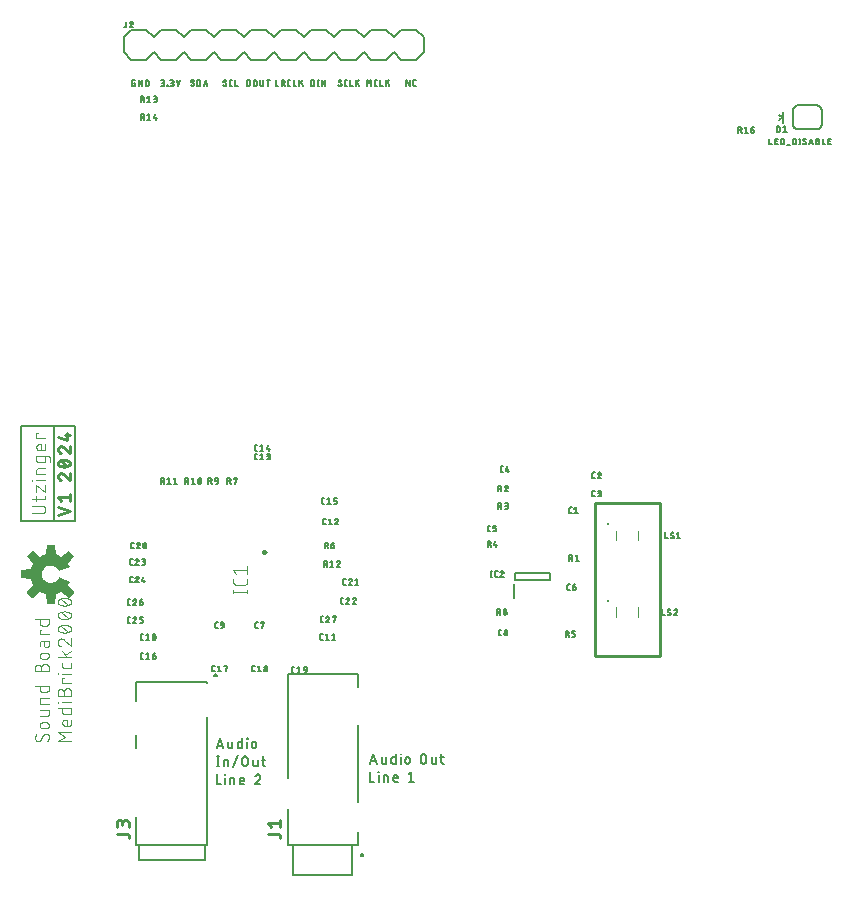
<source format=gbr>
G04 EAGLE Gerber RS-274X export*
G75*
%MOMM*%
%FSLAX34Y34*%
%LPD*%
%INSilkscreen Top*%
%IPPOS*%
%AMOC8*
5,1,8,0,0,1.08239X$1,22.5*%
G01*
%ADD10C,0.101600*%
%ADD11C,0.127000*%
%ADD12C,0.254000*%
%ADD13C,0.152400*%
%ADD14C,0.203200*%
%ADD15C,0.100000*%
%ADD16C,0.100000*%
%ADD17C,0.225000*%
%ADD18C,0.200000*%

G36*
X37578Y204313D02*
X37578Y204313D01*
X37610Y204311D01*
X37661Y204333D01*
X37716Y204345D01*
X37740Y204366D01*
X37770Y204378D01*
X37806Y204420D01*
X37849Y204455D01*
X37862Y204485D01*
X37883Y204509D01*
X37904Y204578D01*
X37920Y204614D01*
X37920Y204629D01*
X37925Y204648D01*
X38719Y212467D01*
X41193Y213259D01*
X41216Y213272D01*
X41251Y213283D01*
X43561Y214472D01*
X49652Y209505D01*
X49680Y209491D01*
X49704Y209470D01*
X49757Y209454D01*
X49807Y209429D01*
X49839Y209429D01*
X49870Y209420D01*
X49925Y209430D01*
X49981Y209430D01*
X50009Y209445D01*
X50041Y209450D01*
X50100Y209490D01*
X50136Y209508D01*
X50145Y209520D01*
X50161Y209531D01*
X54469Y213839D01*
X54486Y213866D01*
X54510Y213887D01*
X54531Y213939D01*
X54560Y213986D01*
X54563Y214018D01*
X54575Y214048D01*
X54572Y214103D01*
X54577Y214159D01*
X54565Y214189D01*
X54563Y214221D01*
X54529Y214284D01*
X54515Y214321D01*
X54504Y214331D01*
X54495Y214348D01*
X49528Y220439D01*
X50718Y222748D01*
X50734Y222812D01*
X50757Y222875D01*
X50755Y222896D01*
X50760Y222916D01*
X50746Y222981D01*
X50739Y223047D01*
X50728Y223065D01*
X50723Y223085D01*
X50682Y223137D01*
X50646Y223193D01*
X50627Y223206D01*
X50615Y223221D01*
X50581Y223237D01*
X50526Y223273D01*
X41864Y226861D01*
X41831Y226867D01*
X41802Y226881D01*
X41747Y226880D01*
X41693Y226889D01*
X41661Y226880D01*
X41629Y226880D01*
X41580Y226855D01*
X41527Y226839D01*
X41503Y226816D01*
X41474Y226802D01*
X41429Y226747D01*
X41401Y226720D01*
X41395Y226705D01*
X41383Y226689D01*
X40678Y225371D01*
X39754Y224245D01*
X38628Y223321D01*
X37344Y222635D01*
X35950Y222212D01*
X34501Y222069D01*
X32982Y222226D01*
X31529Y222689D01*
X30200Y223440D01*
X29053Y224446D01*
X28136Y225665D01*
X27486Y227046D01*
X27133Y228530D01*
X27090Y230055D01*
X27360Y231557D01*
X27930Y232972D01*
X28778Y234240D01*
X29867Y235309D01*
X31151Y236133D01*
X32577Y236677D01*
X34083Y236919D01*
X35607Y236847D01*
X37085Y236466D01*
X38453Y235792D01*
X39655Y234852D01*
X40639Y233686D01*
X41384Y232309D01*
X41405Y232286D01*
X41418Y232257D01*
X41461Y232221D01*
X41498Y232180D01*
X41528Y232168D01*
X41552Y232148D01*
X41607Y232135D01*
X41659Y232114D01*
X41691Y232117D01*
X41722Y232110D01*
X41793Y232124D01*
X41832Y232127D01*
X41845Y232135D01*
X41864Y232139D01*
X50526Y235727D01*
X50580Y235766D01*
X50637Y235798D01*
X50649Y235815D01*
X50666Y235828D01*
X50698Y235886D01*
X50735Y235941D01*
X50738Y235962D01*
X50748Y235981D01*
X50750Y236047D01*
X50759Y236113D01*
X50752Y236136D01*
X50753Y236154D01*
X50736Y236189D01*
X50718Y236252D01*
X49528Y238561D01*
X54495Y244652D01*
X54509Y244680D01*
X54530Y244704D01*
X54546Y244757D01*
X54571Y244807D01*
X54571Y244839D01*
X54580Y244870D01*
X54570Y244925D01*
X54570Y244981D01*
X54555Y245009D01*
X54550Y245041D01*
X54510Y245100D01*
X54492Y245136D01*
X54480Y245145D01*
X54469Y245161D01*
X50161Y249469D01*
X50134Y249486D01*
X50113Y249510D01*
X50061Y249531D01*
X50014Y249560D01*
X49982Y249563D01*
X49952Y249575D01*
X49897Y249572D01*
X49841Y249577D01*
X49811Y249565D01*
X49779Y249563D01*
X49716Y249529D01*
X49679Y249515D01*
X49669Y249504D01*
X49652Y249495D01*
X43561Y244528D01*
X41251Y245717D01*
X41239Y245720D01*
X41232Y245725D01*
X41217Y245728D01*
X41193Y245741D01*
X38719Y246533D01*
X37925Y254352D01*
X37915Y254383D01*
X37914Y254415D01*
X37887Y254464D01*
X37869Y254516D01*
X37846Y254539D01*
X37831Y254567D01*
X37785Y254599D01*
X37746Y254638D01*
X37715Y254648D01*
X37689Y254667D01*
X37619Y254680D01*
X37581Y254693D01*
X37566Y254691D01*
X37547Y254694D01*
X31453Y254694D01*
X31422Y254687D01*
X31390Y254689D01*
X31339Y254667D01*
X31284Y254655D01*
X31260Y254634D01*
X31230Y254622D01*
X31194Y254580D01*
X31151Y254545D01*
X31138Y254515D01*
X31117Y254491D01*
X31096Y254422D01*
X31080Y254386D01*
X31080Y254371D01*
X31075Y254352D01*
X30281Y246533D01*
X27807Y245741D01*
X27784Y245728D01*
X27749Y245717D01*
X25439Y244528D01*
X19348Y249495D01*
X19320Y249509D01*
X19296Y249530D01*
X19243Y249546D01*
X19193Y249571D01*
X19161Y249571D01*
X19130Y249580D01*
X19075Y249570D01*
X19019Y249570D01*
X18991Y249555D01*
X18959Y249550D01*
X18900Y249510D01*
X18865Y249492D01*
X18855Y249480D01*
X18839Y249469D01*
X14531Y245161D01*
X14514Y245134D01*
X14490Y245113D01*
X14469Y245061D01*
X14440Y245014D01*
X14437Y244982D01*
X14425Y244952D01*
X14429Y244897D01*
X14423Y244841D01*
X14435Y244811D01*
X14437Y244779D01*
X14471Y244716D01*
X14485Y244679D01*
X14496Y244669D01*
X14505Y244652D01*
X19472Y238561D01*
X18283Y236251D01*
X18276Y236225D01*
X18259Y236193D01*
X17467Y233719D01*
X9648Y232925D01*
X9617Y232915D01*
X9585Y232914D01*
X9536Y232887D01*
X9484Y232869D01*
X9461Y232846D01*
X9433Y232831D01*
X9401Y232785D01*
X9362Y232746D01*
X9352Y232715D01*
X9333Y232689D01*
X9320Y232619D01*
X9307Y232581D01*
X9309Y232566D01*
X9306Y232547D01*
X9306Y226453D01*
X9313Y226422D01*
X9311Y226390D01*
X9333Y226339D01*
X9345Y226284D01*
X9366Y226260D01*
X9378Y226230D01*
X9420Y226194D01*
X9455Y226151D01*
X9485Y226138D01*
X9509Y226117D01*
X9578Y226096D01*
X9614Y226080D01*
X9629Y226080D01*
X9648Y226075D01*
X17467Y225281D01*
X18259Y222807D01*
X18272Y222784D01*
X18283Y222749D01*
X19472Y220439D01*
X14505Y214348D01*
X14491Y214320D01*
X14470Y214296D01*
X14454Y214243D01*
X14429Y214193D01*
X14429Y214161D01*
X14420Y214130D01*
X14430Y214075D01*
X14430Y214019D01*
X14445Y213991D01*
X14450Y213959D01*
X14490Y213900D01*
X14508Y213865D01*
X14520Y213855D01*
X14531Y213839D01*
X18839Y209531D01*
X18866Y209514D01*
X18887Y209490D01*
X18939Y209469D01*
X18986Y209440D01*
X19018Y209437D01*
X19048Y209425D01*
X19103Y209429D01*
X19159Y209423D01*
X19189Y209435D01*
X19221Y209437D01*
X19284Y209471D01*
X19321Y209485D01*
X19331Y209496D01*
X19348Y209505D01*
X25439Y214472D01*
X27749Y213283D01*
X27775Y213276D01*
X27807Y213259D01*
X30281Y212467D01*
X31075Y204648D01*
X31085Y204617D01*
X31086Y204585D01*
X31113Y204536D01*
X31131Y204484D01*
X31154Y204461D01*
X31169Y204433D01*
X31215Y204401D01*
X31254Y204362D01*
X31285Y204352D01*
X31311Y204333D01*
X31381Y204320D01*
X31419Y204307D01*
X31434Y204309D01*
X31453Y204306D01*
X37547Y204306D01*
X37578Y204313D01*
G37*
D10*
X32942Y91903D02*
X32940Y92002D01*
X32934Y92102D01*
X32925Y92201D01*
X32912Y92299D01*
X32895Y92397D01*
X32874Y92495D01*
X32849Y92591D01*
X32821Y92686D01*
X32789Y92780D01*
X32754Y92873D01*
X32715Y92965D01*
X32672Y93055D01*
X32627Y93143D01*
X32577Y93230D01*
X32525Y93314D01*
X32469Y93397D01*
X32411Y93477D01*
X32349Y93555D01*
X32284Y93630D01*
X32216Y93703D01*
X32146Y93773D01*
X32073Y93841D01*
X31998Y93906D01*
X31920Y93968D01*
X31840Y94026D01*
X31757Y94082D01*
X31673Y94134D01*
X31586Y94184D01*
X31498Y94229D01*
X31408Y94272D01*
X31316Y94311D01*
X31223Y94346D01*
X31129Y94378D01*
X31034Y94406D01*
X30938Y94431D01*
X30840Y94452D01*
X30742Y94469D01*
X30644Y94482D01*
X30545Y94491D01*
X30445Y94497D01*
X30346Y94499D01*
X32942Y91903D02*
X32940Y91759D01*
X32934Y91614D01*
X32925Y91470D01*
X32912Y91327D01*
X32895Y91183D01*
X32874Y91040D01*
X32849Y90898D01*
X32821Y90757D01*
X32789Y90616D01*
X32753Y90476D01*
X32714Y90337D01*
X32671Y90199D01*
X32624Y90063D01*
X32574Y89927D01*
X32520Y89793D01*
X32463Y89661D01*
X32402Y89530D01*
X32338Y89401D01*
X32270Y89273D01*
X32200Y89147D01*
X32125Y89023D01*
X32048Y88902D01*
X31967Y88782D01*
X31884Y88664D01*
X31797Y88549D01*
X31707Y88436D01*
X31614Y88325D01*
X31519Y88217D01*
X31420Y88111D01*
X31319Y88008D01*
X23854Y88333D02*
X23755Y88335D01*
X23655Y88341D01*
X23556Y88350D01*
X23458Y88363D01*
X23360Y88380D01*
X23262Y88401D01*
X23166Y88426D01*
X23071Y88454D01*
X22977Y88486D01*
X22884Y88521D01*
X22792Y88560D01*
X22702Y88603D01*
X22614Y88648D01*
X22527Y88698D01*
X22443Y88750D01*
X22360Y88806D01*
X22280Y88864D01*
X22202Y88926D01*
X22127Y88991D01*
X22054Y89059D01*
X21984Y89129D01*
X21916Y89202D01*
X21851Y89277D01*
X21789Y89355D01*
X21731Y89435D01*
X21675Y89518D01*
X21623Y89602D01*
X21573Y89689D01*
X21528Y89777D01*
X21485Y89867D01*
X21446Y89959D01*
X21411Y90052D01*
X21379Y90146D01*
X21351Y90241D01*
X21326Y90337D01*
X21305Y90435D01*
X21288Y90533D01*
X21275Y90631D01*
X21266Y90730D01*
X21260Y90830D01*
X21258Y90929D01*
X21260Y91065D01*
X21266Y91201D01*
X21275Y91337D01*
X21288Y91473D01*
X21306Y91608D01*
X21326Y91742D01*
X21351Y91876D01*
X21379Y92010D01*
X21412Y92142D01*
X21447Y92273D01*
X21487Y92404D01*
X21530Y92533D01*
X21576Y92661D01*
X21627Y92787D01*
X21680Y92913D01*
X21738Y93036D01*
X21798Y93158D01*
X21862Y93278D01*
X21930Y93397D01*
X22000Y93513D01*
X22074Y93627D01*
X22151Y93740D01*
X22232Y93850D01*
X26126Y89631D02*
X26073Y89545D01*
X26016Y89461D01*
X25957Y89379D01*
X25894Y89299D01*
X25828Y89222D01*
X25760Y89147D01*
X25688Y89075D01*
X25614Y89006D01*
X25537Y88940D01*
X25458Y88877D01*
X25376Y88817D01*
X25292Y88760D01*
X25206Y88706D01*
X25118Y88656D01*
X25028Y88609D01*
X24937Y88565D01*
X24843Y88526D01*
X24749Y88489D01*
X24653Y88457D01*
X24555Y88428D01*
X24457Y88403D01*
X24358Y88382D01*
X24258Y88364D01*
X24158Y88351D01*
X24057Y88341D01*
X23955Y88335D01*
X23854Y88333D01*
X28074Y93201D02*
X28127Y93287D01*
X28184Y93371D01*
X28243Y93453D01*
X28306Y93533D01*
X28372Y93610D01*
X28440Y93685D01*
X28512Y93757D01*
X28586Y93826D01*
X28663Y93892D01*
X28742Y93955D01*
X28824Y94015D01*
X28908Y94072D01*
X28994Y94126D01*
X29082Y94176D01*
X29172Y94223D01*
X29263Y94267D01*
X29357Y94306D01*
X29451Y94343D01*
X29547Y94375D01*
X29645Y94404D01*
X29743Y94429D01*
X29842Y94450D01*
X29942Y94468D01*
X30042Y94481D01*
X30143Y94491D01*
X30245Y94497D01*
X30346Y94499D01*
X28074Y93201D02*
X26126Y89631D01*
X27749Y98944D02*
X30346Y98944D01*
X27749Y98945D02*
X27648Y98947D01*
X27548Y98953D01*
X27448Y98963D01*
X27348Y98976D01*
X27249Y98994D01*
X27150Y99015D01*
X27053Y99040D01*
X26956Y99069D01*
X26861Y99102D01*
X26767Y99138D01*
X26675Y99178D01*
X26584Y99221D01*
X26495Y99268D01*
X26408Y99318D01*
X26322Y99372D01*
X26239Y99429D01*
X26159Y99489D01*
X26080Y99552D01*
X26004Y99619D01*
X25931Y99688D01*
X25861Y99760D01*
X25793Y99834D01*
X25728Y99911D01*
X25667Y99991D01*
X25608Y100073D01*
X25553Y100157D01*
X25501Y100243D01*
X25452Y100331D01*
X25407Y100421D01*
X25365Y100513D01*
X25327Y100606D01*
X25293Y100701D01*
X25262Y100796D01*
X25235Y100893D01*
X25212Y100991D01*
X25192Y101090D01*
X25177Y101190D01*
X25165Y101290D01*
X25157Y101390D01*
X25153Y101491D01*
X25153Y101591D01*
X25157Y101692D01*
X25165Y101792D01*
X25177Y101892D01*
X25192Y101992D01*
X25212Y102091D01*
X25235Y102189D01*
X25262Y102286D01*
X25293Y102381D01*
X25327Y102476D01*
X25365Y102569D01*
X25407Y102661D01*
X25452Y102751D01*
X25501Y102839D01*
X25553Y102925D01*
X25608Y103009D01*
X25667Y103091D01*
X25728Y103171D01*
X25793Y103248D01*
X25861Y103322D01*
X25931Y103394D01*
X26004Y103463D01*
X26080Y103530D01*
X26159Y103593D01*
X26239Y103653D01*
X26322Y103710D01*
X26408Y103764D01*
X26495Y103814D01*
X26584Y103861D01*
X26675Y103904D01*
X26767Y103944D01*
X26861Y103980D01*
X26956Y104013D01*
X27053Y104042D01*
X27150Y104067D01*
X27249Y104088D01*
X27348Y104106D01*
X27448Y104119D01*
X27548Y104129D01*
X27648Y104135D01*
X27749Y104137D01*
X30346Y104137D01*
X30447Y104135D01*
X30547Y104129D01*
X30647Y104119D01*
X30747Y104106D01*
X30846Y104088D01*
X30945Y104067D01*
X31042Y104042D01*
X31139Y104013D01*
X31234Y103980D01*
X31328Y103944D01*
X31420Y103904D01*
X31511Y103861D01*
X31600Y103814D01*
X31687Y103764D01*
X31773Y103710D01*
X31856Y103653D01*
X31936Y103593D01*
X32015Y103530D01*
X32091Y103463D01*
X32164Y103394D01*
X32234Y103322D01*
X32302Y103248D01*
X32367Y103171D01*
X32428Y103091D01*
X32487Y103009D01*
X32542Y102925D01*
X32594Y102839D01*
X32643Y102751D01*
X32688Y102661D01*
X32730Y102569D01*
X32768Y102476D01*
X32802Y102381D01*
X32833Y102286D01*
X32860Y102189D01*
X32883Y102091D01*
X32903Y101992D01*
X32918Y101892D01*
X32930Y101792D01*
X32938Y101692D01*
X32942Y101591D01*
X32942Y101491D01*
X32938Y101390D01*
X32930Y101290D01*
X32918Y101190D01*
X32903Y101090D01*
X32883Y100991D01*
X32860Y100893D01*
X32833Y100796D01*
X32802Y100701D01*
X32768Y100606D01*
X32730Y100513D01*
X32688Y100421D01*
X32643Y100331D01*
X32594Y100243D01*
X32542Y100157D01*
X32487Y100073D01*
X32428Y99991D01*
X32367Y99911D01*
X32302Y99834D01*
X32234Y99760D01*
X32164Y99688D01*
X32091Y99619D01*
X32015Y99552D01*
X31936Y99489D01*
X31856Y99429D01*
X31773Y99372D01*
X31687Y99318D01*
X31600Y99268D01*
X31511Y99221D01*
X31420Y99178D01*
X31328Y99138D01*
X31234Y99102D01*
X31139Y99069D01*
X31042Y99040D01*
X30945Y99015D01*
X30846Y98994D01*
X30747Y98976D01*
X30647Y98963D01*
X30547Y98953D01*
X30447Y98947D01*
X30346Y98945D01*
X30995Y109231D02*
X25153Y109231D01*
X30995Y109231D02*
X31082Y109233D01*
X31170Y109239D01*
X31256Y109249D01*
X31343Y109262D01*
X31428Y109280D01*
X31513Y109301D01*
X31597Y109326D01*
X31679Y109355D01*
X31760Y109388D01*
X31840Y109424D01*
X31918Y109463D01*
X31994Y109507D01*
X32068Y109553D01*
X32139Y109603D01*
X32209Y109656D01*
X32276Y109712D01*
X32340Y109771D01*
X32402Y109833D01*
X32461Y109897D01*
X32517Y109964D01*
X32570Y110034D01*
X32620Y110105D01*
X32666Y110179D01*
X32710Y110255D01*
X32749Y110333D01*
X32785Y110413D01*
X32818Y110494D01*
X32847Y110576D01*
X32872Y110660D01*
X32893Y110745D01*
X32911Y110830D01*
X32924Y110917D01*
X32934Y111003D01*
X32940Y111091D01*
X32942Y111178D01*
X32942Y114424D01*
X25153Y114424D01*
X25153Y119899D02*
X32942Y119899D01*
X25153Y119899D02*
X25153Y123145D01*
X25155Y123232D01*
X25161Y123320D01*
X25171Y123406D01*
X25184Y123493D01*
X25202Y123578D01*
X25223Y123663D01*
X25248Y123747D01*
X25277Y123829D01*
X25310Y123910D01*
X25346Y123990D01*
X25385Y124068D01*
X25429Y124144D01*
X25475Y124218D01*
X25525Y124289D01*
X25578Y124359D01*
X25634Y124426D01*
X25693Y124490D01*
X25754Y124552D01*
X25819Y124611D01*
X25886Y124667D01*
X25956Y124720D01*
X26027Y124770D01*
X26101Y124816D01*
X26177Y124860D01*
X26255Y124899D01*
X26335Y124935D01*
X26416Y124968D01*
X26498Y124997D01*
X26582Y125022D01*
X26667Y125043D01*
X26752Y125061D01*
X26839Y125074D01*
X26925Y125084D01*
X27013Y125090D01*
X27100Y125092D01*
X32942Y125092D01*
X32942Y135320D02*
X21258Y135320D01*
X32942Y135320D02*
X32942Y132075D01*
X32940Y131988D01*
X32934Y131900D01*
X32924Y131814D01*
X32911Y131727D01*
X32893Y131642D01*
X32872Y131557D01*
X32847Y131473D01*
X32818Y131391D01*
X32785Y131310D01*
X32749Y131230D01*
X32710Y131152D01*
X32666Y131076D01*
X32620Y131002D01*
X32570Y130931D01*
X32517Y130861D01*
X32461Y130794D01*
X32402Y130730D01*
X32340Y130668D01*
X32276Y130609D01*
X32209Y130553D01*
X32139Y130500D01*
X32068Y130450D01*
X31994Y130404D01*
X31918Y130360D01*
X31840Y130321D01*
X31760Y130285D01*
X31679Y130252D01*
X31597Y130223D01*
X31513Y130198D01*
X31428Y130177D01*
X31343Y130159D01*
X31256Y130146D01*
X31170Y130136D01*
X31082Y130130D01*
X30995Y130128D01*
X30995Y130127D02*
X27100Y130127D01*
X27100Y130128D02*
X27013Y130130D01*
X26925Y130136D01*
X26839Y130146D01*
X26752Y130159D01*
X26667Y130177D01*
X26582Y130198D01*
X26498Y130223D01*
X26416Y130252D01*
X26335Y130285D01*
X26255Y130321D01*
X26177Y130360D01*
X26101Y130404D01*
X26027Y130450D01*
X25956Y130500D01*
X25886Y130553D01*
X25819Y130609D01*
X25755Y130668D01*
X25693Y130730D01*
X25634Y130794D01*
X25578Y130861D01*
X25525Y130931D01*
X25475Y131002D01*
X25429Y131076D01*
X25385Y131152D01*
X25346Y131230D01*
X25310Y131310D01*
X25277Y131391D01*
X25248Y131473D01*
X25223Y131557D01*
X25202Y131642D01*
X25184Y131727D01*
X25171Y131814D01*
X25161Y131900D01*
X25155Y131988D01*
X25153Y132075D01*
X25153Y135320D01*
X26451Y147232D02*
X26451Y150478D01*
X26450Y150478D02*
X26452Y150591D01*
X26458Y150704D01*
X26468Y150817D01*
X26482Y150930D01*
X26499Y151042D01*
X26521Y151153D01*
X26546Y151263D01*
X26576Y151373D01*
X26609Y151481D01*
X26646Y151588D01*
X26686Y151694D01*
X26731Y151798D01*
X26779Y151901D01*
X26830Y152002D01*
X26885Y152101D01*
X26943Y152198D01*
X27005Y152293D01*
X27070Y152386D01*
X27138Y152476D01*
X27209Y152564D01*
X27284Y152650D01*
X27361Y152733D01*
X27441Y152813D01*
X27524Y152890D01*
X27610Y152965D01*
X27698Y153036D01*
X27788Y153104D01*
X27881Y153169D01*
X27976Y153231D01*
X28073Y153289D01*
X28172Y153344D01*
X28273Y153395D01*
X28376Y153443D01*
X28480Y153488D01*
X28586Y153528D01*
X28693Y153565D01*
X28801Y153598D01*
X28911Y153628D01*
X29021Y153653D01*
X29132Y153675D01*
X29244Y153692D01*
X29357Y153706D01*
X29470Y153716D01*
X29583Y153722D01*
X29696Y153724D01*
X29809Y153722D01*
X29922Y153716D01*
X30035Y153706D01*
X30148Y153692D01*
X30260Y153675D01*
X30371Y153653D01*
X30481Y153628D01*
X30591Y153598D01*
X30699Y153565D01*
X30806Y153528D01*
X30912Y153488D01*
X31016Y153443D01*
X31119Y153395D01*
X31220Y153344D01*
X31319Y153289D01*
X31416Y153231D01*
X31511Y153169D01*
X31604Y153104D01*
X31694Y153036D01*
X31782Y152965D01*
X31868Y152890D01*
X31951Y152813D01*
X32031Y152733D01*
X32108Y152650D01*
X32183Y152564D01*
X32254Y152476D01*
X32322Y152386D01*
X32387Y152293D01*
X32449Y152198D01*
X32507Y152101D01*
X32562Y152002D01*
X32613Y151901D01*
X32661Y151798D01*
X32706Y151694D01*
X32746Y151588D01*
X32783Y151481D01*
X32816Y151373D01*
X32846Y151263D01*
X32871Y151153D01*
X32893Y151042D01*
X32910Y150930D01*
X32924Y150817D01*
X32934Y150704D01*
X32940Y150591D01*
X32942Y150478D01*
X32942Y147232D01*
X21258Y147232D01*
X21258Y150478D01*
X21260Y150579D01*
X21266Y150679D01*
X21276Y150779D01*
X21289Y150879D01*
X21307Y150978D01*
X21328Y151077D01*
X21353Y151174D01*
X21382Y151271D01*
X21415Y151366D01*
X21451Y151460D01*
X21491Y151552D01*
X21534Y151643D01*
X21581Y151732D01*
X21631Y151819D01*
X21685Y151905D01*
X21742Y151988D01*
X21802Y152068D01*
X21865Y152147D01*
X21932Y152223D01*
X22001Y152296D01*
X22073Y152366D01*
X22147Y152434D01*
X22224Y152499D01*
X22304Y152560D01*
X22386Y152619D01*
X22470Y152674D01*
X22556Y152726D01*
X22644Y152775D01*
X22734Y152820D01*
X22826Y152862D01*
X22919Y152900D01*
X23014Y152934D01*
X23109Y152965D01*
X23206Y152992D01*
X23304Y153015D01*
X23403Y153035D01*
X23503Y153050D01*
X23603Y153062D01*
X23703Y153070D01*
X23804Y153074D01*
X23904Y153074D01*
X24005Y153070D01*
X24105Y153062D01*
X24205Y153050D01*
X24305Y153035D01*
X24404Y153015D01*
X24502Y152992D01*
X24599Y152965D01*
X24694Y152934D01*
X24789Y152900D01*
X24882Y152862D01*
X24974Y152820D01*
X25064Y152775D01*
X25152Y152726D01*
X25238Y152674D01*
X25322Y152619D01*
X25404Y152560D01*
X25484Y152499D01*
X25561Y152434D01*
X25635Y152366D01*
X25707Y152296D01*
X25776Y152223D01*
X25843Y152147D01*
X25906Y152068D01*
X25966Y151988D01*
X26023Y151905D01*
X26077Y151819D01*
X26127Y151732D01*
X26174Y151643D01*
X26217Y151552D01*
X26257Y151460D01*
X26293Y151366D01*
X26326Y151271D01*
X26355Y151174D01*
X26380Y151077D01*
X26401Y150978D01*
X26419Y150879D01*
X26432Y150779D01*
X26442Y150679D01*
X26448Y150579D01*
X26450Y150478D01*
X27749Y157999D02*
X30346Y157999D01*
X27749Y157999D02*
X27648Y158001D01*
X27548Y158007D01*
X27448Y158017D01*
X27348Y158030D01*
X27249Y158048D01*
X27150Y158069D01*
X27053Y158094D01*
X26956Y158123D01*
X26861Y158156D01*
X26767Y158192D01*
X26675Y158232D01*
X26584Y158275D01*
X26495Y158322D01*
X26408Y158372D01*
X26322Y158426D01*
X26239Y158483D01*
X26159Y158543D01*
X26080Y158606D01*
X26004Y158673D01*
X25931Y158742D01*
X25861Y158814D01*
X25793Y158888D01*
X25728Y158965D01*
X25667Y159045D01*
X25608Y159127D01*
X25553Y159211D01*
X25501Y159297D01*
X25452Y159385D01*
X25407Y159475D01*
X25365Y159567D01*
X25327Y159660D01*
X25293Y159755D01*
X25262Y159850D01*
X25235Y159947D01*
X25212Y160045D01*
X25192Y160144D01*
X25177Y160244D01*
X25165Y160344D01*
X25157Y160444D01*
X25153Y160545D01*
X25153Y160645D01*
X25157Y160746D01*
X25165Y160846D01*
X25177Y160946D01*
X25192Y161046D01*
X25212Y161145D01*
X25235Y161243D01*
X25262Y161340D01*
X25293Y161435D01*
X25327Y161530D01*
X25365Y161623D01*
X25407Y161715D01*
X25452Y161805D01*
X25501Y161893D01*
X25553Y161979D01*
X25608Y162063D01*
X25667Y162145D01*
X25728Y162225D01*
X25793Y162302D01*
X25861Y162376D01*
X25931Y162448D01*
X26004Y162517D01*
X26080Y162584D01*
X26159Y162647D01*
X26239Y162707D01*
X26322Y162764D01*
X26408Y162818D01*
X26495Y162868D01*
X26584Y162915D01*
X26675Y162958D01*
X26767Y162998D01*
X26861Y163034D01*
X26956Y163067D01*
X27053Y163096D01*
X27150Y163121D01*
X27249Y163142D01*
X27348Y163160D01*
X27448Y163173D01*
X27548Y163183D01*
X27648Y163189D01*
X27749Y163191D01*
X27749Y163192D02*
X30346Y163192D01*
X30346Y163191D02*
X30447Y163189D01*
X30547Y163183D01*
X30647Y163173D01*
X30747Y163160D01*
X30846Y163142D01*
X30945Y163121D01*
X31042Y163096D01*
X31139Y163067D01*
X31234Y163034D01*
X31328Y162998D01*
X31420Y162958D01*
X31511Y162915D01*
X31600Y162868D01*
X31687Y162818D01*
X31773Y162764D01*
X31856Y162707D01*
X31936Y162647D01*
X32015Y162584D01*
X32091Y162517D01*
X32164Y162448D01*
X32234Y162376D01*
X32302Y162302D01*
X32367Y162225D01*
X32428Y162145D01*
X32487Y162063D01*
X32542Y161979D01*
X32594Y161893D01*
X32643Y161805D01*
X32688Y161715D01*
X32730Y161623D01*
X32768Y161530D01*
X32802Y161435D01*
X32833Y161340D01*
X32860Y161243D01*
X32883Y161145D01*
X32903Y161046D01*
X32918Y160946D01*
X32930Y160846D01*
X32938Y160746D01*
X32942Y160645D01*
X32942Y160545D01*
X32938Y160444D01*
X32930Y160344D01*
X32918Y160244D01*
X32903Y160144D01*
X32883Y160045D01*
X32860Y159947D01*
X32833Y159850D01*
X32802Y159755D01*
X32768Y159660D01*
X32730Y159567D01*
X32688Y159475D01*
X32643Y159385D01*
X32594Y159297D01*
X32542Y159211D01*
X32487Y159127D01*
X32428Y159045D01*
X32367Y158965D01*
X32302Y158888D01*
X32234Y158814D01*
X32164Y158742D01*
X32091Y158673D01*
X32015Y158606D01*
X31936Y158543D01*
X31856Y158483D01*
X31773Y158426D01*
X31687Y158372D01*
X31600Y158322D01*
X31511Y158275D01*
X31420Y158232D01*
X31328Y158192D01*
X31234Y158156D01*
X31139Y158123D01*
X31042Y158094D01*
X30945Y158069D01*
X30846Y158048D01*
X30747Y158030D01*
X30647Y158017D01*
X30547Y158007D01*
X30447Y158001D01*
X30346Y157999D01*
X28398Y170118D02*
X28398Y173039D01*
X28398Y170118D02*
X28400Y170024D01*
X28406Y169930D01*
X28415Y169837D01*
X28429Y169744D01*
X28446Y169652D01*
X28468Y169560D01*
X28492Y169470D01*
X28521Y169380D01*
X28553Y169292D01*
X28589Y169205D01*
X28629Y169120D01*
X28672Y169037D01*
X28718Y168955D01*
X28768Y168875D01*
X28821Y168798D01*
X28877Y168723D01*
X28936Y168650D01*
X28998Y168579D01*
X29063Y168511D01*
X29131Y168446D01*
X29202Y168384D01*
X29275Y168325D01*
X29350Y168269D01*
X29427Y168216D01*
X29507Y168166D01*
X29589Y168120D01*
X29672Y168077D01*
X29757Y168037D01*
X29844Y168001D01*
X29932Y167969D01*
X30022Y167940D01*
X30112Y167916D01*
X30204Y167894D01*
X30296Y167877D01*
X30389Y167863D01*
X30482Y167854D01*
X30576Y167848D01*
X30670Y167846D01*
X30764Y167848D01*
X30858Y167854D01*
X30951Y167863D01*
X31044Y167877D01*
X31136Y167894D01*
X31228Y167916D01*
X31318Y167940D01*
X31408Y167969D01*
X31496Y168001D01*
X31583Y168037D01*
X31668Y168077D01*
X31751Y168120D01*
X31833Y168166D01*
X31913Y168216D01*
X31990Y168269D01*
X32065Y168325D01*
X32138Y168384D01*
X32209Y168446D01*
X32277Y168511D01*
X32342Y168579D01*
X32404Y168650D01*
X32463Y168723D01*
X32519Y168798D01*
X32572Y168875D01*
X32622Y168955D01*
X32668Y169037D01*
X32711Y169120D01*
X32751Y169205D01*
X32787Y169292D01*
X32819Y169380D01*
X32848Y169470D01*
X32872Y169560D01*
X32894Y169652D01*
X32911Y169744D01*
X32925Y169837D01*
X32934Y169930D01*
X32940Y170024D01*
X32942Y170118D01*
X32942Y173039D01*
X27100Y173039D01*
X27013Y173037D01*
X26925Y173031D01*
X26839Y173021D01*
X26752Y173008D01*
X26667Y172990D01*
X26582Y172969D01*
X26498Y172944D01*
X26416Y172915D01*
X26335Y172882D01*
X26255Y172846D01*
X26177Y172807D01*
X26101Y172763D01*
X26027Y172717D01*
X25956Y172667D01*
X25886Y172614D01*
X25819Y172558D01*
X25755Y172499D01*
X25693Y172437D01*
X25634Y172373D01*
X25578Y172306D01*
X25525Y172236D01*
X25475Y172165D01*
X25429Y172091D01*
X25385Y172015D01*
X25346Y171937D01*
X25310Y171857D01*
X25277Y171776D01*
X25248Y171694D01*
X25223Y171610D01*
X25202Y171525D01*
X25184Y171440D01*
X25171Y171353D01*
X25161Y171267D01*
X25155Y171179D01*
X25153Y171092D01*
X25153Y168495D01*
X25153Y178639D02*
X32942Y178639D01*
X25153Y178639D02*
X25153Y182534D01*
X26451Y182534D01*
X21258Y191327D02*
X32942Y191327D01*
X32942Y188081D01*
X32940Y187994D01*
X32934Y187906D01*
X32924Y187820D01*
X32911Y187733D01*
X32893Y187648D01*
X32872Y187563D01*
X32847Y187479D01*
X32818Y187397D01*
X32785Y187316D01*
X32749Y187236D01*
X32710Y187158D01*
X32666Y187082D01*
X32620Y187008D01*
X32570Y186937D01*
X32517Y186867D01*
X32461Y186800D01*
X32402Y186736D01*
X32340Y186674D01*
X32276Y186615D01*
X32209Y186559D01*
X32139Y186506D01*
X32068Y186456D01*
X31994Y186410D01*
X31918Y186366D01*
X31840Y186327D01*
X31760Y186291D01*
X31679Y186258D01*
X31597Y186229D01*
X31513Y186204D01*
X31428Y186183D01*
X31343Y186165D01*
X31256Y186152D01*
X31170Y186142D01*
X31082Y186136D01*
X30995Y186134D01*
X27100Y186134D01*
X27013Y186136D01*
X26925Y186142D01*
X26839Y186152D01*
X26752Y186165D01*
X26667Y186183D01*
X26582Y186204D01*
X26498Y186229D01*
X26416Y186258D01*
X26335Y186291D01*
X26255Y186327D01*
X26177Y186366D01*
X26101Y186410D01*
X26027Y186456D01*
X25956Y186506D01*
X25886Y186559D01*
X25819Y186615D01*
X25755Y186674D01*
X25693Y186736D01*
X25634Y186800D01*
X25578Y186867D01*
X25525Y186937D01*
X25475Y187008D01*
X25429Y187082D01*
X25385Y187158D01*
X25346Y187236D01*
X25310Y187316D01*
X25277Y187397D01*
X25248Y187479D01*
X25223Y187563D01*
X25202Y187648D01*
X25184Y187733D01*
X25171Y187820D01*
X25161Y187906D01*
X25155Y187994D01*
X25153Y188081D01*
X25153Y191327D01*
X40308Y88008D02*
X51992Y88008D01*
X46799Y91903D02*
X40308Y88008D01*
X46799Y91903D02*
X40308Y95797D01*
X51992Y95797D01*
X51992Y103065D02*
X51992Y106310D01*
X51992Y103065D02*
X51990Y102978D01*
X51984Y102890D01*
X51974Y102804D01*
X51961Y102717D01*
X51943Y102632D01*
X51922Y102547D01*
X51897Y102463D01*
X51868Y102381D01*
X51835Y102300D01*
X51799Y102220D01*
X51760Y102142D01*
X51716Y102066D01*
X51670Y101992D01*
X51620Y101921D01*
X51567Y101851D01*
X51511Y101784D01*
X51452Y101720D01*
X51390Y101658D01*
X51326Y101599D01*
X51259Y101543D01*
X51189Y101490D01*
X51118Y101440D01*
X51044Y101394D01*
X50968Y101350D01*
X50890Y101311D01*
X50810Y101275D01*
X50729Y101242D01*
X50647Y101213D01*
X50563Y101188D01*
X50478Y101167D01*
X50393Y101149D01*
X50306Y101136D01*
X50220Y101126D01*
X50132Y101120D01*
X50045Y101118D01*
X50045Y101117D02*
X46799Y101117D01*
X46799Y101118D02*
X46698Y101120D01*
X46598Y101126D01*
X46498Y101136D01*
X46398Y101149D01*
X46299Y101167D01*
X46200Y101188D01*
X46103Y101213D01*
X46006Y101242D01*
X45911Y101275D01*
X45817Y101311D01*
X45725Y101351D01*
X45634Y101394D01*
X45545Y101441D01*
X45458Y101491D01*
X45372Y101545D01*
X45289Y101602D01*
X45209Y101662D01*
X45130Y101725D01*
X45054Y101792D01*
X44981Y101861D01*
X44911Y101933D01*
X44843Y102007D01*
X44778Y102084D01*
X44717Y102164D01*
X44658Y102246D01*
X44603Y102330D01*
X44551Y102416D01*
X44502Y102504D01*
X44457Y102594D01*
X44415Y102686D01*
X44377Y102779D01*
X44343Y102874D01*
X44312Y102969D01*
X44285Y103066D01*
X44262Y103164D01*
X44242Y103263D01*
X44227Y103363D01*
X44215Y103463D01*
X44207Y103563D01*
X44203Y103664D01*
X44203Y103764D01*
X44207Y103865D01*
X44215Y103965D01*
X44227Y104065D01*
X44242Y104165D01*
X44262Y104264D01*
X44285Y104362D01*
X44312Y104459D01*
X44343Y104554D01*
X44377Y104649D01*
X44415Y104742D01*
X44457Y104834D01*
X44502Y104924D01*
X44551Y105012D01*
X44603Y105098D01*
X44658Y105182D01*
X44717Y105264D01*
X44778Y105344D01*
X44843Y105421D01*
X44911Y105495D01*
X44981Y105567D01*
X45054Y105636D01*
X45130Y105703D01*
X45209Y105766D01*
X45289Y105826D01*
X45372Y105883D01*
X45458Y105937D01*
X45545Y105987D01*
X45634Y106034D01*
X45725Y106077D01*
X45817Y106117D01*
X45911Y106153D01*
X46006Y106186D01*
X46103Y106215D01*
X46200Y106240D01*
X46299Y106261D01*
X46398Y106279D01*
X46498Y106292D01*
X46598Y106302D01*
X46698Y106308D01*
X46799Y106310D01*
X48097Y106310D01*
X48097Y101117D01*
X51992Y116157D02*
X40308Y116157D01*
X51992Y116157D02*
X51992Y112912D01*
X51990Y112825D01*
X51984Y112737D01*
X51974Y112651D01*
X51961Y112564D01*
X51943Y112479D01*
X51922Y112394D01*
X51897Y112310D01*
X51868Y112228D01*
X51835Y112147D01*
X51799Y112067D01*
X51760Y111989D01*
X51716Y111913D01*
X51670Y111839D01*
X51620Y111768D01*
X51567Y111698D01*
X51511Y111631D01*
X51452Y111567D01*
X51390Y111505D01*
X51326Y111446D01*
X51259Y111390D01*
X51189Y111337D01*
X51118Y111287D01*
X51044Y111241D01*
X50968Y111197D01*
X50890Y111158D01*
X50810Y111122D01*
X50729Y111089D01*
X50647Y111060D01*
X50563Y111035D01*
X50478Y111014D01*
X50393Y110996D01*
X50306Y110983D01*
X50220Y110973D01*
X50132Y110967D01*
X50045Y110965D01*
X50045Y110964D02*
X46150Y110964D01*
X46150Y110965D02*
X46063Y110967D01*
X45975Y110973D01*
X45889Y110983D01*
X45802Y110996D01*
X45717Y111014D01*
X45632Y111035D01*
X45548Y111060D01*
X45466Y111089D01*
X45385Y111122D01*
X45305Y111158D01*
X45227Y111197D01*
X45151Y111241D01*
X45077Y111287D01*
X45006Y111337D01*
X44936Y111390D01*
X44869Y111446D01*
X44805Y111505D01*
X44743Y111567D01*
X44684Y111631D01*
X44628Y111698D01*
X44575Y111768D01*
X44525Y111839D01*
X44479Y111913D01*
X44435Y111989D01*
X44396Y112067D01*
X44360Y112147D01*
X44327Y112228D01*
X44298Y112310D01*
X44273Y112394D01*
X44252Y112479D01*
X44234Y112564D01*
X44221Y112651D01*
X44211Y112737D01*
X44205Y112825D01*
X44203Y112912D01*
X44203Y116157D01*
X44203Y121240D02*
X51992Y121240D01*
X40957Y120915D02*
X40308Y120915D01*
X40308Y121564D01*
X40957Y121564D01*
X40957Y120915D01*
X45501Y126545D02*
X45501Y129791D01*
X45500Y129791D02*
X45502Y129904D01*
X45508Y130017D01*
X45518Y130130D01*
X45532Y130243D01*
X45549Y130355D01*
X45571Y130466D01*
X45596Y130576D01*
X45626Y130686D01*
X45659Y130794D01*
X45696Y130901D01*
X45736Y131007D01*
X45781Y131111D01*
X45829Y131214D01*
X45880Y131315D01*
X45935Y131414D01*
X45993Y131511D01*
X46055Y131606D01*
X46120Y131699D01*
X46188Y131789D01*
X46259Y131877D01*
X46334Y131963D01*
X46411Y132046D01*
X46491Y132126D01*
X46574Y132203D01*
X46660Y132278D01*
X46748Y132349D01*
X46838Y132417D01*
X46931Y132482D01*
X47026Y132544D01*
X47123Y132602D01*
X47222Y132657D01*
X47323Y132708D01*
X47426Y132756D01*
X47530Y132801D01*
X47636Y132841D01*
X47743Y132878D01*
X47851Y132911D01*
X47961Y132941D01*
X48071Y132966D01*
X48182Y132988D01*
X48294Y133005D01*
X48407Y133019D01*
X48520Y133029D01*
X48633Y133035D01*
X48746Y133037D01*
X48859Y133035D01*
X48972Y133029D01*
X49085Y133019D01*
X49198Y133005D01*
X49310Y132988D01*
X49421Y132966D01*
X49531Y132941D01*
X49641Y132911D01*
X49749Y132878D01*
X49856Y132841D01*
X49962Y132801D01*
X50066Y132756D01*
X50169Y132708D01*
X50270Y132657D01*
X50369Y132602D01*
X50466Y132544D01*
X50561Y132482D01*
X50654Y132417D01*
X50744Y132349D01*
X50832Y132278D01*
X50918Y132203D01*
X51001Y132126D01*
X51081Y132046D01*
X51158Y131963D01*
X51233Y131877D01*
X51304Y131789D01*
X51372Y131699D01*
X51437Y131606D01*
X51499Y131511D01*
X51557Y131414D01*
X51612Y131315D01*
X51663Y131214D01*
X51711Y131111D01*
X51756Y131007D01*
X51796Y130901D01*
X51833Y130794D01*
X51866Y130686D01*
X51896Y130576D01*
X51921Y130466D01*
X51943Y130355D01*
X51960Y130243D01*
X51974Y130130D01*
X51984Y130017D01*
X51990Y129904D01*
X51992Y129791D01*
X51992Y126545D01*
X40308Y126545D01*
X40308Y129791D01*
X40310Y129892D01*
X40316Y129992D01*
X40326Y130092D01*
X40339Y130192D01*
X40357Y130291D01*
X40378Y130390D01*
X40403Y130487D01*
X40432Y130584D01*
X40465Y130679D01*
X40501Y130773D01*
X40541Y130865D01*
X40584Y130956D01*
X40631Y131045D01*
X40681Y131132D01*
X40735Y131218D01*
X40792Y131301D01*
X40852Y131381D01*
X40915Y131460D01*
X40982Y131536D01*
X41051Y131609D01*
X41123Y131679D01*
X41197Y131747D01*
X41274Y131812D01*
X41354Y131873D01*
X41436Y131932D01*
X41520Y131987D01*
X41606Y132039D01*
X41694Y132088D01*
X41784Y132133D01*
X41876Y132175D01*
X41969Y132213D01*
X42064Y132247D01*
X42159Y132278D01*
X42256Y132305D01*
X42354Y132328D01*
X42453Y132348D01*
X42553Y132363D01*
X42653Y132375D01*
X42753Y132383D01*
X42854Y132387D01*
X42954Y132387D01*
X43055Y132383D01*
X43155Y132375D01*
X43255Y132363D01*
X43355Y132348D01*
X43454Y132328D01*
X43552Y132305D01*
X43649Y132278D01*
X43744Y132247D01*
X43839Y132213D01*
X43932Y132175D01*
X44024Y132133D01*
X44114Y132088D01*
X44202Y132039D01*
X44288Y131987D01*
X44372Y131932D01*
X44454Y131873D01*
X44534Y131812D01*
X44611Y131747D01*
X44685Y131679D01*
X44757Y131609D01*
X44826Y131536D01*
X44893Y131460D01*
X44956Y131381D01*
X45016Y131301D01*
X45073Y131218D01*
X45127Y131132D01*
X45177Y131045D01*
X45224Y130956D01*
X45267Y130865D01*
X45307Y130773D01*
X45343Y130679D01*
X45376Y130584D01*
X45405Y130487D01*
X45430Y130390D01*
X45451Y130291D01*
X45469Y130192D01*
X45482Y130092D01*
X45492Y129992D01*
X45498Y129892D01*
X45500Y129791D01*
X44203Y137760D02*
X51992Y137760D01*
X44203Y137760D02*
X44203Y141654D01*
X45501Y141654D01*
X44203Y145243D02*
X51992Y145243D01*
X40957Y144918D02*
X40308Y144918D01*
X40308Y145567D01*
X40957Y145567D01*
X40957Y144918D01*
X51992Y151846D02*
X51992Y154442D01*
X51992Y151846D02*
X51990Y151759D01*
X51984Y151671D01*
X51974Y151585D01*
X51961Y151498D01*
X51943Y151413D01*
X51922Y151328D01*
X51897Y151244D01*
X51868Y151162D01*
X51835Y151081D01*
X51799Y151001D01*
X51760Y150923D01*
X51716Y150847D01*
X51670Y150773D01*
X51620Y150702D01*
X51567Y150632D01*
X51511Y150565D01*
X51452Y150501D01*
X51390Y150439D01*
X51326Y150380D01*
X51259Y150324D01*
X51189Y150271D01*
X51118Y150221D01*
X51044Y150175D01*
X50968Y150131D01*
X50890Y150092D01*
X50810Y150056D01*
X50729Y150023D01*
X50647Y149994D01*
X50563Y149969D01*
X50478Y149948D01*
X50393Y149930D01*
X50306Y149917D01*
X50220Y149907D01*
X50132Y149901D01*
X50045Y149899D01*
X50045Y149898D02*
X46150Y149898D01*
X46150Y149899D02*
X46063Y149901D01*
X45975Y149907D01*
X45889Y149917D01*
X45802Y149930D01*
X45717Y149948D01*
X45632Y149969D01*
X45548Y149994D01*
X45466Y150023D01*
X45385Y150056D01*
X45305Y150092D01*
X45227Y150131D01*
X45151Y150175D01*
X45077Y150221D01*
X45006Y150271D01*
X44936Y150324D01*
X44869Y150380D01*
X44805Y150439D01*
X44743Y150501D01*
X44684Y150565D01*
X44628Y150632D01*
X44575Y150702D01*
X44525Y150773D01*
X44479Y150847D01*
X44435Y150923D01*
X44396Y151001D01*
X44360Y151081D01*
X44327Y151162D01*
X44298Y151244D01*
X44273Y151328D01*
X44252Y151413D01*
X44234Y151498D01*
X44221Y151585D01*
X44211Y151671D01*
X44205Y151759D01*
X44203Y151846D01*
X44203Y154442D01*
X40308Y159165D02*
X51992Y159165D01*
X48097Y159165D02*
X44203Y164357D01*
X46475Y161436D02*
X51992Y164357D01*
X43229Y175158D02*
X43122Y175156D01*
X43016Y175150D01*
X42910Y175140D01*
X42804Y175127D01*
X42698Y175109D01*
X42594Y175088D01*
X42490Y175063D01*
X42387Y175034D01*
X42286Y175002D01*
X42186Y174965D01*
X42087Y174925D01*
X41989Y174882D01*
X41893Y174835D01*
X41799Y174784D01*
X41707Y174730D01*
X41617Y174673D01*
X41529Y174613D01*
X41444Y174549D01*
X41361Y174482D01*
X41280Y174412D01*
X41202Y174340D01*
X41126Y174264D01*
X41054Y174186D01*
X40984Y174105D01*
X40917Y174022D01*
X40853Y173937D01*
X40793Y173849D01*
X40736Y173759D01*
X40682Y173667D01*
X40631Y173573D01*
X40584Y173477D01*
X40541Y173379D01*
X40501Y173280D01*
X40464Y173180D01*
X40432Y173079D01*
X40403Y172976D01*
X40378Y172872D01*
X40357Y172768D01*
X40339Y172662D01*
X40326Y172556D01*
X40316Y172450D01*
X40310Y172344D01*
X40308Y172237D01*
X40310Y172116D01*
X40316Y171995D01*
X40326Y171875D01*
X40339Y171754D01*
X40357Y171635D01*
X40378Y171515D01*
X40403Y171397D01*
X40432Y171280D01*
X40465Y171163D01*
X40501Y171048D01*
X40542Y170934D01*
X40585Y170821D01*
X40633Y170709D01*
X40684Y170600D01*
X40739Y170492D01*
X40797Y170385D01*
X40858Y170281D01*
X40923Y170179D01*
X40991Y170079D01*
X41062Y169981D01*
X41136Y169885D01*
X41213Y169792D01*
X41294Y169702D01*
X41377Y169614D01*
X41463Y169529D01*
X41552Y169446D01*
X41643Y169367D01*
X41737Y169290D01*
X41833Y169217D01*
X41931Y169147D01*
X42032Y169080D01*
X42135Y169016D01*
X42240Y168956D01*
X42347Y168898D01*
X42455Y168845D01*
X42565Y168795D01*
X42677Y168749D01*
X42790Y168706D01*
X42905Y168667D01*
X45501Y174184D02*
X45423Y174263D01*
X45343Y174339D01*
X45260Y174412D01*
X45174Y174482D01*
X45087Y174549D01*
X44996Y174613D01*
X44904Y174673D01*
X44810Y174731D01*
X44713Y174785D01*
X44615Y174835D01*
X44515Y174882D01*
X44414Y174926D01*
X44311Y174966D01*
X44206Y175002D01*
X44101Y175034D01*
X43994Y175063D01*
X43887Y175088D01*
X43778Y175110D01*
X43669Y175127D01*
X43560Y175141D01*
X43450Y175150D01*
X43339Y175156D01*
X43229Y175158D01*
X45501Y174184D02*
X51992Y168667D01*
X51992Y175158D01*
X46150Y180097D02*
X45920Y180100D01*
X45690Y180108D01*
X45461Y180122D01*
X45232Y180141D01*
X45003Y180166D01*
X44775Y180196D01*
X44548Y180231D01*
X44322Y180272D01*
X44097Y180318D01*
X43873Y180370D01*
X43650Y180427D01*
X43429Y180489D01*
X43209Y180557D01*
X42991Y180630D01*
X42775Y180708D01*
X42561Y180791D01*
X42349Y180879D01*
X42138Y180972D01*
X41931Y181071D01*
X41931Y181070D02*
X41841Y181103D01*
X41752Y181139D01*
X41664Y181179D01*
X41579Y181223D01*
X41495Y181270D01*
X41413Y181320D01*
X41333Y181374D01*
X41256Y181430D01*
X41180Y181490D01*
X41107Y181553D01*
X41037Y181618D01*
X40969Y181687D01*
X40905Y181758D01*
X40843Y181831D01*
X40784Y181907D01*
X40728Y181985D01*
X40675Y182066D01*
X40626Y182148D01*
X40580Y182232D01*
X40537Y182319D01*
X40498Y182406D01*
X40462Y182496D01*
X40430Y182586D01*
X40402Y182678D01*
X40377Y182771D01*
X40356Y182865D01*
X40339Y182959D01*
X40325Y183054D01*
X40316Y183150D01*
X40310Y183246D01*
X40308Y183342D01*
X40310Y183438D01*
X40316Y183534D01*
X40325Y183630D01*
X40339Y183725D01*
X40356Y183819D01*
X40377Y183913D01*
X40402Y184006D01*
X40430Y184098D01*
X40462Y184188D01*
X40498Y184278D01*
X40537Y184366D01*
X40580Y184452D01*
X40626Y184536D01*
X40675Y184618D01*
X40728Y184699D01*
X40784Y184777D01*
X40843Y184853D01*
X40905Y184926D01*
X40969Y184997D01*
X41037Y185066D01*
X41107Y185131D01*
X41180Y185194D01*
X41256Y185254D01*
X41333Y185310D01*
X41413Y185364D01*
X41495Y185414D01*
X41579Y185461D01*
X41664Y185505D01*
X41752Y185545D01*
X41841Y185581D01*
X41931Y185614D01*
X42138Y185713D01*
X42349Y185806D01*
X42561Y185894D01*
X42775Y185977D01*
X42991Y186055D01*
X43209Y186128D01*
X43429Y186196D01*
X43650Y186258D01*
X43873Y186315D01*
X44097Y186367D01*
X44322Y186413D01*
X44548Y186454D01*
X44775Y186489D01*
X45003Y186519D01*
X45232Y186544D01*
X45461Y186563D01*
X45690Y186577D01*
X45920Y186585D01*
X46150Y186588D01*
X46150Y180097D02*
X46380Y180100D01*
X46610Y180108D01*
X46839Y180122D01*
X47068Y180141D01*
X47297Y180166D01*
X47525Y180196D01*
X47752Y180231D01*
X47978Y180272D01*
X48203Y180318D01*
X48427Y180370D01*
X48650Y180427D01*
X48871Y180489D01*
X49091Y180557D01*
X49309Y180630D01*
X49525Y180708D01*
X49739Y180791D01*
X49951Y180879D01*
X50162Y180972D01*
X50369Y181071D01*
X50369Y181070D02*
X50459Y181103D01*
X50548Y181139D01*
X50636Y181180D01*
X50721Y181223D01*
X50805Y181270D01*
X50887Y181320D01*
X50967Y181374D01*
X51044Y181430D01*
X51120Y181490D01*
X51193Y181553D01*
X51263Y181618D01*
X51331Y181687D01*
X51395Y181758D01*
X51457Y181831D01*
X51516Y181907D01*
X51572Y181985D01*
X51625Y182066D01*
X51674Y182148D01*
X51720Y182232D01*
X51763Y182319D01*
X51802Y182406D01*
X51838Y182496D01*
X51870Y182586D01*
X51898Y182678D01*
X51923Y182771D01*
X51944Y182865D01*
X51961Y182959D01*
X51975Y183054D01*
X51984Y183150D01*
X51990Y183246D01*
X51992Y183342D01*
X50369Y185614D02*
X50162Y185713D01*
X49951Y185806D01*
X49739Y185894D01*
X49525Y185977D01*
X49309Y186055D01*
X49091Y186128D01*
X48871Y186196D01*
X48650Y186258D01*
X48427Y186315D01*
X48203Y186367D01*
X47978Y186413D01*
X47752Y186454D01*
X47525Y186489D01*
X47297Y186519D01*
X47068Y186544D01*
X46839Y186563D01*
X46610Y186577D01*
X46380Y186585D01*
X46150Y186588D01*
X50369Y185614D02*
X50459Y185581D01*
X50548Y185545D01*
X50636Y185505D01*
X50721Y185461D01*
X50805Y185414D01*
X50887Y185364D01*
X50967Y185310D01*
X51044Y185254D01*
X51120Y185194D01*
X51193Y185131D01*
X51263Y185066D01*
X51331Y184997D01*
X51395Y184926D01*
X51457Y184853D01*
X51516Y184777D01*
X51572Y184699D01*
X51625Y184618D01*
X51674Y184536D01*
X51720Y184452D01*
X51763Y184365D01*
X51802Y184278D01*
X51838Y184188D01*
X51870Y184098D01*
X51898Y184006D01*
X51923Y183913D01*
X51944Y183819D01*
X51961Y183725D01*
X51975Y183630D01*
X51984Y183534D01*
X51990Y183438D01*
X51992Y183342D01*
X49396Y180746D02*
X42904Y185939D01*
X46150Y191527D02*
X45920Y191530D01*
X45690Y191538D01*
X45461Y191552D01*
X45232Y191571D01*
X45003Y191596D01*
X44775Y191626D01*
X44548Y191661D01*
X44322Y191702D01*
X44097Y191748D01*
X43873Y191800D01*
X43650Y191857D01*
X43429Y191919D01*
X43209Y191987D01*
X42991Y192060D01*
X42775Y192138D01*
X42561Y192221D01*
X42349Y192309D01*
X42138Y192402D01*
X41931Y192501D01*
X41931Y192500D02*
X41841Y192533D01*
X41752Y192569D01*
X41664Y192609D01*
X41579Y192653D01*
X41495Y192700D01*
X41413Y192750D01*
X41333Y192804D01*
X41256Y192860D01*
X41180Y192920D01*
X41107Y192983D01*
X41037Y193048D01*
X40969Y193117D01*
X40905Y193188D01*
X40843Y193261D01*
X40784Y193337D01*
X40728Y193415D01*
X40675Y193496D01*
X40626Y193578D01*
X40580Y193662D01*
X40537Y193749D01*
X40498Y193836D01*
X40462Y193926D01*
X40430Y194016D01*
X40402Y194108D01*
X40377Y194201D01*
X40356Y194295D01*
X40339Y194389D01*
X40325Y194484D01*
X40316Y194580D01*
X40310Y194676D01*
X40308Y194772D01*
X40310Y194868D01*
X40316Y194964D01*
X40325Y195060D01*
X40339Y195155D01*
X40356Y195249D01*
X40377Y195343D01*
X40402Y195436D01*
X40430Y195528D01*
X40462Y195618D01*
X40498Y195708D01*
X40537Y195796D01*
X40580Y195882D01*
X40626Y195966D01*
X40675Y196048D01*
X40728Y196129D01*
X40784Y196207D01*
X40843Y196283D01*
X40905Y196356D01*
X40969Y196427D01*
X41037Y196496D01*
X41107Y196561D01*
X41180Y196624D01*
X41256Y196684D01*
X41333Y196740D01*
X41413Y196794D01*
X41495Y196844D01*
X41579Y196891D01*
X41664Y196935D01*
X41752Y196975D01*
X41841Y197011D01*
X41931Y197044D01*
X42138Y197143D01*
X42349Y197236D01*
X42561Y197324D01*
X42775Y197407D01*
X42991Y197485D01*
X43209Y197558D01*
X43429Y197626D01*
X43650Y197688D01*
X43873Y197745D01*
X44097Y197797D01*
X44322Y197843D01*
X44548Y197884D01*
X44775Y197919D01*
X45003Y197949D01*
X45232Y197974D01*
X45461Y197993D01*
X45690Y198007D01*
X45920Y198015D01*
X46150Y198018D01*
X46150Y191527D02*
X46380Y191530D01*
X46610Y191538D01*
X46839Y191552D01*
X47068Y191571D01*
X47297Y191596D01*
X47525Y191626D01*
X47752Y191661D01*
X47978Y191702D01*
X48203Y191748D01*
X48427Y191800D01*
X48650Y191857D01*
X48871Y191919D01*
X49091Y191987D01*
X49309Y192060D01*
X49525Y192138D01*
X49739Y192221D01*
X49951Y192309D01*
X50162Y192402D01*
X50369Y192501D01*
X50369Y192500D02*
X50459Y192533D01*
X50548Y192569D01*
X50636Y192610D01*
X50721Y192653D01*
X50805Y192700D01*
X50887Y192750D01*
X50967Y192804D01*
X51044Y192860D01*
X51120Y192920D01*
X51193Y192983D01*
X51263Y193048D01*
X51331Y193117D01*
X51395Y193188D01*
X51457Y193261D01*
X51516Y193337D01*
X51572Y193415D01*
X51625Y193496D01*
X51674Y193578D01*
X51720Y193662D01*
X51763Y193749D01*
X51802Y193836D01*
X51838Y193926D01*
X51870Y194016D01*
X51898Y194108D01*
X51923Y194201D01*
X51944Y194295D01*
X51961Y194389D01*
X51975Y194484D01*
X51984Y194580D01*
X51990Y194676D01*
X51992Y194772D01*
X50369Y197044D02*
X50162Y197143D01*
X49951Y197236D01*
X49739Y197324D01*
X49525Y197407D01*
X49309Y197485D01*
X49091Y197558D01*
X48871Y197626D01*
X48650Y197688D01*
X48427Y197745D01*
X48203Y197797D01*
X47978Y197843D01*
X47752Y197884D01*
X47525Y197919D01*
X47297Y197949D01*
X47068Y197974D01*
X46839Y197993D01*
X46610Y198007D01*
X46380Y198015D01*
X46150Y198018D01*
X50369Y197044D02*
X50459Y197011D01*
X50548Y196975D01*
X50636Y196935D01*
X50721Y196891D01*
X50805Y196844D01*
X50887Y196794D01*
X50967Y196740D01*
X51044Y196684D01*
X51120Y196624D01*
X51193Y196561D01*
X51263Y196496D01*
X51331Y196427D01*
X51395Y196356D01*
X51457Y196283D01*
X51516Y196207D01*
X51572Y196129D01*
X51625Y196048D01*
X51674Y195966D01*
X51720Y195882D01*
X51763Y195795D01*
X51802Y195708D01*
X51838Y195618D01*
X51870Y195528D01*
X51898Y195436D01*
X51923Y195343D01*
X51944Y195249D01*
X51961Y195155D01*
X51975Y195060D01*
X51984Y194964D01*
X51990Y194868D01*
X51992Y194772D01*
X49396Y192176D02*
X42904Y197369D01*
X46150Y202956D02*
X45920Y202959D01*
X45690Y202967D01*
X45461Y202981D01*
X45232Y203000D01*
X45003Y203025D01*
X44775Y203055D01*
X44548Y203090D01*
X44322Y203131D01*
X44097Y203177D01*
X43873Y203229D01*
X43650Y203286D01*
X43429Y203348D01*
X43209Y203416D01*
X42991Y203489D01*
X42775Y203567D01*
X42561Y203650D01*
X42349Y203738D01*
X42138Y203831D01*
X41931Y203930D01*
X41841Y203963D01*
X41752Y203999D01*
X41664Y204039D01*
X41579Y204083D01*
X41495Y204130D01*
X41413Y204180D01*
X41333Y204234D01*
X41256Y204290D01*
X41180Y204350D01*
X41107Y204413D01*
X41037Y204478D01*
X40969Y204547D01*
X40905Y204618D01*
X40843Y204691D01*
X40784Y204767D01*
X40728Y204845D01*
X40675Y204926D01*
X40626Y205008D01*
X40580Y205092D01*
X40537Y205179D01*
X40498Y205266D01*
X40462Y205356D01*
X40430Y205446D01*
X40402Y205538D01*
X40377Y205631D01*
X40356Y205725D01*
X40339Y205819D01*
X40325Y205914D01*
X40316Y206010D01*
X40310Y206106D01*
X40308Y206202D01*
X40310Y206298D01*
X40316Y206394D01*
X40325Y206490D01*
X40339Y206585D01*
X40356Y206679D01*
X40377Y206773D01*
X40402Y206866D01*
X40430Y206958D01*
X40462Y207048D01*
X40498Y207138D01*
X40537Y207226D01*
X40580Y207312D01*
X40626Y207396D01*
X40675Y207478D01*
X40728Y207559D01*
X40784Y207637D01*
X40843Y207713D01*
X40905Y207786D01*
X40969Y207857D01*
X41037Y207926D01*
X41107Y207991D01*
X41180Y208054D01*
X41256Y208114D01*
X41333Y208170D01*
X41413Y208224D01*
X41495Y208274D01*
X41579Y208321D01*
X41664Y208365D01*
X41752Y208405D01*
X41841Y208441D01*
X41931Y208474D01*
X42138Y208573D01*
X42349Y208666D01*
X42561Y208754D01*
X42775Y208837D01*
X42991Y208915D01*
X43209Y208988D01*
X43429Y209056D01*
X43650Y209118D01*
X43873Y209175D01*
X44097Y209227D01*
X44322Y209273D01*
X44548Y209314D01*
X44775Y209349D01*
X45003Y209379D01*
X45232Y209404D01*
X45461Y209423D01*
X45690Y209437D01*
X45920Y209445D01*
X46150Y209448D01*
X46150Y202957D02*
X46380Y202960D01*
X46610Y202968D01*
X46839Y202982D01*
X47068Y203001D01*
X47297Y203026D01*
X47525Y203056D01*
X47752Y203091D01*
X47978Y203132D01*
X48203Y203178D01*
X48427Y203230D01*
X48650Y203287D01*
X48871Y203349D01*
X49091Y203417D01*
X49309Y203490D01*
X49525Y203568D01*
X49739Y203651D01*
X49951Y203739D01*
X50162Y203832D01*
X50369Y203931D01*
X50369Y203930D02*
X50459Y203963D01*
X50548Y203999D01*
X50636Y204040D01*
X50721Y204083D01*
X50805Y204130D01*
X50887Y204180D01*
X50967Y204234D01*
X51044Y204290D01*
X51120Y204350D01*
X51193Y204413D01*
X51263Y204478D01*
X51331Y204547D01*
X51395Y204618D01*
X51457Y204691D01*
X51516Y204767D01*
X51572Y204845D01*
X51625Y204926D01*
X51674Y205008D01*
X51720Y205092D01*
X51763Y205179D01*
X51802Y205266D01*
X51838Y205356D01*
X51870Y205446D01*
X51898Y205538D01*
X51923Y205631D01*
X51944Y205725D01*
X51961Y205819D01*
X51975Y205914D01*
X51984Y206010D01*
X51990Y206106D01*
X51992Y206202D01*
X50369Y208474D02*
X50162Y208573D01*
X49951Y208666D01*
X49739Y208754D01*
X49525Y208837D01*
X49309Y208915D01*
X49091Y208988D01*
X48871Y209056D01*
X48650Y209118D01*
X48427Y209175D01*
X48203Y209227D01*
X47978Y209273D01*
X47752Y209314D01*
X47525Y209349D01*
X47297Y209379D01*
X47068Y209404D01*
X46839Y209423D01*
X46610Y209437D01*
X46380Y209445D01*
X46150Y209448D01*
X50369Y208474D02*
X50459Y208441D01*
X50548Y208405D01*
X50636Y208365D01*
X50721Y208321D01*
X50805Y208274D01*
X50887Y208224D01*
X50967Y208170D01*
X51044Y208114D01*
X51120Y208054D01*
X51193Y207991D01*
X51263Y207926D01*
X51331Y207857D01*
X51395Y207786D01*
X51457Y207713D01*
X51516Y207637D01*
X51572Y207559D01*
X51625Y207478D01*
X51674Y207396D01*
X51720Y207312D01*
X51763Y207225D01*
X51802Y207138D01*
X51838Y207048D01*
X51870Y206958D01*
X51898Y206866D01*
X51923Y206773D01*
X51944Y206679D01*
X51961Y206585D01*
X51975Y206490D01*
X51984Y206394D01*
X51990Y206298D01*
X51992Y206202D01*
X49396Y203606D02*
X42904Y208799D01*
D11*
X128135Y643135D02*
X129476Y643135D01*
X129547Y643137D01*
X129619Y643143D01*
X129689Y643152D01*
X129759Y643165D01*
X129829Y643182D01*
X129897Y643203D01*
X129964Y643227D01*
X130030Y643255D01*
X130094Y643286D01*
X130157Y643321D01*
X130217Y643359D01*
X130276Y643400D01*
X130332Y643444D01*
X130386Y643491D01*
X130437Y643540D01*
X130485Y643593D01*
X130531Y643648D01*
X130573Y643705D01*
X130613Y643765D01*
X130649Y643826D01*
X130682Y643890D01*
X130711Y643955D01*
X130737Y644021D01*
X130760Y644089D01*
X130779Y644158D01*
X130794Y644228D01*
X130805Y644298D01*
X130813Y644369D01*
X130817Y644440D01*
X130817Y644512D01*
X130813Y644583D01*
X130805Y644654D01*
X130794Y644724D01*
X130779Y644794D01*
X130760Y644863D01*
X130737Y644931D01*
X130711Y644997D01*
X130682Y645062D01*
X130649Y645126D01*
X130613Y645187D01*
X130573Y645247D01*
X130531Y645304D01*
X130485Y645359D01*
X130437Y645412D01*
X130386Y645461D01*
X130332Y645508D01*
X130276Y645552D01*
X130217Y645593D01*
X130157Y645631D01*
X130094Y645666D01*
X130030Y645697D01*
X129964Y645725D01*
X129897Y645749D01*
X129829Y645770D01*
X129759Y645787D01*
X129689Y645800D01*
X129619Y645809D01*
X129547Y645815D01*
X129476Y645817D01*
X129744Y647961D02*
X128135Y647961D01*
X129744Y647961D02*
X129809Y647959D01*
X129873Y647953D01*
X129937Y647943D01*
X130001Y647930D01*
X130063Y647912D01*
X130124Y647891D01*
X130184Y647867D01*
X130242Y647838D01*
X130299Y647806D01*
X130353Y647771D01*
X130405Y647733D01*
X130455Y647691D01*
X130502Y647647D01*
X130546Y647600D01*
X130588Y647550D01*
X130626Y647498D01*
X130661Y647444D01*
X130693Y647387D01*
X130722Y647329D01*
X130746Y647269D01*
X130767Y647208D01*
X130785Y647146D01*
X130798Y647082D01*
X130808Y647018D01*
X130814Y646954D01*
X130816Y646889D01*
X130814Y646824D01*
X130808Y646760D01*
X130798Y646696D01*
X130785Y646632D01*
X130767Y646570D01*
X130746Y646509D01*
X130722Y646449D01*
X130693Y646391D01*
X130661Y646334D01*
X130626Y646280D01*
X130588Y646228D01*
X130546Y646178D01*
X130502Y646131D01*
X130455Y646087D01*
X130405Y646045D01*
X130353Y646007D01*
X130299Y645972D01*
X130242Y645940D01*
X130184Y645911D01*
X130124Y645887D01*
X130063Y645866D01*
X130001Y645848D01*
X129937Y645835D01*
X129873Y645825D01*
X129809Y645819D01*
X129744Y645817D01*
X129744Y645816D02*
X128671Y645816D01*
X133182Y643403D02*
X133182Y643135D01*
X133182Y643403D02*
X133450Y643403D01*
X133450Y643135D01*
X133182Y643135D01*
X135816Y643135D02*
X137156Y643135D01*
X137227Y643137D01*
X137299Y643143D01*
X137369Y643152D01*
X137439Y643165D01*
X137509Y643182D01*
X137577Y643203D01*
X137644Y643227D01*
X137710Y643255D01*
X137774Y643286D01*
X137837Y643321D01*
X137897Y643359D01*
X137956Y643400D01*
X138012Y643444D01*
X138066Y643491D01*
X138117Y643540D01*
X138165Y643593D01*
X138211Y643648D01*
X138253Y643705D01*
X138293Y643765D01*
X138329Y643826D01*
X138362Y643890D01*
X138391Y643955D01*
X138417Y644021D01*
X138440Y644089D01*
X138459Y644158D01*
X138474Y644228D01*
X138485Y644298D01*
X138493Y644369D01*
X138497Y644440D01*
X138497Y644512D01*
X138493Y644583D01*
X138485Y644654D01*
X138474Y644724D01*
X138459Y644794D01*
X138440Y644863D01*
X138417Y644931D01*
X138391Y644997D01*
X138362Y645062D01*
X138329Y645126D01*
X138293Y645187D01*
X138253Y645247D01*
X138211Y645304D01*
X138165Y645359D01*
X138117Y645412D01*
X138066Y645461D01*
X138012Y645508D01*
X137956Y645552D01*
X137897Y645593D01*
X137837Y645631D01*
X137774Y645666D01*
X137710Y645697D01*
X137644Y645725D01*
X137577Y645749D01*
X137509Y645770D01*
X137439Y645787D01*
X137369Y645800D01*
X137299Y645809D01*
X137227Y645815D01*
X137156Y645817D01*
X137425Y647961D02*
X135816Y647961D01*
X137425Y647961D02*
X137490Y647959D01*
X137554Y647953D01*
X137618Y647943D01*
X137682Y647930D01*
X137744Y647912D01*
X137805Y647891D01*
X137865Y647867D01*
X137923Y647838D01*
X137980Y647806D01*
X138034Y647771D01*
X138086Y647733D01*
X138136Y647691D01*
X138183Y647647D01*
X138227Y647600D01*
X138269Y647550D01*
X138307Y647498D01*
X138342Y647444D01*
X138374Y647387D01*
X138403Y647329D01*
X138427Y647269D01*
X138448Y647208D01*
X138466Y647146D01*
X138479Y647082D01*
X138489Y647018D01*
X138495Y646954D01*
X138497Y646889D01*
X138495Y646824D01*
X138489Y646760D01*
X138479Y646696D01*
X138466Y646632D01*
X138448Y646570D01*
X138427Y646509D01*
X138403Y646449D01*
X138374Y646391D01*
X138342Y646334D01*
X138307Y646280D01*
X138269Y646228D01*
X138227Y646178D01*
X138183Y646131D01*
X138136Y646087D01*
X138086Y646045D01*
X138034Y646007D01*
X137980Y645972D01*
X137923Y645940D01*
X137865Y645911D01*
X137805Y645887D01*
X137744Y645866D01*
X137682Y645848D01*
X137618Y645835D01*
X137554Y645825D01*
X137490Y645819D01*
X137425Y645817D01*
X137425Y645816D02*
X136352Y645816D01*
X141034Y647961D02*
X142643Y643135D01*
X144251Y647961D01*
X105816Y645816D02*
X105012Y645816D01*
X105816Y645816D02*
X105816Y643135D01*
X104207Y643135D01*
X104142Y643137D01*
X104078Y643143D01*
X104014Y643153D01*
X103950Y643166D01*
X103888Y643184D01*
X103827Y643205D01*
X103767Y643229D01*
X103709Y643258D01*
X103652Y643290D01*
X103598Y643325D01*
X103546Y643363D01*
X103496Y643405D01*
X103449Y643449D01*
X103405Y643496D01*
X103363Y643546D01*
X103325Y643598D01*
X103290Y643652D01*
X103258Y643709D01*
X103229Y643767D01*
X103205Y643827D01*
X103184Y643888D01*
X103166Y643950D01*
X103153Y644014D01*
X103143Y644078D01*
X103137Y644142D01*
X103135Y644207D01*
X103135Y646889D01*
X103137Y646954D01*
X103143Y647018D01*
X103153Y647082D01*
X103166Y647146D01*
X103184Y647208D01*
X103205Y647269D01*
X103229Y647329D01*
X103258Y647387D01*
X103290Y647444D01*
X103325Y647498D01*
X103363Y647550D01*
X103405Y647600D01*
X103449Y647647D01*
X103496Y647691D01*
X103546Y647733D01*
X103598Y647771D01*
X103652Y647806D01*
X103709Y647838D01*
X103767Y647867D01*
X103827Y647891D01*
X103888Y647912D01*
X103950Y647930D01*
X104014Y647943D01*
X104078Y647953D01*
X104142Y647959D01*
X104207Y647961D01*
X105816Y647961D01*
X108987Y647961D02*
X108987Y643135D01*
X111668Y643135D02*
X108987Y647961D01*
X111668Y647961D02*
X111668Y643135D01*
X114839Y643135D02*
X114839Y647961D01*
X116180Y647961D01*
X116250Y647959D01*
X116320Y647954D01*
X116390Y647944D01*
X116459Y647932D01*
X116527Y647915D01*
X116594Y647895D01*
X116661Y647872D01*
X116725Y647845D01*
X116789Y647815D01*
X116851Y647781D01*
X116910Y647745D01*
X116968Y647705D01*
X117024Y647662D01*
X117077Y647617D01*
X117128Y647568D01*
X117177Y647517D01*
X117222Y647464D01*
X117265Y647408D01*
X117305Y647350D01*
X117341Y647291D01*
X117375Y647229D01*
X117405Y647165D01*
X117432Y647101D01*
X117455Y647034D01*
X117475Y646967D01*
X117492Y646899D01*
X117504Y646830D01*
X117514Y646760D01*
X117519Y646690D01*
X117521Y646620D01*
X117520Y646620D02*
X117520Y644476D01*
X117521Y644476D02*
X117519Y644406D01*
X117514Y644336D01*
X117504Y644266D01*
X117492Y644197D01*
X117475Y644129D01*
X117455Y644062D01*
X117432Y643995D01*
X117405Y643931D01*
X117375Y643867D01*
X117341Y643805D01*
X117305Y643746D01*
X117265Y643688D01*
X117222Y643632D01*
X117177Y643579D01*
X117128Y643528D01*
X117077Y643479D01*
X117024Y643434D01*
X116968Y643391D01*
X116910Y643351D01*
X116850Y643315D01*
X116789Y643281D01*
X116725Y643251D01*
X116661Y643224D01*
X116594Y643201D01*
X116527Y643181D01*
X116459Y643164D01*
X116390Y643152D01*
X116320Y643142D01*
X116250Y643137D01*
X116180Y643135D01*
X114839Y643135D01*
X154744Y643135D02*
X154809Y643137D01*
X154873Y643143D01*
X154937Y643153D01*
X155001Y643166D01*
X155063Y643184D01*
X155124Y643205D01*
X155184Y643229D01*
X155242Y643258D01*
X155299Y643290D01*
X155353Y643325D01*
X155405Y643363D01*
X155455Y643405D01*
X155502Y643449D01*
X155546Y643496D01*
X155588Y643546D01*
X155626Y643598D01*
X155661Y643652D01*
X155693Y643709D01*
X155722Y643767D01*
X155746Y643827D01*
X155767Y643888D01*
X155785Y643950D01*
X155798Y644014D01*
X155808Y644078D01*
X155814Y644142D01*
X155816Y644207D01*
X154744Y643135D02*
X154650Y643137D01*
X154556Y643143D01*
X154462Y643153D01*
X154369Y643166D01*
X154277Y643184D01*
X154185Y643205D01*
X154094Y643230D01*
X154004Y643259D01*
X153916Y643292D01*
X153829Y643328D01*
X153744Y643368D01*
X153660Y643411D01*
X153579Y643458D01*
X153499Y643508D01*
X153421Y643561D01*
X153346Y643618D01*
X153273Y643677D01*
X153203Y643740D01*
X153135Y643805D01*
X153269Y646889D02*
X153271Y646954D01*
X153277Y647018D01*
X153287Y647082D01*
X153300Y647146D01*
X153318Y647208D01*
X153339Y647269D01*
X153363Y647329D01*
X153392Y647387D01*
X153424Y647444D01*
X153459Y647498D01*
X153497Y647550D01*
X153539Y647600D01*
X153583Y647647D01*
X153630Y647691D01*
X153680Y647733D01*
X153732Y647771D01*
X153786Y647806D01*
X153843Y647838D01*
X153901Y647867D01*
X153961Y647891D01*
X154022Y647912D01*
X154084Y647930D01*
X154148Y647943D01*
X154212Y647953D01*
X154276Y647959D01*
X154341Y647961D01*
X154427Y647959D01*
X154513Y647954D01*
X154599Y647944D01*
X154684Y647931D01*
X154769Y647915D01*
X154853Y647895D01*
X154936Y647871D01*
X155018Y647844D01*
X155098Y647813D01*
X155178Y647779D01*
X155255Y647741D01*
X155331Y647700D01*
X155405Y647656D01*
X155477Y647609D01*
X155548Y647559D01*
X153805Y645951D02*
X153752Y645984D01*
X153701Y646021D01*
X153652Y646060D01*
X153605Y646102D01*
X153561Y646147D01*
X153520Y646194D01*
X153481Y646243D01*
X153445Y646295D01*
X153412Y646349D01*
X153383Y646404D01*
X153357Y646461D01*
X153334Y646520D01*
X153314Y646579D01*
X153298Y646640D01*
X153285Y646701D01*
X153276Y646764D01*
X153271Y646826D01*
X153269Y646889D01*
X155280Y645145D02*
X155333Y645112D01*
X155384Y645075D01*
X155433Y645036D01*
X155480Y644994D01*
X155524Y644949D01*
X155565Y644902D01*
X155604Y644853D01*
X155640Y644801D01*
X155673Y644747D01*
X155702Y644692D01*
X155728Y644635D01*
X155751Y644576D01*
X155771Y644517D01*
X155787Y644456D01*
X155800Y644395D01*
X155809Y644332D01*
X155814Y644270D01*
X155816Y644207D01*
X155280Y645146D02*
X153805Y645950D01*
X158621Y647961D02*
X158621Y643135D01*
X158621Y647961D02*
X159962Y647961D01*
X160032Y647959D01*
X160102Y647954D01*
X160172Y647944D01*
X160241Y647932D01*
X160309Y647915D01*
X160376Y647895D01*
X160443Y647872D01*
X160507Y647845D01*
X160571Y647815D01*
X160633Y647781D01*
X160692Y647745D01*
X160750Y647705D01*
X160806Y647662D01*
X160859Y647617D01*
X160910Y647568D01*
X160959Y647517D01*
X161004Y647464D01*
X161047Y647408D01*
X161087Y647350D01*
X161123Y647291D01*
X161157Y647229D01*
X161187Y647165D01*
X161214Y647101D01*
X161237Y647034D01*
X161257Y646967D01*
X161274Y646899D01*
X161286Y646830D01*
X161296Y646760D01*
X161301Y646690D01*
X161303Y646620D01*
X161302Y646620D02*
X161302Y644476D01*
X161303Y644476D02*
X161301Y644406D01*
X161296Y644336D01*
X161286Y644266D01*
X161274Y644197D01*
X161257Y644129D01*
X161237Y644062D01*
X161214Y643995D01*
X161187Y643931D01*
X161157Y643867D01*
X161123Y643805D01*
X161087Y643746D01*
X161047Y643688D01*
X161004Y643632D01*
X160959Y643579D01*
X160910Y643528D01*
X160859Y643479D01*
X160806Y643434D01*
X160750Y643391D01*
X160692Y643351D01*
X160632Y643315D01*
X160571Y643281D01*
X160507Y643251D01*
X160443Y643224D01*
X160376Y643201D01*
X160309Y643181D01*
X160241Y643164D01*
X160172Y643152D01*
X160102Y643142D01*
X160032Y643137D01*
X159962Y643135D01*
X158621Y643135D01*
X164023Y643135D02*
X165631Y647961D01*
X167240Y643135D01*
X166838Y644342D02*
X164425Y644342D01*
X182244Y643135D02*
X182309Y643137D01*
X182373Y643143D01*
X182437Y643153D01*
X182501Y643166D01*
X182563Y643184D01*
X182624Y643205D01*
X182684Y643229D01*
X182742Y643258D01*
X182799Y643290D01*
X182853Y643325D01*
X182905Y643363D01*
X182955Y643405D01*
X183002Y643449D01*
X183046Y643496D01*
X183088Y643546D01*
X183126Y643598D01*
X183161Y643652D01*
X183193Y643709D01*
X183222Y643767D01*
X183246Y643827D01*
X183267Y643888D01*
X183285Y643950D01*
X183298Y644014D01*
X183308Y644078D01*
X183314Y644142D01*
X183316Y644207D01*
X182244Y643135D02*
X182150Y643137D01*
X182056Y643143D01*
X181962Y643153D01*
X181869Y643166D01*
X181777Y643184D01*
X181685Y643205D01*
X181594Y643230D01*
X181504Y643259D01*
X181416Y643292D01*
X181329Y643328D01*
X181244Y643368D01*
X181160Y643411D01*
X181079Y643458D01*
X180999Y643508D01*
X180921Y643561D01*
X180846Y643618D01*
X180773Y643677D01*
X180703Y643740D01*
X180635Y643805D01*
X180769Y646889D02*
X180771Y646954D01*
X180777Y647018D01*
X180787Y647082D01*
X180800Y647146D01*
X180818Y647208D01*
X180839Y647269D01*
X180863Y647329D01*
X180892Y647387D01*
X180924Y647444D01*
X180959Y647498D01*
X180997Y647550D01*
X181039Y647600D01*
X181083Y647647D01*
X181130Y647691D01*
X181180Y647733D01*
X181232Y647771D01*
X181286Y647806D01*
X181343Y647838D01*
X181401Y647867D01*
X181461Y647891D01*
X181522Y647912D01*
X181584Y647930D01*
X181648Y647943D01*
X181712Y647953D01*
X181776Y647959D01*
X181841Y647961D01*
X181927Y647959D01*
X182013Y647954D01*
X182099Y647944D01*
X182184Y647931D01*
X182269Y647915D01*
X182353Y647895D01*
X182436Y647871D01*
X182518Y647844D01*
X182598Y647813D01*
X182678Y647779D01*
X182755Y647741D01*
X182831Y647700D01*
X182905Y647656D01*
X182977Y647609D01*
X183048Y647559D01*
X181305Y645951D02*
X181252Y645984D01*
X181201Y646021D01*
X181152Y646060D01*
X181105Y646102D01*
X181061Y646147D01*
X181020Y646194D01*
X180981Y646243D01*
X180945Y646295D01*
X180912Y646349D01*
X180883Y646404D01*
X180857Y646461D01*
X180834Y646520D01*
X180814Y646579D01*
X180798Y646640D01*
X180785Y646701D01*
X180776Y646764D01*
X180771Y646826D01*
X180769Y646889D01*
X182780Y645145D02*
X182833Y645112D01*
X182884Y645075D01*
X182933Y645036D01*
X182980Y644994D01*
X183024Y644949D01*
X183065Y644902D01*
X183104Y644853D01*
X183140Y644801D01*
X183173Y644747D01*
X183202Y644692D01*
X183228Y644635D01*
X183251Y644576D01*
X183271Y644517D01*
X183287Y644456D01*
X183300Y644395D01*
X183309Y644332D01*
X183314Y644270D01*
X183316Y644207D01*
X182780Y645146D02*
X181305Y645950D01*
X186982Y643135D02*
X188055Y643135D01*
X186982Y643135D02*
X186917Y643137D01*
X186853Y643143D01*
X186789Y643153D01*
X186725Y643166D01*
X186663Y643184D01*
X186602Y643205D01*
X186542Y643229D01*
X186484Y643258D01*
X186427Y643290D01*
X186373Y643325D01*
X186321Y643363D01*
X186271Y643405D01*
X186224Y643449D01*
X186180Y643496D01*
X186138Y643546D01*
X186100Y643598D01*
X186065Y643652D01*
X186033Y643709D01*
X186004Y643767D01*
X185980Y643827D01*
X185959Y643888D01*
X185941Y643950D01*
X185928Y644014D01*
X185918Y644078D01*
X185912Y644142D01*
X185910Y644207D01*
X185910Y646889D01*
X185912Y646954D01*
X185918Y647018D01*
X185928Y647082D01*
X185941Y647146D01*
X185959Y647208D01*
X185980Y647269D01*
X186004Y647329D01*
X186033Y647387D01*
X186065Y647444D01*
X186100Y647498D01*
X186138Y647550D01*
X186180Y647600D01*
X186224Y647647D01*
X186271Y647691D01*
X186321Y647733D01*
X186373Y647771D01*
X186427Y647806D01*
X186484Y647838D01*
X186542Y647867D01*
X186602Y647891D01*
X186663Y647912D01*
X186725Y647930D01*
X186789Y647943D01*
X186853Y647953D01*
X186917Y647959D01*
X186982Y647961D01*
X188055Y647961D01*
X190713Y647961D02*
X190713Y643135D01*
X192858Y643135D01*
X279744Y643135D02*
X279809Y643137D01*
X279873Y643143D01*
X279937Y643153D01*
X280001Y643166D01*
X280063Y643184D01*
X280124Y643205D01*
X280184Y643229D01*
X280242Y643258D01*
X280299Y643290D01*
X280353Y643325D01*
X280405Y643363D01*
X280455Y643405D01*
X280502Y643449D01*
X280546Y643496D01*
X280588Y643546D01*
X280626Y643598D01*
X280661Y643652D01*
X280693Y643709D01*
X280722Y643767D01*
X280746Y643827D01*
X280767Y643888D01*
X280785Y643950D01*
X280798Y644014D01*
X280808Y644078D01*
X280814Y644142D01*
X280816Y644207D01*
X279744Y643135D02*
X279650Y643137D01*
X279556Y643143D01*
X279462Y643153D01*
X279369Y643166D01*
X279277Y643184D01*
X279185Y643205D01*
X279094Y643230D01*
X279004Y643259D01*
X278916Y643292D01*
X278829Y643328D01*
X278744Y643368D01*
X278660Y643411D01*
X278579Y643458D01*
X278499Y643508D01*
X278421Y643561D01*
X278346Y643618D01*
X278273Y643677D01*
X278203Y643740D01*
X278135Y643805D01*
X278269Y646889D02*
X278271Y646954D01*
X278277Y647018D01*
X278287Y647082D01*
X278300Y647146D01*
X278318Y647208D01*
X278339Y647269D01*
X278363Y647329D01*
X278392Y647387D01*
X278424Y647444D01*
X278459Y647498D01*
X278497Y647550D01*
X278539Y647600D01*
X278583Y647647D01*
X278630Y647691D01*
X278680Y647733D01*
X278732Y647771D01*
X278786Y647806D01*
X278843Y647838D01*
X278901Y647867D01*
X278961Y647891D01*
X279022Y647912D01*
X279084Y647930D01*
X279148Y647943D01*
X279212Y647953D01*
X279276Y647959D01*
X279341Y647961D01*
X279427Y647959D01*
X279513Y647954D01*
X279599Y647944D01*
X279684Y647931D01*
X279769Y647915D01*
X279853Y647895D01*
X279936Y647871D01*
X280018Y647844D01*
X280098Y647813D01*
X280178Y647779D01*
X280255Y647741D01*
X280331Y647700D01*
X280405Y647656D01*
X280477Y647609D01*
X280548Y647559D01*
X278805Y645951D02*
X278752Y645984D01*
X278701Y646021D01*
X278652Y646060D01*
X278605Y646102D01*
X278561Y646147D01*
X278520Y646194D01*
X278481Y646243D01*
X278445Y646295D01*
X278412Y646349D01*
X278383Y646404D01*
X278357Y646461D01*
X278334Y646520D01*
X278314Y646579D01*
X278298Y646640D01*
X278285Y646701D01*
X278276Y646764D01*
X278271Y646826D01*
X278269Y646889D01*
X280280Y645145D02*
X280333Y645112D01*
X280384Y645075D01*
X280433Y645036D01*
X280480Y644994D01*
X280524Y644949D01*
X280565Y644902D01*
X280604Y644853D01*
X280640Y644801D01*
X280673Y644747D01*
X280702Y644692D01*
X280728Y644635D01*
X280751Y644576D01*
X280771Y644517D01*
X280787Y644456D01*
X280800Y644395D01*
X280809Y644332D01*
X280814Y644270D01*
X280816Y644207D01*
X280280Y645146D02*
X278805Y645950D01*
X284482Y643135D02*
X285555Y643135D01*
X284482Y643135D02*
X284417Y643137D01*
X284353Y643143D01*
X284289Y643153D01*
X284225Y643166D01*
X284163Y643184D01*
X284102Y643205D01*
X284042Y643229D01*
X283984Y643258D01*
X283927Y643290D01*
X283873Y643325D01*
X283821Y643363D01*
X283771Y643405D01*
X283724Y643449D01*
X283680Y643496D01*
X283638Y643546D01*
X283600Y643598D01*
X283565Y643652D01*
X283533Y643709D01*
X283504Y643767D01*
X283480Y643827D01*
X283459Y643888D01*
X283441Y643950D01*
X283428Y644014D01*
X283418Y644078D01*
X283412Y644142D01*
X283410Y644207D01*
X283410Y646889D01*
X283412Y646954D01*
X283418Y647018D01*
X283428Y647082D01*
X283441Y647146D01*
X283459Y647208D01*
X283480Y647269D01*
X283504Y647329D01*
X283533Y647387D01*
X283565Y647444D01*
X283600Y647498D01*
X283638Y647550D01*
X283680Y647600D01*
X283724Y647647D01*
X283771Y647691D01*
X283821Y647733D01*
X283873Y647771D01*
X283927Y647806D01*
X283984Y647838D01*
X284042Y647867D01*
X284102Y647891D01*
X284163Y647912D01*
X284225Y647930D01*
X284289Y647943D01*
X284353Y647953D01*
X284417Y647959D01*
X284482Y647961D01*
X285555Y647961D01*
X288213Y647961D02*
X288213Y643135D01*
X290358Y643135D01*
X293095Y643135D02*
X293095Y647961D01*
X295776Y647961D02*
X293095Y645012D01*
X294167Y646084D02*
X295776Y643135D01*
X255135Y643135D02*
X255135Y647961D01*
X256476Y647961D01*
X256546Y647959D01*
X256616Y647954D01*
X256686Y647944D01*
X256755Y647932D01*
X256823Y647915D01*
X256890Y647895D01*
X256957Y647872D01*
X257021Y647845D01*
X257085Y647815D01*
X257147Y647781D01*
X257206Y647745D01*
X257264Y647705D01*
X257320Y647662D01*
X257373Y647617D01*
X257424Y647568D01*
X257473Y647517D01*
X257518Y647464D01*
X257561Y647408D01*
X257601Y647350D01*
X257637Y647291D01*
X257671Y647229D01*
X257701Y647165D01*
X257728Y647101D01*
X257751Y647034D01*
X257771Y646967D01*
X257788Y646899D01*
X257800Y646830D01*
X257810Y646760D01*
X257815Y646690D01*
X257817Y646620D01*
X257816Y646620D02*
X257816Y644476D01*
X257817Y644476D02*
X257815Y644406D01*
X257810Y644336D01*
X257800Y644266D01*
X257788Y644197D01*
X257771Y644129D01*
X257751Y644062D01*
X257728Y643995D01*
X257701Y643931D01*
X257671Y643867D01*
X257637Y643805D01*
X257601Y643746D01*
X257561Y643688D01*
X257518Y643632D01*
X257473Y643579D01*
X257424Y643528D01*
X257373Y643479D01*
X257320Y643434D01*
X257264Y643391D01*
X257206Y643351D01*
X257146Y643315D01*
X257085Y643281D01*
X257021Y643251D01*
X256957Y643224D01*
X256890Y643201D01*
X256823Y643181D01*
X256755Y643164D01*
X256686Y643152D01*
X256616Y643142D01*
X256546Y643137D01*
X256476Y643135D01*
X255135Y643135D01*
X261048Y643135D02*
X261048Y647961D01*
X260511Y643135D02*
X261584Y643135D01*
X261584Y647961D02*
X260511Y647961D01*
X264279Y647961D02*
X264279Y643135D01*
X266960Y643135D02*
X264279Y647961D01*
X266960Y647961D02*
X266960Y643135D01*
X302635Y643135D02*
X302635Y647961D01*
X304244Y645280D01*
X305852Y647961D01*
X305852Y643135D01*
X309982Y643135D02*
X311054Y643135D01*
X309982Y643135D02*
X309917Y643137D01*
X309853Y643143D01*
X309789Y643153D01*
X309725Y643166D01*
X309663Y643184D01*
X309602Y643205D01*
X309542Y643229D01*
X309484Y643258D01*
X309427Y643290D01*
X309373Y643325D01*
X309321Y643363D01*
X309271Y643405D01*
X309224Y643449D01*
X309180Y643496D01*
X309138Y643546D01*
X309100Y643598D01*
X309065Y643652D01*
X309033Y643709D01*
X309004Y643767D01*
X308980Y643827D01*
X308959Y643888D01*
X308941Y643950D01*
X308928Y644014D01*
X308918Y644078D01*
X308912Y644142D01*
X308910Y644207D01*
X308909Y644207D02*
X308909Y646889D01*
X308910Y646889D02*
X308912Y646954D01*
X308918Y647018D01*
X308928Y647082D01*
X308941Y647146D01*
X308959Y647208D01*
X308980Y647269D01*
X309004Y647329D01*
X309033Y647387D01*
X309065Y647444D01*
X309100Y647498D01*
X309138Y647550D01*
X309180Y647600D01*
X309224Y647647D01*
X309271Y647691D01*
X309321Y647733D01*
X309373Y647771D01*
X309427Y647806D01*
X309484Y647838D01*
X309542Y647867D01*
X309602Y647891D01*
X309663Y647912D01*
X309725Y647930D01*
X309789Y647943D01*
X309853Y647953D01*
X309917Y647959D01*
X309982Y647961D01*
X311054Y647961D01*
X313713Y647961D02*
X313713Y643135D01*
X315857Y643135D01*
X318594Y643135D02*
X318594Y647961D01*
X321275Y647961D02*
X318594Y645012D01*
X319667Y646084D02*
X321275Y643135D01*
X225135Y643135D02*
X225135Y647961D01*
X225135Y643135D02*
X227280Y643135D01*
X229934Y643135D02*
X229934Y647961D01*
X231275Y647961D01*
X231346Y647959D01*
X231418Y647953D01*
X231488Y647944D01*
X231558Y647931D01*
X231628Y647914D01*
X231696Y647893D01*
X231763Y647869D01*
X231829Y647841D01*
X231893Y647810D01*
X231956Y647775D01*
X232016Y647737D01*
X232075Y647696D01*
X232131Y647652D01*
X232185Y647605D01*
X232236Y647556D01*
X232284Y647503D01*
X232330Y647448D01*
X232372Y647391D01*
X232412Y647331D01*
X232448Y647270D01*
X232481Y647206D01*
X232510Y647141D01*
X232536Y647075D01*
X232559Y647007D01*
X232578Y646938D01*
X232593Y646868D01*
X232604Y646798D01*
X232612Y646727D01*
X232616Y646656D01*
X232616Y646584D01*
X232612Y646513D01*
X232604Y646442D01*
X232593Y646372D01*
X232578Y646302D01*
X232559Y646233D01*
X232536Y646165D01*
X232510Y646099D01*
X232481Y646034D01*
X232448Y645970D01*
X232412Y645909D01*
X232372Y645849D01*
X232330Y645792D01*
X232284Y645737D01*
X232236Y645684D01*
X232185Y645635D01*
X232131Y645588D01*
X232075Y645544D01*
X232016Y645503D01*
X231956Y645465D01*
X231893Y645430D01*
X231829Y645399D01*
X231763Y645371D01*
X231696Y645347D01*
X231628Y645326D01*
X231558Y645309D01*
X231488Y645296D01*
X231418Y645287D01*
X231346Y645281D01*
X231275Y645279D01*
X231275Y645280D02*
X229934Y645280D01*
X231543Y645280D02*
X232615Y643135D01*
X236400Y643135D02*
X237473Y643135D01*
X236400Y643135D02*
X236335Y643137D01*
X236271Y643143D01*
X236207Y643153D01*
X236143Y643166D01*
X236081Y643184D01*
X236020Y643205D01*
X235960Y643229D01*
X235902Y643258D01*
X235845Y643290D01*
X235791Y643325D01*
X235739Y643363D01*
X235689Y643405D01*
X235642Y643449D01*
X235598Y643496D01*
X235556Y643546D01*
X235518Y643598D01*
X235483Y643652D01*
X235451Y643709D01*
X235422Y643767D01*
X235398Y643827D01*
X235377Y643888D01*
X235359Y643950D01*
X235346Y644014D01*
X235336Y644078D01*
X235330Y644142D01*
X235328Y644207D01*
X235328Y646889D01*
X235330Y646954D01*
X235336Y647018D01*
X235346Y647082D01*
X235359Y647146D01*
X235377Y647208D01*
X235398Y647269D01*
X235422Y647329D01*
X235451Y647387D01*
X235483Y647444D01*
X235518Y647498D01*
X235556Y647550D01*
X235598Y647600D01*
X235642Y647647D01*
X235689Y647691D01*
X235739Y647733D01*
X235791Y647771D01*
X235845Y647806D01*
X235902Y647838D01*
X235960Y647867D01*
X236020Y647891D01*
X236081Y647912D01*
X236143Y647930D01*
X236207Y647943D01*
X236271Y647953D01*
X236335Y647959D01*
X236400Y647961D01*
X237473Y647961D01*
X240131Y647961D02*
X240131Y643135D01*
X242276Y643135D01*
X245013Y643135D02*
X245013Y647961D01*
X247694Y647961D02*
X245013Y645012D01*
X246085Y646084D02*
X247694Y643135D01*
X200635Y643135D02*
X200635Y647961D01*
X201976Y647961D01*
X202046Y647959D01*
X202116Y647954D01*
X202186Y647944D01*
X202255Y647932D01*
X202323Y647915D01*
X202390Y647895D01*
X202457Y647872D01*
X202521Y647845D01*
X202585Y647815D01*
X202647Y647781D01*
X202706Y647745D01*
X202764Y647705D01*
X202820Y647662D01*
X202873Y647617D01*
X202924Y647568D01*
X202973Y647517D01*
X203018Y647464D01*
X203061Y647408D01*
X203101Y647350D01*
X203137Y647291D01*
X203171Y647229D01*
X203201Y647165D01*
X203228Y647101D01*
X203251Y647034D01*
X203271Y646967D01*
X203288Y646899D01*
X203300Y646830D01*
X203310Y646760D01*
X203315Y646690D01*
X203317Y646620D01*
X203316Y646620D02*
X203316Y644476D01*
X203317Y644476D02*
X203315Y644406D01*
X203310Y644336D01*
X203300Y644266D01*
X203288Y644197D01*
X203271Y644129D01*
X203251Y644062D01*
X203228Y643995D01*
X203201Y643931D01*
X203171Y643867D01*
X203137Y643805D01*
X203101Y643746D01*
X203061Y643688D01*
X203018Y643632D01*
X202973Y643579D01*
X202924Y643528D01*
X202873Y643479D01*
X202820Y643434D01*
X202764Y643391D01*
X202706Y643351D01*
X202646Y643315D01*
X202585Y643281D01*
X202521Y643251D01*
X202457Y643224D01*
X202390Y643201D01*
X202323Y643181D01*
X202255Y643164D01*
X202186Y643152D01*
X202116Y643142D01*
X202046Y643137D01*
X201976Y643135D01*
X200635Y643135D01*
X206304Y644476D02*
X206304Y646620D01*
X206306Y646691D01*
X206312Y646763D01*
X206321Y646833D01*
X206334Y646903D01*
X206351Y646973D01*
X206372Y647041D01*
X206396Y647108D01*
X206424Y647174D01*
X206455Y647238D01*
X206490Y647301D01*
X206528Y647361D01*
X206569Y647420D01*
X206613Y647476D01*
X206660Y647530D01*
X206709Y647581D01*
X206762Y647629D01*
X206817Y647675D01*
X206874Y647717D01*
X206934Y647757D01*
X206995Y647793D01*
X207059Y647826D01*
X207124Y647855D01*
X207190Y647881D01*
X207258Y647904D01*
X207327Y647923D01*
X207397Y647938D01*
X207467Y647949D01*
X207538Y647957D01*
X207609Y647961D01*
X207681Y647961D01*
X207752Y647957D01*
X207823Y647949D01*
X207893Y647938D01*
X207963Y647923D01*
X208032Y647904D01*
X208100Y647881D01*
X208166Y647855D01*
X208231Y647826D01*
X208295Y647793D01*
X208356Y647757D01*
X208416Y647717D01*
X208473Y647675D01*
X208528Y647629D01*
X208581Y647581D01*
X208630Y647530D01*
X208677Y647476D01*
X208721Y647420D01*
X208762Y647361D01*
X208800Y647301D01*
X208835Y647238D01*
X208866Y647174D01*
X208894Y647108D01*
X208918Y647041D01*
X208939Y646973D01*
X208956Y646903D01*
X208969Y646833D01*
X208978Y646763D01*
X208984Y646691D01*
X208986Y646620D01*
X208985Y646620D02*
X208985Y644476D01*
X208986Y644476D02*
X208984Y644405D01*
X208978Y644333D01*
X208969Y644263D01*
X208956Y644193D01*
X208939Y644123D01*
X208918Y644055D01*
X208894Y643988D01*
X208866Y643922D01*
X208835Y643858D01*
X208800Y643795D01*
X208762Y643735D01*
X208721Y643676D01*
X208677Y643620D01*
X208630Y643566D01*
X208581Y643515D01*
X208528Y643467D01*
X208473Y643421D01*
X208416Y643379D01*
X208356Y643339D01*
X208295Y643303D01*
X208231Y643270D01*
X208166Y643241D01*
X208100Y643215D01*
X208032Y643192D01*
X207963Y643173D01*
X207893Y643158D01*
X207823Y643147D01*
X207752Y643139D01*
X207681Y643135D01*
X207609Y643135D01*
X207538Y643139D01*
X207467Y643147D01*
X207397Y643158D01*
X207327Y643173D01*
X207258Y643192D01*
X207190Y643215D01*
X207124Y643241D01*
X207059Y643270D01*
X206995Y643303D01*
X206934Y643339D01*
X206874Y643379D01*
X206817Y643421D01*
X206762Y643467D01*
X206709Y643515D01*
X206660Y643566D01*
X206613Y643620D01*
X206569Y643676D01*
X206528Y643735D01*
X206490Y643795D01*
X206455Y643858D01*
X206424Y643922D01*
X206396Y643988D01*
X206372Y644055D01*
X206351Y644123D01*
X206334Y644193D01*
X206321Y644263D01*
X206312Y644333D01*
X206306Y644405D01*
X206304Y644476D01*
X211974Y644476D02*
X211974Y647961D01*
X211973Y644476D02*
X211975Y644405D01*
X211981Y644333D01*
X211990Y644263D01*
X212003Y644193D01*
X212020Y644123D01*
X212041Y644055D01*
X212065Y643988D01*
X212093Y643922D01*
X212124Y643858D01*
X212159Y643795D01*
X212197Y643735D01*
X212238Y643676D01*
X212282Y643620D01*
X212329Y643566D01*
X212378Y643515D01*
X212431Y643467D01*
X212486Y643421D01*
X212543Y643379D01*
X212603Y643339D01*
X212664Y643303D01*
X212728Y643270D01*
X212793Y643241D01*
X212859Y643215D01*
X212927Y643192D01*
X212996Y643173D01*
X213066Y643158D01*
X213136Y643147D01*
X213207Y643139D01*
X213278Y643135D01*
X213350Y643135D01*
X213421Y643139D01*
X213492Y643147D01*
X213562Y643158D01*
X213632Y643173D01*
X213701Y643192D01*
X213769Y643215D01*
X213835Y643241D01*
X213900Y643270D01*
X213964Y643303D01*
X214025Y643339D01*
X214085Y643379D01*
X214142Y643421D01*
X214197Y643467D01*
X214250Y643515D01*
X214299Y643566D01*
X214346Y643620D01*
X214390Y643676D01*
X214431Y643735D01*
X214469Y643795D01*
X214504Y643858D01*
X214535Y643922D01*
X214563Y643988D01*
X214587Y644055D01*
X214608Y644123D01*
X214625Y644193D01*
X214638Y644263D01*
X214647Y644333D01*
X214653Y644405D01*
X214655Y644476D01*
X214655Y647961D01*
X218618Y647961D02*
X218618Y643135D01*
X217277Y647961D02*
X219958Y647961D01*
D12*
X495000Y290000D02*
X550000Y290000D01*
X550000Y160000D01*
X495000Y160000D01*
X495000Y290000D01*
D11*
X335635Y643135D02*
X335635Y647961D01*
X338316Y643135D01*
X338316Y647961D01*
X342348Y643135D02*
X343420Y643135D01*
X342348Y643135D02*
X342283Y643137D01*
X342219Y643143D01*
X342155Y643153D01*
X342091Y643166D01*
X342029Y643184D01*
X341968Y643205D01*
X341908Y643229D01*
X341850Y643258D01*
X341793Y643290D01*
X341739Y643325D01*
X341687Y643363D01*
X341637Y643405D01*
X341590Y643449D01*
X341546Y643496D01*
X341504Y643546D01*
X341466Y643598D01*
X341431Y643652D01*
X341399Y643709D01*
X341370Y643767D01*
X341346Y643827D01*
X341325Y643888D01*
X341307Y643950D01*
X341294Y644014D01*
X341284Y644078D01*
X341278Y644142D01*
X341276Y644207D01*
X341276Y646889D01*
X341278Y646954D01*
X341284Y647018D01*
X341294Y647082D01*
X341307Y647146D01*
X341325Y647208D01*
X341346Y647269D01*
X341370Y647329D01*
X341399Y647387D01*
X341431Y647444D01*
X341466Y647498D01*
X341504Y647550D01*
X341546Y647600D01*
X341590Y647647D01*
X341637Y647691D01*
X341687Y647733D01*
X341739Y647771D01*
X341793Y647806D01*
X341850Y647838D01*
X341908Y647867D01*
X341968Y647891D01*
X342029Y647912D01*
X342091Y647930D01*
X342155Y647943D01*
X342219Y647953D01*
X342283Y647959D01*
X342348Y647961D01*
X343420Y647961D01*
D10*
X26746Y281008D02*
X18308Y281008D01*
X26746Y281008D02*
X26859Y281010D01*
X26972Y281016D01*
X27085Y281026D01*
X27198Y281040D01*
X27310Y281057D01*
X27421Y281079D01*
X27531Y281104D01*
X27641Y281134D01*
X27749Y281167D01*
X27856Y281204D01*
X27962Y281244D01*
X28066Y281289D01*
X28169Y281337D01*
X28270Y281388D01*
X28369Y281443D01*
X28466Y281501D01*
X28561Y281563D01*
X28654Y281628D01*
X28744Y281696D01*
X28832Y281767D01*
X28918Y281842D01*
X29001Y281919D01*
X29081Y281999D01*
X29158Y282082D01*
X29233Y282168D01*
X29304Y282256D01*
X29372Y282346D01*
X29437Y282439D01*
X29499Y282534D01*
X29557Y282631D01*
X29612Y282730D01*
X29663Y282831D01*
X29711Y282934D01*
X29756Y283038D01*
X29796Y283144D01*
X29833Y283251D01*
X29866Y283359D01*
X29896Y283469D01*
X29921Y283579D01*
X29943Y283690D01*
X29960Y283802D01*
X29974Y283915D01*
X29984Y284028D01*
X29990Y284141D01*
X29992Y284254D01*
X29990Y284367D01*
X29984Y284480D01*
X29974Y284593D01*
X29960Y284706D01*
X29943Y284818D01*
X29921Y284929D01*
X29896Y285039D01*
X29866Y285149D01*
X29833Y285257D01*
X29796Y285364D01*
X29756Y285470D01*
X29711Y285574D01*
X29663Y285677D01*
X29612Y285778D01*
X29557Y285877D01*
X29499Y285974D01*
X29437Y286069D01*
X29372Y286162D01*
X29304Y286252D01*
X29233Y286340D01*
X29158Y286426D01*
X29081Y286509D01*
X29001Y286589D01*
X28918Y286666D01*
X28832Y286741D01*
X28744Y286812D01*
X28654Y286880D01*
X28561Y286945D01*
X28466Y287007D01*
X28369Y287065D01*
X28270Y287120D01*
X28169Y287171D01*
X28066Y287219D01*
X27962Y287264D01*
X27856Y287304D01*
X27749Y287341D01*
X27641Y287374D01*
X27531Y287404D01*
X27421Y287429D01*
X27310Y287451D01*
X27198Y287468D01*
X27085Y287482D01*
X26972Y287492D01*
X26859Y287498D01*
X26746Y287500D01*
X26746Y287499D02*
X18308Y287499D01*
X22203Y291739D02*
X22203Y295633D01*
X18308Y293037D02*
X28045Y293037D01*
X28132Y293039D01*
X28220Y293045D01*
X28306Y293055D01*
X28393Y293068D01*
X28478Y293086D01*
X28563Y293107D01*
X28647Y293132D01*
X28729Y293161D01*
X28810Y293194D01*
X28890Y293230D01*
X28968Y293269D01*
X29044Y293313D01*
X29118Y293359D01*
X29189Y293409D01*
X29259Y293462D01*
X29326Y293518D01*
X29390Y293577D01*
X29452Y293639D01*
X29511Y293703D01*
X29567Y293770D01*
X29620Y293840D01*
X29670Y293911D01*
X29716Y293985D01*
X29760Y294061D01*
X29799Y294139D01*
X29835Y294219D01*
X29868Y294300D01*
X29897Y294382D01*
X29922Y294466D01*
X29943Y294551D01*
X29961Y294636D01*
X29974Y294723D01*
X29984Y294809D01*
X29990Y294897D01*
X29992Y294984D01*
X29992Y295633D01*
X22203Y299564D02*
X22203Y304757D01*
X29992Y299564D01*
X29992Y304757D01*
X29992Y309018D02*
X22203Y309018D01*
X18957Y308694D02*
X18308Y308694D01*
X18308Y309343D01*
X18957Y309343D01*
X18957Y308694D01*
X22203Y314042D02*
X29992Y314042D01*
X22203Y314042D02*
X22203Y317288D01*
X22205Y317375D01*
X22211Y317463D01*
X22221Y317549D01*
X22234Y317636D01*
X22252Y317721D01*
X22273Y317806D01*
X22298Y317890D01*
X22327Y317972D01*
X22360Y318053D01*
X22396Y318133D01*
X22435Y318211D01*
X22479Y318287D01*
X22525Y318361D01*
X22575Y318432D01*
X22628Y318502D01*
X22684Y318569D01*
X22743Y318633D01*
X22804Y318695D01*
X22869Y318754D01*
X22936Y318810D01*
X23006Y318863D01*
X23077Y318913D01*
X23151Y318959D01*
X23227Y319003D01*
X23305Y319042D01*
X23385Y319078D01*
X23466Y319111D01*
X23548Y319140D01*
X23632Y319165D01*
X23717Y319186D01*
X23802Y319204D01*
X23889Y319217D01*
X23975Y319227D01*
X24063Y319233D01*
X24150Y319235D01*
X29992Y319235D01*
X29992Y326217D02*
X29992Y329463D01*
X29992Y326217D02*
X29990Y326130D01*
X29984Y326042D01*
X29974Y325956D01*
X29961Y325869D01*
X29943Y325784D01*
X29922Y325699D01*
X29897Y325615D01*
X29868Y325533D01*
X29835Y325452D01*
X29799Y325372D01*
X29760Y325294D01*
X29716Y325218D01*
X29670Y325144D01*
X29620Y325073D01*
X29567Y325003D01*
X29511Y324936D01*
X29452Y324872D01*
X29390Y324810D01*
X29326Y324751D01*
X29259Y324695D01*
X29189Y324642D01*
X29118Y324592D01*
X29044Y324546D01*
X28968Y324502D01*
X28890Y324463D01*
X28810Y324427D01*
X28729Y324394D01*
X28647Y324365D01*
X28563Y324340D01*
X28478Y324319D01*
X28393Y324301D01*
X28306Y324288D01*
X28220Y324278D01*
X28132Y324272D01*
X28045Y324270D01*
X24150Y324270D01*
X24063Y324272D01*
X23975Y324278D01*
X23889Y324288D01*
X23802Y324301D01*
X23717Y324319D01*
X23632Y324340D01*
X23548Y324365D01*
X23466Y324394D01*
X23385Y324427D01*
X23305Y324463D01*
X23227Y324502D01*
X23151Y324546D01*
X23077Y324592D01*
X23006Y324642D01*
X22936Y324695D01*
X22869Y324751D01*
X22805Y324810D01*
X22743Y324872D01*
X22684Y324936D01*
X22628Y325003D01*
X22575Y325073D01*
X22525Y325144D01*
X22479Y325218D01*
X22435Y325294D01*
X22396Y325372D01*
X22360Y325452D01*
X22327Y325533D01*
X22298Y325615D01*
X22273Y325699D01*
X22252Y325784D01*
X22234Y325869D01*
X22221Y325956D01*
X22211Y326042D01*
X22205Y326130D01*
X22203Y326217D01*
X22203Y329463D01*
X31939Y329463D01*
X32026Y329461D01*
X32114Y329455D01*
X32200Y329445D01*
X32287Y329432D01*
X32372Y329414D01*
X32457Y329393D01*
X32541Y329368D01*
X32623Y329339D01*
X32704Y329306D01*
X32784Y329270D01*
X32862Y329231D01*
X32938Y329187D01*
X33012Y329141D01*
X33083Y329091D01*
X33153Y329038D01*
X33220Y328982D01*
X33284Y328923D01*
X33346Y328861D01*
X33405Y328797D01*
X33461Y328730D01*
X33514Y328660D01*
X33564Y328589D01*
X33610Y328515D01*
X33654Y328439D01*
X33693Y328361D01*
X33729Y328281D01*
X33762Y328200D01*
X33791Y328118D01*
X33816Y328034D01*
X33837Y327949D01*
X33855Y327864D01*
X33868Y327777D01*
X33878Y327691D01*
X33884Y327603D01*
X33886Y327516D01*
X33887Y327516D02*
X33887Y324919D01*
X29992Y336563D02*
X29992Y339809D01*
X29992Y336563D02*
X29990Y336476D01*
X29984Y336388D01*
X29974Y336302D01*
X29961Y336215D01*
X29943Y336130D01*
X29922Y336045D01*
X29897Y335961D01*
X29868Y335879D01*
X29835Y335798D01*
X29799Y335718D01*
X29760Y335640D01*
X29716Y335564D01*
X29670Y335490D01*
X29620Y335419D01*
X29567Y335349D01*
X29511Y335282D01*
X29452Y335218D01*
X29390Y335156D01*
X29326Y335097D01*
X29259Y335041D01*
X29189Y334988D01*
X29118Y334938D01*
X29044Y334892D01*
X28968Y334848D01*
X28890Y334809D01*
X28810Y334773D01*
X28729Y334740D01*
X28647Y334711D01*
X28563Y334686D01*
X28478Y334665D01*
X28393Y334647D01*
X28306Y334634D01*
X28220Y334624D01*
X28132Y334618D01*
X28045Y334616D01*
X24799Y334616D01*
X24698Y334618D01*
X24598Y334624D01*
X24498Y334634D01*
X24398Y334647D01*
X24299Y334665D01*
X24200Y334686D01*
X24103Y334711D01*
X24006Y334740D01*
X23911Y334773D01*
X23817Y334809D01*
X23725Y334849D01*
X23634Y334892D01*
X23545Y334939D01*
X23458Y334989D01*
X23372Y335043D01*
X23289Y335100D01*
X23209Y335160D01*
X23130Y335223D01*
X23054Y335290D01*
X22981Y335359D01*
X22911Y335431D01*
X22843Y335505D01*
X22778Y335582D01*
X22717Y335662D01*
X22658Y335744D01*
X22603Y335828D01*
X22551Y335914D01*
X22502Y336002D01*
X22457Y336092D01*
X22415Y336184D01*
X22377Y336277D01*
X22343Y336372D01*
X22312Y336467D01*
X22285Y336564D01*
X22262Y336662D01*
X22242Y336761D01*
X22227Y336861D01*
X22215Y336961D01*
X22207Y337061D01*
X22203Y337162D01*
X22203Y337262D01*
X22207Y337363D01*
X22215Y337463D01*
X22227Y337563D01*
X22242Y337663D01*
X22262Y337762D01*
X22285Y337860D01*
X22312Y337957D01*
X22343Y338052D01*
X22377Y338147D01*
X22415Y338240D01*
X22457Y338332D01*
X22502Y338422D01*
X22551Y338510D01*
X22603Y338596D01*
X22658Y338680D01*
X22717Y338762D01*
X22778Y338842D01*
X22843Y338919D01*
X22911Y338993D01*
X22981Y339065D01*
X23054Y339134D01*
X23130Y339201D01*
X23209Y339264D01*
X23289Y339324D01*
X23372Y339381D01*
X23458Y339435D01*
X23545Y339485D01*
X23634Y339532D01*
X23725Y339575D01*
X23817Y339615D01*
X23911Y339651D01*
X24006Y339684D01*
X24103Y339713D01*
X24200Y339738D01*
X24299Y339759D01*
X24398Y339777D01*
X24498Y339790D01*
X24598Y339800D01*
X24698Y339806D01*
X24799Y339808D01*
X24799Y339809D02*
X26097Y339809D01*
X26097Y334616D01*
X29992Y344969D02*
X22203Y344969D01*
X22203Y348864D01*
X23501Y348864D01*
D13*
X9500Y355000D02*
X9500Y275000D01*
X9500Y355000D02*
X37000Y355000D01*
X37000Y275000D01*
X9500Y275000D01*
X55000Y275500D02*
X55000Y355000D01*
X55000Y275000D02*
X37000Y275000D01*
X37000Y355000D02*
X55000Y355000D01*
D12*
X50730Y283157D02*
X40570Y279770D01*
X40570Y286543D02*
X50730Y283157D01*
X42828Y291764D02*
X40570Y294587D01*
X50730Y294587D01*
X50730Y297409D02*
X50730Y291764D01*
X40570Y312395D02*
X40572Y312495D01*
X40578Y312594D01*
X40588Y312694D01*
X40601Y312792D01*
X40619Y312891D01*
X40640Y312988D01*
X40665Y313084D01*
X40694Y313180D01*
X40727Y313274D01*
X40763Y313367D01*
X40803Y313458D01*
X40847Y313548D01*
X40894Y313636D01*
X40944Y313722D01*
X40998Y313806D01*
X41055Y313888D01*
X41115Y313967D01*
X41179Y314045D01*
X41245Y314119D01*
X41314Y314191D01*
X41386Y314260D01*
X41460Y314326D01*
X41538Y314390D01*
X41617Y314450D01*
X41699Y314507D01*
X41783Y314561D01*
X41869Y314611D01*
X41957Y314658D01*
X42047Y314702D01*
X42138Y314742D01*
X42231Y314778D01*
X42325Y314811D01*
X42421Y314840D01*
X42517Y314865D01*
X42614Y314886D01*
X42713Y314904D01*
X42811Y314917D01*
X42911Y314927D01*
X43010Y314933D01*
X43110Y314935D01*
X40570Y312395D02*
X40572Y312284D01*
X40578Y312173D01*
X40587Y312063D01*
X40600Y311953D01*
X40617Y311843D01*
X40638Y311734D01*
X40662Y311626D01*
X40690Y311519D01*
X40721Y311412D01*
X40757Y311307D01*
X40795Y311203D01*
X40838Y311101D01*
X40883Y311000D01*
X40933Y310900D01*
X40985Y310803D01*
X41041Y310707D01*
X41100Y310613D01*
X41162Y310521D01*
X41227Y310431D01*
X41295Y310344D01*
X41367Y310259D01*
X41441Y310176D01*
X41517Y310096D01*
X41597Y310019D01*
X41679Y309944D01*
X41763Y309872D01*
X41850Y309803D01*
X41939Y309738D01*
X42031Y309675D01*
X42124Y309615D01*
X42220Y309559D01*
X42317Y309505D01*
X42416Y309456D01*
X42517Y309409D01*
X42619Y309366D01*
X42723Y309327D01*
X42828Y309291D01*
X45085Y314088D02*
X45015Y314160D01*
X44942Y314229D01*
X44866Y314295D01*
X44788Y314358D01*
X44708Y314418D01*
X44625Y314475D01*
X44541Y314530D01*
X44454Y314581D01*
X44366Y314629D01*
X44276Y314673D01*
X44185Y314714D01*
X44092Y314752D01*
X43997Y314787D01*
X43902Y314818D01*
X43805Y314845D01*
X43708Y314869D01*
X43609Y314889D01*
X43510Y314905D01*
X43411Y314918D01*
X43311Y314928D01*
X43210Y314933D01*
X43110Y314935D01*
X45086Y314088D02*
X50730Y309290D01*
X50730Y314935D01*
X45650Y320720D02*
X45450Y320722D01*
X45250Y320730D01*
X45051Y320741D01*
X44852Y320758D01*
X44653Y320780D01*
X44455Y320806D01*
X44257Y320837D01*
X44061Y320872D01*
X43865Y320913D01*
X43670Y320957D01*
X43476Y321007D01*
X43284Y321061D01*
X43093Y321120D01*
X42903Y321183D01*
X42715Y321251D01*
X42529Y321323D01*
X42344Y321400D01*
X42162Y321481D01*
X41981Y321567D01*
X41981Y321568D02*
X41897Y321599D01*
X41815Y321633D01*
X41734Y321671D01*
X41654Y321712D01*
X41577Y321757D01*
X41502Y321804D01*
X41428Y321855D01*
X41357Y321910D01*
X41289Y321967D01*
X41222Y322027D01*
X41159Y322090D01*
X41098Y322155D01*
X41040Y322223D01*
X40985Y322293D01*
X40933Y322366D01*
X40885Y322441D01*
X40839Y322518D01*
X40797Y322596D01*
X40758Y322677D01*
X40723Y322759D01*
X40691Y322842D01*
X40663Y322927D01*
X40638Y323013D01*
X40618Y323100D01*
X40600Y323187D01*
X40587Y323276D01*
X40578Y323365D01*
X40572Y323454D01*
X40570Y323543D01*
X40572Y323632D01*
X40578Y323721D01*
X40587Y323810D01*
X40600Y323899D01*
X40618Y323986D01*
X40638Y324073D01*
X40663Y324159D01*
X40691Y324244D01*
X40723Y324327D01*
X40758Y324409D01*
X40797Y324490D01*
X40839Y324568D01*
X40885Y324645D01*
X40933Y324720D01*
X40985Y324793D01*
X41040Y324863D01*
X41098Y324931D01*
X41159Y324997D01*
X41223Y325059D01*
X41289Y325119D01*
X41357Y325176D01*
X41428Y325231D01*
X41502Y325282D01*
X41577Y325329D01*
X41654Y325374D01*
X41734Y325415D01*
X41815Y325453D01*
X41897Y325487D01*
X41981Y325518D01*
X42162Y325604D01*
X42345Y325685D01*
X42529Y325762D01*
X42716Y325834D01*
X42904Y325902D01*
X43093Y325965D01*
X43284Y326024D01*
X43477Y326078D01*
X43670Y326128D01*
X43865Y326172D01*
X44061Y326213D01*
X44257Y326248D01*
X44455Y326279D01*
X44653Y326305D01*
X44852Y326327D01*
X45051Y326344D01*
X45250Y326355D01*
X45450Y326363D01*
X45650Y326365D01*
X45650Y320720D02*
X45850Y320722D01*
X46050Y320730D01*
X46249Y320741D01*
X46448Y320758D01*
X46647Y320780D01*
X46845Y320806D01*
X47043Y320837D01*
X47239Y320872D01*
X47435Y320913D01*
X47630Y320957D01*
X47824Y321007D01*
X48016Y321061D01*
X48207Y321120D01*
X48397Y321183D01*
X48585Y321251D01*
X48771Y321323D01*
X48956Y321400D01*
X49138Y321481D01*
X49319Y321567D01*
X49319Y321568D02*
X49403Y321599D01*
X49486Y321633D01*
X49566Y321671D01*
X49646Y321712D01*
X49723Y321757D01*
X49798Y321804D01*
X49872Y321856D01*
X49943Y321910D01*
X50011Y321967D01*
X50078Y322027D01*
X50141Y322090D01*
X50202Y322155D01*
X50260Y322223D01*
X50315Y322293D01*
X50367Y322366D01*
X50415Y322441D01*
X50461Y322518D01*
X50503Y322596D01*
X50542Y322677D01*
X50577Y322759D01*
X50609Y322842D01*
X50637Y322927D01*
X50662Y323013D01*
X50682Y323100D01*
X50700Y323187D01*
X50713Y323276D01*
X50722Y323365D01*
X50728Y323454D01*
X50730Y323543D01*
X49319Y325517D02*
X49138Y325603D01*
X48955Y325684D01*
X48771Y325761D01*
X48584Y325833D01*
X48396Y325901D01*
X48207Y325964D01*
X48016Y326023D01*
X47823Y326077D01*
X47630Y326127D01*
X47435Y326171D01*
X47239Y326212D01*
X47043Y326247D01*
X46845Y326278D01*
X46647Y326304D01*
X46448Y326326D01*
X46249Y326343D01*
X46050Y326354D01*
X45850Y326362D01*
X45650Y326364D01*
X49319Y325518D02*
X49403Y325487D01*
X49485Y325453D01*
X49566Y325415D01*
X49646Y325374D01*
X49723Y325329D01*
X49798Y325282D01*
X49872Y325231D01*
X49943Y325176D01*
X50011Y325119D01*
X50078Y325059D01*
X50141Y324996D01*
X50202Y324931D01*
X50260Y324863D01*
X50315Y324793D01*
X50367Y324720D01*
X50415Y324645D01*
X50461Y324568D01*
X50503Y324490D01*
X50542Y324409D01*
X50577Y324327D01*
X50609Y324244D01*
X50637Y324159D01*
X50662Y324073D01*
X50682Y323986D01*
X50700Y323899D01*
X50713Y323810D01*
X50722Y323721D01*
X50728Y323632D01*
X50730Y323543D01*
X48472Y321285D02*
X42828Y325800D01*
X40570Y335255D02*
X40572Y335355D01*
X40578Y335454D01*
X40588Y335554D01*
X40601Y335652D01*
X40619Y335751D01*
X40640Y335848D01*
X40665Y335944D01*
X40694Y336040D01*
X40727Y336134D01*
X40763Y336227D01*
X40803Y336318D01*
X40847Y336408D01*
X40894Y336496D01*
X40944Y336582D01*
X40998Y336666D01*
X41055Y336748D01*
X41115Y336827D01*
X41179Y336905D01*
X41245Y336979D01*
X41314Y337051D01*
X41386Y337120D01*
X41460Y337186D01*
X41538Y337250D01*
X41617Y337310D01*
X41699Y337367D01*
X41783Y337421D01*
X41869Y337471D01*
X41957Y337518D01*
X42047Y337562D01*
X42138Y337602D01*
X42231Y337638D01*
X42325Y337671D01*
X42421Y337700D01*
X42517Y337725D01*
X42614Y337746D01*
X42713Y337764D01*
X42811Y337777D01*
X42911Y337787D01*
X43010Y337793D01*
X43110Y337795D01*
X40570Y335255D02*
X40572Y335144D01*
X40578Y335033D01*
X40587Y334923D01*
X40600Y334813D01*
X40617Y334703D01*
X40638Y334594D01*
X40662Y334486D01*
X40690Y334379D01*
X40721Y334272D01*
X40757Y334167D01*
X40795Y334063D01*
X40838Y333961D01*
X40883Y333860D01*
X40933Y333760D01*
X40985Y333663D01*
X41041Y333567D01*
X41100Y333473D01*
X41162Y333381D01*
X41227Y333291D01*
X41295Y333204D01*
X41367Y333119D01*
X41441Y333036D01*
X41517Y332956D01*
X41597Y332879D01*
X41679Y332804D01*
X41763Y332732D01*
X41850Y332663D01*
X41939Y332598D01*
X42031Y332535D01*
X42124Y332475D01*
X42220Y332419D01*
X42317Y332365D01*
X42416Y332316D01*
X42517Y332269D01*
X42619Y332226D01*
X42723Y332187D01*
X42828Y332151D01*
X45085Y336948D02*
X45015Y337020D01*
X44942Y337089D01*
X44866Y337155D01*
X44788Y337218D01*
X44708Y337278D01*
X44625Y337335D01*
X44541Y337390D01*
X44454Y337441D01*
X44366Y337489D01*
X44276Y337533D01*
X44185Y337574D01*
X44092Y337612D01*
X43997Y337647D01*
X43902Y337678D01*
X43805Y337705D01*
X43708Y337729D01*
X43609Y337749D01*
X43510Y337765D01*
X43411Y337778D01*
X43311Y337788D01*
X43210Y337793D01*
X43110Y337795D01*
X45086Y336948D02*
X50730Y332150D01*
X50730Y337795D01*
X48472Y343580D02*
X40570Y345838D01*
X48472Y343580D02*
X48472Y349225D01*
X46214Y347532D02*
X50730Y347532D01*
D14*
X307725Y77384D02*
X305016Y69256D01*
X310435Y69256D02*
X307725Y77384D01*
X309757Y71288D02*
X305693Y71288D01*
X314758Y70611D02*
X314758Y74675D01*
X314758Y70611D02*
X314760Y70540D01*
X314765Y70469D01*
X314775Y70399D01*
X314788Y70329D01*
X314804Y70260D01*
X314824Y70192D01*
X314848Y70125D01*
X314875Y70060D01*
X314906Y69996D01*
X314940Y69934D01*
X314977Y69873D01*
X315017Y69815D01*
X315060Y69758D01*
X315106Y69704D01*
X315155Y69653D01*
X315206Y69604D01*
X315260Y69558D01*
X315317Y69515D01*
X315375Y69475D01*
X315436Y69438D01*
X315498Y69404D01*
X315562Y69373D01*
X315627Y69346D01*
X315694Y69322D01*
X315762Y69302D01*
X315831Y69286D01*
X315901Y69273D01*
X315971Y69263D01*
X316042Y69258D01*
X316113Y69256D01*
X318371Y69256D01*
X318371Y74675D01*
X326518Y77384D02*
X326518Y69256D01*
X324260Y69256D01*
X324189Y69258D01*
X324118Y69263D01*
X324048Y69273D01*
X323978Y69286D01*
X323909Y69302D01*
X323841Y69322D01*
X323774Y69346D01*
X323709Y69373D01*
X323645Y69404D01*
X323583Y69438D01*
X323522Y69475D01*
X323464Y69515D01*
X323407Y69558D01*
X323353Y69604D01*
X323302Y69653D01*
X323253Y69704D01*
X323207Y69758D01*
X323164Y69815D01*
X323124Y69873D01*
X323087Y69934D01*
X323053Y69996D01*
X323022Y70060D01*
X322995Y70125D01*
X322971Y70192D01*
X322951Y70260D01*
X322935Y70329D01*
X322922Y70399D01*
X322912Y70469D01*
X322907Y70540D01*
X322905Y70611D01*
X322905Y73320D01*
X322907Y73391D01*
X322912Y73462D01*
X322922Y73532D01*
X322935Y73602D01*
X322951Y73671D01*
X322971Y73739D01*
X322995Y73806D01*
X323022Y73871D01*
X323053Y73935D01*
X323087Y73998D01*
X323124Y74058D01*
X323164Y74116D01*
X323207Y74173D01*
X323253Y74227D01*
X323302Y74278D01*
X323353Y74327D01*
X323407Y74373D01*
X323464Y74416D01*
X323522Y74456D01*
X323583Y74493D01*
X323645Y74527D01*
X323709Y74558D01*
X323774Y74585D01*
X323841Y74609D01*
X323909Y74629D01*
X323978Y74645D01*
X324048Y74658D01*
X324118Y74668D01*
X324189Y74673D01*
X324260Y74675D01*
X326518Y74675D01*
X330890Y74675D02*
X330890Y69256D01*
X330664Y76932D02*
X330664Y77384D01*
X331116Y77384D01*
X331116Y76932D01*
X330664Y76932D01*
X334875Y72868D02*
X334875Y71062D01*
X334875Y72868D02*
X334877Y72951D01*
X334883Y73035D01*
X334892Y73118D01*
X334906Y73200D01*
X334923Y73281D01*
X334944Y73362D01*
X334969Y73442D01*
X334997Y73520D01*
X335029Y73597D01*
X335064Y73673D01*
X335103Y73747D01*
X335146Y73819D01*
X335191Y73889D01*
X335240Y73956D01*
X335292Y74022D01*
X335346Y74085D01*
X335404Y74145D01*
X335464Y74203D01*
X335527Y74257D01*
X335593Y74309D01*
X335660Y74358D01*
X335730Y74403D01*
X335802Y74446D01*
X335876Y74485D01*
X335952Y74520D01*
X336029Y74552D01*
X336107Y74580D01*
X336187Y74605D01*
X336268Y74626D01*
X336349Y74643D01*
X336431Y74657D01*
X336514Y74666D01*
X336598Y74672D01*
X336681Y74674D01*
X336764Y74672D01*
X336848Y74666D01*
X336931Y74657D01*
X337013Y74643D01*
X337094Y74626D01*
X337175Y74605D01*
X337255Y74580D01*
X337333Y74552D01*
X337410Y74520D01*
X337486Y74485D01*
X337560Y74446D01*
X337632Y74403D01*
X337702Y74358D01*
X337769Y74309D01*
X337835Y74257D01*
X337898Y74203D01*
X337958Y74145D01*
X338016Y74085D01*
X338070Y74022D01*
X338122Y73956D01*
X338171Y73889D01*
X338216Y73819D01*
X338259Y73747D01*
X338298Y73673D01*
X338333Y73597D01*
X338365Y73520D01*
X338393Y73442D01*
X338418Y73362D01*
X338439Y73281D01*
X338456Y73200D01*
X338470Y73118D01*
X338479Y73035D01*
X338485Y72951D01*
X338487Y72868D01*
X338487Y71062D01*
X338485Y70979D01*
X338479Y70895D01*
X338470Y70812D01*
X338456Y70730D01*
X338439Y70649D01*
X338418Y70568D01*
X338393Y70488D01*
X338365Y70410D01*
X338333Y70333D01*
X338298Y70257D01*
X338259Y70183D01*
X338216Y70111D01*
X338171Y70041D01*
X338122Y69974D01*
X338070Y69908D01*
X338016Y69845D01*
X337958Y69785D01*
X337898Y69727D01*
X337835Y69673D01*
X337769Y69621D01*
X337702Y69572D01*
X337632Y69527D01*
X337560Y69484D01*
X337486Y69445D01*
X337410Y69410D01*
X337333Y69378D01*
X337255Y69350D01*
X337175Y69325D01*
X337094Y69304D01*
X337013Y69287D01*
X336931Y69273D01*
X336848Y69264D01*
X336764Y69258D01*
X336681Y69256D01*
X336598Y69258D01*
X336514Y69264D01*
X336431Y69273D01*
X336349Y69287D01*
X336268Y69304D01*
X336187Y69325D01*
X336107Y69350D01*
X336029Y69378D01*
X335952Y69410D01*
X335876Y69445D01*
X335802Y69484D01*
X335730Y69527D01*
X335660Y69572D01*
X335593Y69621D01*
X335527Y69673D01*
X335464Y69727D01*
X335404Y69785D01*
X335346Y69845D01*
X335292Y69908D01*
X335240Y69974D01*
X335191Y70041D01*
X335146Y70111D01*
X335103Y70183D01*
X335064Y70257D01*
X335029Y70333D01*
X334997Y70410D01*
X334969Y70488D01*
X334944Y70568D01*
X334923Y70649D01*
X334906Y70730D01*
X334892Y70812D01*
X334883Y70895D01*
X334877Y70979D01*
X334875Y71062D01*
X347835Y71514D02*
X347835Y75126D01*
X347834Y75126D02*
X347836Y75219D01*
X347842Y75312D01*
X347851Y75405D01*
X347865Y75498D01*
X347882Y75589D01*
X347903Y75680D01*
X347928Y75770D01*
X347956Y75859D01*
X347988Y75947D01*
X348024Y76033D01*
X348063Y76118D01*
X348106Y76201D01*
X348152Y76282D01*
X348202Y76361D01*
X348254Y76438D01*
X348310Y76513D01*
X348369Y76585D01*
X348431Y76655D01*
X348495Y76723D01*
X348563Y76787D01*
X348633Y76849D01*
X348705Y76908D01*
X348780Y76964D01*
X348857Y77016D01*
X348936Y77066D01*
X349017Y77112D01*
X349100Y77155D01*
X349185Y77194D01*
X349271Y77230D01*
X349359Y77262D01*
X349448Y77290D01*
X349538Y77315D01*
X349629Y77336D01*
X349720Y77353D01*
X349813Y77367D01*
X349906Y77376D01*
X349999Y77382D01*
X350092Y77384D01*
X350185Y77382D01*
X350278Y77376D01*
X350371Y77367D01*
X350464Y77353D01*
X350555Y77336D01*
X350646Y77315D01*
X350736Y77290D01*
X350825Y77262D01*
X350913Y77230D01*
X350999Y77194D01*
X351084Y77155D01*
X351167Y77112D01*
X351248Y77066D01*
X351327Y77016D01*
X351404Y76964D01*
X351479Y76908D01*
X351551Y76849D01*
X351621Y76787D01*
X351689Y76723D01*
X351753Y76655D01*
X351815Y76585D01*
X351874Y76513D01*
X351930Y76438D01*
X351982Y76361D01*
X352032Y76282D01*
X352078Y76201D01*
X352121Y76118D01*
X352160Y76033D01*
X352196Y75947D01*
X352228Y75859D01*
X352256Y75770D01*
X352281Y75680D01*
X352302Y75589D01*
X352319Y75498D01*
X352333Y75405D01*
X352342Y75312D01*
X352348Y75219D01*
X352350Y75126D01*
X352350Y71514D01*
X352348Y71421D01*
X352342Y71328D01*
X352333Y71235D01*
X352319Y71142D01*
X352302Y71051D01*
X352281Y70960D01*
X352256Y70870D01*
X352228Y70781D01*
X352196Y70693D01*
X352160Y70607D01*
X352121Y70522D01*
X352078Y70439D01*
X352032Y70358D01*
X351982Y70279D01*
X351930Y70202D01*
X351874Y70127D01*
X351815Y70055D01*
X351753Y69985D01*
X351689Y69917D01*
X351621Y69853D01*
X351551Y69791D01*
X351479Y69732D01*
X351404Y69676D01*
X351327Y69624D01*
X351248Y69574D01*
X351167Y69528D01*
X351084Y69485D01*
X350999Y69446D01*
X350913Y69410D01*
X350825Y69378D01*
X350736Y69350D01*
X350646Y69325D01*
X350555Y69304D01*
X350464Y69287D01*
X350371Y69273D01*
X350278Y69264D01*
X350185Y69258D01*
X350092Y69256D01*
X349999Y69258D01*
X349906Y69264D01*
X349813Y69273D01*
X349720Y69287D01*
X349629Y69304D01*
X349538Y69325D01*
X349448Y69350D01*
X349359Y69378D01*
X349271Y69410D01*
X349185Y69446D01*
X349100Y69485D01*
X349017Y69528D01*
X348936Y69574D01*
X348857Y69624D01*
X348780Y69676D01*
X348705Y69732D01*
X348633Y69791D01*
X348563Y69853D01*
X348495Y69917D01*
X348431Y69985D01*
X348369Y70055D01*
X348310Y70127D01*
X348254Y70202D01*
X348202Y70279D01*
X348152Y70358D01*
X348106Y70439D01*
X348063Y70522D01*
X348024Y70607D01*
X347988Y70693D01*
X347956Y70781D01*
X347928Y70870D01*
X347903Y70960D01*
X347882Y71051D01*
X347865Y71142D01*
X347851Y71235D01*
X347842Y71328D01*
X347836Y71421D01*
X347834Y71514D01*
X357125Y70611D02*
X357125Y74675D01*
X357125Y70611D02*
X357127Y70540D01*
X357132Y70469D01*
X357142Y70399D01*
X357155Y70329D01*
X357171Y70260D01*
X357191Y70192D01*
X357215Y70125D01*
X357242Y70060D01*
X357273Y69996D01*
X357307Y69934D01*
X357344Y69873D01*
X357384Y69815D01*
X357427Y69758D01*
X357473Y69704D01*
X357522Y69653D01*
X357573Y69604D01*
X357627Y69558D01*
X357684Y69515D01*
X357742Y69475D01*
X357803Y69438D01*
X357865Y69404D01*
X357929Y69373D01*
X357994Y69346D01*
X358061Y69322D01*
X358129Y69302D01*
X358198Y69286D01*
X358268Y69273D01*
X358338Y69263D01*
X358409Y69258D01*
X358480Y69256D01*
X360738Y69256D01*
X360738Y74675D01*
X364458Y74675D02*
X367167Y74675D01*
X365361Y77384D02*
X365361Y70611D01*
X365363Y70540D01*
X365368Y70469D01*
X365378Y70399D01*
X365391Y70329D01*
X365407Y70260D01*
X365427Y70192D01*
X365451Y70125D01*
X365478Y70060D01*
X365509Y69996D01*
X365543Y69934D01*
X365580Y69873D01*
X365620Y69815D01*
X365663Y69758D01*
X365709Y69704D01*
X365758Y69653D01*
X365809Y69604D01*
X365863Y69558D01*
X365920Y69515D01*
X365978Y69475D01*
X366039Y69438D01*
X366101Y69404D01*
X366165Y69373D01*
X366230Y69346D01*
X366297Y69322D01*
X366365Y69302D01*
X366434Y69286D01*
X366504Y69273D01*
X366574Y69263D01*
X366645Y69258D01*
X366716Y69256D01*
X367167Y69256D01*
X305016Y62144D02*
X305016Y54016D01*
X308628Y54016D01*
X312119Y54016D02*
X312119Y59435D01*
X311893Y61692D02*
X311893Y62144D01*
X312345Y62144D01*
X312345Y61692D01*
X311893Y61692D01*
X316409Y59435D02*
X316409Y54016D01*
X316409Y59435D02*
X318666Y59435D01*
X318739Y59433D01*
X318812Y59427D01*
X318885Y59417D01*
X318957Y59403D01*
X319028Y59386D01*
X319099Y59364D01*
X319168Y59339D01*
X319235Y59310D01*
X319301Y59277D01*
X319365Y59241D01*
X319426Y59202D01*
X319486Y59159D01*
X319543Y59113D01*
X319598Y59064D01*
X319650Y59012D01*
X319699Y58957D01*
X319745Y58900D01*
X319787Y58840D01*
X319827Y58779D01*
X319863Y58715D01*
X319896Y58649D01*
X319925Y58582D01*
X319950Y58513D01*
X319972Y58443D01*
X319989Y58371D01*
X320003Y58299D01*
X320013Y58227D01*
X320019Y58153D01*
X320021Y58080D01*
X320021Y54016D01*
X325993Y54016D02*
X328251Y54016D01*
X325993Y54016D02*
X325922Y54018D01*
X325851Y54023D01*
X325781Y54033D01*
X325711Y54046D01*
X325642Y54062D01*
X325574Y54082D01*
X325507Y54106D01*
X325442Y54133D01*
X325378Y54164D01*
X325316Y54198D01*
X325255Y54235D01*
X325197Y54275D01*
X325140Y54318D01*
X325086Y54364D01*
X325035Y54413D01*
X324986Y54464D01*
X324940Y54518D01*
X324897Y54575D01*
X324857Y54633D01*
X324820Y54694D01*
X324786Y54756D01*
X324755Y54820D01*
X324728Y54885D01*
X324704Y54952D01*
X324684Y55020D01*
X324668Y55089D01*
X324655Y55159D01*
X324645Y55229D01*
X324640Y55300D01*
X324638Y55371D01*
X324638Y57628D01*
X324639Y57628D02*
X324641Y57711D01*
X324647Y57795D01*
X324656Y57878D01*
X324670Y57960D01*
X324687Y58041D01*
X324708Y58122D01*
X324733Y58202D01*
X324761Y58280D01*
X324793Y58357D01*
X324828Y58433D01*
X324867Y58507D01*
X324910Y58579D01*
X324955Y58649D01*
X325004Y58716D01*
X325056Y58782D01*
X325110Y58845D01*
X325168Y58905D01*
X325228Y58963D01*
X325291Y59017D01*
X325357Y59069D01*
X325424Y59118D01*
X325494Y59163D01*
X325566Y59206D01*
X325640Y59245D01*
X325716Y59280D01*
X325793Y59312D01*
X325871Y59340D01*
X325951Y59365D01*
X326032Y59386D01*
X326113Y59403D01*
X326195Y59417D01*
X326278Y59426D01*
X326362Y59432D01*
X326445Y59434D01*
X326528Y59432D01*
X326612Y59426D01*
X326695Y59417D01*
X326777Y59403D01*
X326858Y59386D01*
X326939Y59365D01*
X327019Y59340D01*
X327097Y59312D01*
X327174Y59280D01*
X327250Y59245D01*
X327324Y59206D01*
X327396Y59163D01*
X327466Y59118D01*
X327533Y59069D01*
X327599Y59017D01*
X327662Y58963D01*
X327722Y58905D01*
X327780Y58845D01*
X327834Y58782D01*
X327886Y58716D01*
X327935Y58649D01*
X327980Y58579D01*
X328023Y58507D01*
X328062Y58433D01*
X328097Y58357D01*
X328129Y58280D01*
X328157Y58202D01*
X328182Y58122D01*
X328203Y58041D01*
X328220Y57960D01*
X328234Y57878D01*
X328243Y57795D01*
X328249Y57711D01*
X328251Y57628D01*
X328251Y56725D01*
X324638Y56725D01*
X337598Y60338D02*
X339856Y62144D01*
X339856Y54016D01*
X342113Y54016D02*
X337598Y54016D01*
X177725Y90624D02*
X175016Y82496D01*
X180435Y82496D02*
X177725Y90624D01*
X179757Y84528D02*
X175693Y84528D01*
X184758Y83851D02*
X184758Y87915D01*
X184758Y83851D02*
X184760Y83780D01*
X184765Y83709D01*
X184775Y83639D01*
X184788Y83569D01*
X184804Y83500D01*
X184824Y83432D01*
X184848Y83365D01*
X184875Y83300D01*
X184906Y83236D01*
X184940Y83174D01*
X184977Y83113D01*
X185017Y83055D01*
X185060Y82998D01*
X185106Y82944D01*
X185155Y82893D01*
X185206Y82844D01*
X185260Y82798D01*
X185317Y82755D01*
X185375Y82715D01*
X185436Y82678D01*
X185498Y82644D01*
X185562Y82613D01*
X185627Y82586D01*
X185694Y82562D01*
X185762Y82542D01*
X185831Y82526D01*
X185901Y82513D01*
X185971Y82503D01*
X186042Y82498D01*
X186113Y82496D01*
X188371Y82496D01*
X188371Y87915D01*
X196518Y90624D02*
X196518Y82496D01*
X194260Y82496D01*
X194189Y82498D01*
X194118Y82503D01*
X194048Y82513D01*
X193978Y82526D01*
X193909Y82542D01*
X193841Y82562D01*
X193774Y82586D01*
X193709Y82613D01*
X193645Y82644D01*
X193583Y82678D01*
X193522Y82715D01*
X193464Y82755D01*
X193407Y82798D01*
X193353Y82844D01*
X193302Y82893D01*
X193253Y82944D01*
X193207Y82998D01*
X193164Y83055D01*
X193124Y83113D01*
X193087Y83174D01*
X193053Y83236D01*
X193022Y83300D01*
X192995Y83365D01*
X192971Y83432D01*
X192951Y83500D01*
X192935Y83569D01*
X192922Y83639D01*
X192912Y83709D01*
X192907Y83780D01*
X192905Y83851D01*
X192905Y86560D01*
X192907Y86631D01*
X192912Y86702D01*
X192922Y86772D01*
X192935Y86842D01*
X192951Y86911D01*
X192971Y86979D01*
X192995Y87046D01*
X193022Y87111D01*
X193053Y87175D01*
X193087Y87238D01*
X193124Y87298D01*
X193164Y87356D01*
X193207Y87413D01*
X193253Y87467D01*
X193302Y87518D01*
X193353Y87567D01*
X193407Y87613D01*
X193464Y87656D01*
X193522Y87696D01*
X193583Y87733D01*
X193645Y87767D01*
X193709Y87798D01*
X193774Y87825D01*
X193841Y87849D01*
X193909Y87869D01*
X193978Y87885D01*
X194048Y87898D01*
X194118Y87908D01*
X194189Y87913D01*
X194260Y87915D01*
X196518Y87915D01*
X200890Y87915D02*
X200890Y82496D01*
X200664Y90172D02*
X200664Y90624D01*
X201116Y90624D01*
X201116Y90172D01*
X200664Y90172D01*
X204875Y86108D02*
X204875Y84302D01*
X204875Y86108D02*
X204877Y86191D01*
X204883Y86275D01*
X204892Y86358D01*
X204906Y86440D01*
X204923Y86521D01*
X204944Y86602D01*
X204969Y86682D01*
X204997Y86760D01*
X205029Y86837D01*
X205064Y86913D01*
X205103Y86987D01*
X205146Y87059D01*
X205191Y87129D01*
X205240Y87196D01*
X205292Y87262D01*
X205346Y87325D01*
X205404Y87385D01*
X205464Y87443D01*
X205527Y87497D01*
X205593Y87549D01*
X205660Y87598D01*
X205730Y87643D01*
X205802Y87686D01*
X205876Y87725D01*
X205952Y87760D01*
X206029Y87792D01*
X206107Y87820D01*
X206187Y87845D01*
X206268Y87866D01*
X206349Y87883D01*
X206431Y87897D01*
X206514Y87906D01*
X206598Y87912D01*
X206681Y87914D01*
X206764Y87912D01*
X206848Y87906D01*
X206931Y87897D01*
X207013Y87883D01*
X207094Y87866D01*
X207175Y87845D01*
X207255Y87820D01*
X207333Y87792D01*
X207410Y87760D01*
X207486Y87725D01*
X207560Y87686D01*
X207632Y87643D01*
X207702Y87598D01*
X207769Y87549D01*
X207835Y87497D01*
X207898Y87443D01*
X207958Y87385D01*
X208016Y87325D01*
X208070Y87262D01*
X208122Y87196D01*
X208171Y87129D01*
X208216Y87059D01*
X208259Y86987D01*
X208298Y86913D01*
X208333Y86837D01*
X208365Y86760D01*
X208393Y86682D01*
X208418Y86602D01*
X208439Y86521D01*
X208456Y86440D01*
X208470Y86358D01*
X208479Y86275D01*
X208485Y86191D01*
X208487Y86108D01*
X208487Y84302D01*
X208485Y84219D01*
X208479Y84135D01*
X208470Y84052D01*
X208456Y83970D01*
X208439Y83889D01*
X208418Y83808D01*
X208393Y83728D01*
X208365Y83650D01*
X208333Y83573D01*
X208298Y83497D01*
X208259Y83423D01*
X208216Y83351D01*
X208171Y83281D01*
X208122Y83214D01*
X208070Y83148D01*
X208016Y83085D01*
X207958Y83025D01*
X207898Y82967D01*
X207835Y82913D01*
X207769Y82861D01*
X207702Y82812D01*
X207632Y82767D01*
X207560Y82724D01*
X207486Y82685D01*
X207410Y82650D01*
X207333Y82618D01*
X207255Y82590D01*
X207175Y82565D01*
X207094Y82544D01*
X207013Y82527D01*
X206931Y82513D01*
X206848Y82504D01*
X206764Y82498D01*
X206681Y82496D01*
X206598Y82498D01*
X206514Y82504D01*
X206431Y82513D01*
X206349Y82527D01*
X206268Y82544D01*
X206187Y82565D01*
X206107Y82590D01*
X206029Y82618D01*
X205952Y82650D01*
X205876Y82685D01*
X205802Y82724D01*
X205730Y82767D01*
X205660Y82812D01*
X205593Y82861D01*
X205527Y82913D01*
X205464Y82967D01*
X205404Y83025D01*
X205346Y83085D01*
X205292Y83148D01*
X205240Y83214D01*
X205191Y83281D01*
X205146Y83351D01*
X205103Y83423D01*
X205064Y83497D01*
X205029Y83573D01*
X204997Y83650D01*
X204969Y83728D01*
X204944Y83808D01*
X204923Y83889D01*
X204906Y83970D01*
X204892Y84052D01*
X204883Y84135D01*
X204877Y84219D01*
X204875Y84302D01*
X175919Y75384D02*
X175919Y67256D01*
X175016Y67256D02*
X176822Y67256D01*
X176822Y75384D02*
X175016Y75384D01*
X181123Y72675D02*
X181123Y67256D01*
X181123Y72675D02*
X183381Y72675D01*
X183454Y72673D01*
X183527Y72667D01*
X183600Y72657D01*
X183672Y72643D01*
X183743Y72626D01*
X183814Y72604D01*
X183883Y72579D01*
X183950Y72550D01*
X184016Y72517D01*
X184080Y72481D01*
X184141Y72442D01*
X184201Y72399D01*
X184258Y72353D01*
X184313Y72304D01*
X184365Y72252D01*
X184414Y72197D01*
X184460Y72140D01*
X184502Y72080D01*
X184542Y72019D01*
X184578Y71955D01*
X184611Y71889D01*
X184640Y71822D01*
X184665Y71753D01*
X184687Y71683D01*
X184704Y71611D01*
X184718Y71539D01*
X184728Y71467D01*
X184734Y71393D01*
X184736Y71320D01*
X184736Y67256D01*
X189048Y66353D02*
X192660Y76287D01*
X196826Y73126D02*
X196826Y69514D01*
X196826Y73126D02*
X196828Y73219D01*
X196834Y73312D01*
X196843Y73405D01*
X196857Y73498D01*
X196874Y73589D01*
X196895Y73680D01*
X196920Y73770D01*
X196948Y73859D01*
X196980Y73947D01*
X197016Y74033D01*
X197055Y74118D01*
X197098Y74201D01*
X197144Y74282D01*
X197194Y74361D01*
X197246Y74438D01*
X197302Y74513D01*
X197361Y74585D01*
X197423Y74655D01*
X197487Y74723D01*
X197555Y74787D01*
X197625Y74849D01*
X197697Y74908D01*
X197772Y74964D01*
X197849Y75016D01*
X197928Y75066D01*
X198009Y75112D01*
X198092Y75155D01*
X198177Y75194D01*
X198263Y75230D01*
X198351Y75262D01*
X198440Y75290D01*
X198530Y75315D01*
X198621Y75336D01*
X198712Y75353D01*
X198805Y75367D01*
X198898Y75376D01*
X198991Y75382D01*
X199084Y75384D01*
X199177Y75382D01*
X199270Y75376D01*
X199363Y75367D01*
X199456Y75353D01*
X199547Y75336D01*
X199638Y75315D01*
X199728Y75290D01*
X199817Y75262D01*
X199905Y75230D01*
X199991Y75194D01*
X200076Y75155D01*
X200159Y75112D01*
X200240Y75066D01*
X200319Y75016D01*
X200396Y74964D01*
X200471Y74908D01*
X200543Y74849D01*
X200613Y74787D01*
X200681Y74723D01*
X200745Y74655D01*
X200807Y74585D01*
X200866Y74513D01*
X200922Y74438D01*
X200974Y74361D01*
X201024Y74282D01*
X201070Y74201D01*
X201113Y74118D01*
X201152Y74033D01*
X201188Y73947D01*
X201220Y73859D01*
X201248Y73770D01*
X201273Y73680D01*
X201294Y73589D01*
X201311Y73498D01*
X201325Y73405D01*
X201334Y73312D01*
X201340Y73219D01*
X201342Y73126D01*
X201342Y69514D01*
X201340Y69421D01*
X201334Y69328D01*
X201325Y69235D01*
X201311Y69142D01*
X201294Y69051D01*
X201273Y68960D01*
X201248Y68870D01*
X201220Y68781D01*
X201188Y68693D01*
X201152Y68607D01*
X201113Y68522D01*
X201070Y68439D01*
X201024Y68358D01*
X200974Y68279D01*
X200922Y68202D01*
X200866Y68127D01*
X200807Y68055D01*
X200745Y67985D01*
X200681Y67917D01*
X200613Y67853D01*
X200543Y67791D01*
X200471Y67732D01*
X200396Y67676D01*
X200319Y67624D01*
X200240Y67574D01*
X200159Y67528D01*
X200076Y67485D01*
X199991Y67446D01*
X199905Y67410D01*
X199817Y67378D01*
X199728Y67350D01*
X199638Y67325D01*
X199547Y67304D01*
X199456Y67287D01*
X199363Y67273D01*
X199270Y67264D01*
X199177Y67258D01*
X199084Y67256D01*
X198991Y67258D01*
X198898Y67264D01*
X198805Y67273D01*
X198712Y67287D01*
X198621Y67304D01*
X198530Y67325D01*
X198440Y67350D01*
X198351Y67378D01*
X198263Y67410D01*
X198177Y67446D01*
X198092Y67485D01*
X198009Y67528D01*
X197928Y67574D01*
X197849Y67624D01*
X197772Y67676D01*
X197697Y67732D01*
X197625Y67791D01*
X197555Y67853D01*
X197487Y67917D01*
X197423Y67985D01*
X197361Y68055D01*
X197302Y68127D01*
X197246Y68202D01*
X197194Y68279D01*
X197144Y68358D01*
X197098Y68439D01*
X197055Y68522D01*
X197016Y68607D01*
X196980Y68693D01*
X196948Y68781D01*
X196920Y68870D01*
X196895Y68960D01*
X196874Y69051D01*
X196857Y69142D01*
X196843Y69235D01*
X196834Y69328D01*
X196828Y69421D01*
X196826Y69514D01*
X206117Y68611D02*
X206117Y72675D01*
X206116Y68611D02*
X206118Y68540D01*
X206123Y68469D01*
X206133Y68399D01*
X206146Y68329D01*
X206162Y68260D01*
X206182Y68192D01*
X206206Y68125D01*
X206233Y68060D01*
X206264Y67996D01*
X206298Y67934D01*
X206335Y67873D01*
X206375Y67815D01*
X206418Y67758D01*
X206464Y67704D01*
X206513Y67653D01*
X206564Y67604D01*
X206618Y67558D01*
X206675Y67515D01*
X206733Y67475D01*
X206794Y67438D01*
X206856Y67404D01*
X206920Y67373D01*
X206985Y67346D01*
X207052Y67322D01*
X207120Y67302D01*
X207189Y67286D01*
X207259Y67273D01*
X207329Y67263D01*
X207400Y67258D01*
X207471Y67256D01*
X209729Y67256D01*
X209729Y72675D01*
X213449Y72675D02*
X216159Y72675D01*
X214352Y75384D02*
X214352Y68611D01*
X214354Y68540D01*
X214359Y68469D01*
X214369Y68399D01*
X214382Y68329D01*
X214398Y68260D01*
X214418Y68192D01*
X214442Y68125D01*
X214469Y68060D01*
X214500Y67996D01*
X214534Y67934D01*
X214571Y67873D01*
X214611Y67815D01*
X214654Y67758D01*
X214700Y67704D01*
X214749Y67653D01*
X214800Y67604D01*
X214854Y67558D01*
X214911Y67515D01*
X214969Y67475D01*
X215030Y67438D01*
X215092Y67404D01*
X215156Y67373D01*
X215221Y67346D01*
X215288Y67322D01*
X215356Y67302D01*
X215425Y67286D01*
X215495Y67273D01*
X215565Y67263D01*
X215636Y67258D01*
X215707Y67256D01*
X216159Y67256D01*
X175016Y60144D02*
X175016Y52016D01*
X178628Y52016D01*
X182119Y52016D02*
X182119Y57435D01*
X181893Y59692D02*
X181893Y60144D01*
X182345Y60144D01*
X182345Y59692D01*
X181893Y59692D01*
X186409Y57435D02*
X186409Y52016D01*
X186409Y57435D02*
X188666Y57435D01*
X188739Y57433D01*
X188812Y57427D01*
X188885Y57417D01*
X188957Y57403D01*
X189028Y57386D01*
X189099Y57364D01*
X189168Y57339D01*
X189235Y57310D01*
X189301Y57277D01*
X189365Y57241D01*
X189426Y57202D01*
X189486Y57159D01*
X189543Y57113D01*
X189598Y57064D01*
X189650Y57012D01*
X189699Y56957D01*
X189745Y56900D01*
X189787Y56840D01*
X189827Y56779D01*
X189863Y56715D01*
X189896Y56649D01*
X189925Y56582D01*
X189950Y56513D01*
X189972Y56443D01*
X189989Y56371D01*
X190003Y56299D01*
X190013Y56227D01*
X190019Y56153D01*
X190021Y56080D01*
X190021Y52016D01*
X195993Y52016D02*
X198251Y52016D01*
X195993Y52016D02*
X195922Y52018D01*
X195851Y52023D01*
X195781Y52033D01*
X195711Y52046D01*
X195642Y52062D01*
X195574Y52082D01*
X195507Y52106D01*
X195442Y52133D01*
X195378Y52164D01*
X195316Y52198D01*
X195255Y52235D01*
X195197Y52275D01*
X195140Y52318D01*
X195086Y52364D01*
X195035Y52413D01*
X194986Y52464D01*
X194940Y52518D01*
X194897Y52575D01*
X194857Y52633D01*
X194820Y52694D01*
X194786Y52756D01*
X194755Y52820D01*
X194728Y52885D01*
X194704Y52952D01*
X194684Y53020D01*
X194668Y53089D01*
X194655Y53159D01*
X194645Y53229D01*
X194640Y53300D01*
X194638Y53371D01*
X194638Y55628D01*
X194639Y55628D02*
X194641Y55711D01*
X194647Y55795D01*
X194656Y55878D01*
X194670Y55960D01*
X194687Y56041D01*
X194708Y56122D01*
X194733Y56202D01*
X194761Y56280D01*
X194793Y56357D01*
X194828Y56433D01*
X194867Y56507D01*
X194910Y56579D01*
X194955Y56649D01*
X195004Y56716D01*
X195056Y56782D01*
X195110Y56845D01*
X195168Y56905D01*
X195228Y56963D01*
X195291Y57017D01*
X195357Y57069D01*
X195424Y57118D01*
X195494Y57163D01*
X195566Y57206D01*
X195640Y57245D01*
X195716Y57280D01*
X195793Y57312D01*
X195871Y57340D01*
X195951Y57365D01*
X196032Y57386D01*
X196113Y57403D01*
X196195Y57417D01*
X196278Y57426D01*
X196362Y57432D01*
X196445Y57434D01*
X196528Y57432D01*
X196612Y57426D01*
X196695Y57417D01*
X196777Y57403D01*
X196858Y57386D01*
X196939Y57365D01*
X197019Y57340D01*
X197097Y57312D01*
X197174Y57280D01*
X197250Y57245D01*
X197324Y57206D01*
X197396Y57163D01*
X197466Y57118D01*
X197533Y57069D01*
X197599Y57017D01*
X197662Y56963D01*
X197722Y56905D01*
X197780Y56845D01*
X197834Y56782D01*
X197886Y56716D01*
X197935Y56649D01*
X197980Y56579D01*
X198023Y56507D01*
X198062Y56433D01*
X198097Y56357D01*
X198129Y56280D01*
X198157Y56202D01*
X198182Y56122D01*
X198203Y56041D01*
X198220Y55960D01*
X198234Y55878D01*
X198243Y55795D01*
X198249Y55711D01*
X198251Y55628D01*
X198251Y54725D01*
X194638Y54725D01*
X210081Y60144D02*
X210170Y60142D01*
X210258Y60136D01*
X210346Y60127D01*
X210434Y60113D01*
X210521Y60096D01*
X210607Y60075D01*
X210692Y60050D01*
X210776Y60021D01*
X210859Y59989D01*
X210940Y59954D01*
X211019Y59914D01*
X211097Y59872D01*
X211173Y59826D01*
X211247Y59777D01*
X211318Y59724D01*
X211387Y59669D01*
X211454Y59610D01*
X211518Y59549D01*
X211579Y59485D01*
X211638Y59418D01*
X211693Y59349D01*
X211746Y59278D01*
X211795Y59204D01*
X211841Y59128D01*
X211883Y59050D01*
X211923Y58971D01*
X211958Y58890D01*
X211990Y58807D01*
X212019Y58723D01*
X212044Y58638D01*
X212065Y58552D01*
X212082Y58465D01*
X212096Y58377D01*
X212105Y58289D01*
X212111Y58201D01*
X212113Y58112D01*
X210081Y60144D02*
X209982Y60142D01*
X209882Y60136D01*
X209783Y60127D01*
X209685Y60114D01*
X209586Y60097D01*
X209489Y60076D01*
X209393Y60052D01*
X209297Y60024D01*
X209203Y59992D01*
X209110Y59957D01*
X209018Y59918D01*
X208928Y59876D01*
X208840Y59830D01*
X208753Y59781D01*
X208668Y59729D01*
X208586Y59673D01*
X208505Y59615D01*
X208427Y59553D01*
X208351Y59489D01*
X208278Y59422D01*
X208207Y59352D01*
X208140Y59279D01*
X208074Y59204D01*
X208012Y59126D01*
X207953Y59046D01*
X207897Y58964D01*
X207844Y58880D01*
X207794Y58793D01*
X207748Y58705D01*
X207705Y58616D01*
X207665Y58524D01*
X207629Y58431D01*
X207597Y58337D01*
X211437Y56531D02*
X211503Y56597D01*
X211566Y56665D01*
X211626Y56736D01*
X211683Y56810D01*
X211737Y56885D01*
X211787Y56963D01*
X211835Y57044D01*
X211878Y57126D01*
X211919Y57210D01*
X211955Y57295D01*
X211988Y57382D01*
X212018Y57470D01*
X212043Y57560D01*
X212065Y57650D01*
X212082Y57742D01*
X212096Y57834D01*
X212106Y57926D01*
X212112Y58019D01*
X212114Y58112D01*
X211436Y56532D02*
X207598Y52016D01*
X212113Y52016D01*
D11*
X616705Y603419D02*
X616705Y608245D01*
X618045Y608245D01*
X618116Y608243D01*
X618188Y608237D01*
X618258Y608228D01*
X618328Y608215D01*
X618398Y608198D01*
X618466Y608177D01*
X618533Y608153D01*
X618599Y608125D01*
X618663Y608094D01*
X618726Y608059D01*
X618786Y608021D01*
X618845Y607980D01*
X618901Y607936D01*
X618955Y607889D01*
X619006Y607840D01*
X619054Y607787D01*
X619100Y607732D01*
X619142Y607675D01*
X619182Y607615D01*
X619218Y607554D01*
X619251Y607490D01*
X619280Y607425D01*
X619306Y607359D01*
X619329Y607291D01*
X619348Y607222D01*
X619363Y607152D01*
X619374Y607082D01*
X619382Y607011D01*
X619386Y606940D01*
X619386Y606868D01*
X619382Y606797D01*
X619374Y606726D01*
X619363Y606656D01*
X619348Y606586D01*
X619329Y606517D01*
X619306Y606449D01*
X619280Y606383D01*
X619251Y606318D01*
X619218Y606254D01*
X619182Y606193D01*
X619142Y606133D01*
X619100Y606076D01*
X619054Y606021D01*
X619006Y605968D01*
X618955Y605919D01*
X618901Y605872D01*
X618845Y605828D01*
X618786Y605787D01*
X618726Y605749D01*
X618663Y605714D01*
X618599Y605683D01*
X618533Y605655D01*
X618466Y605631D01*
X618398Y605610D01*
X618328Y605593D01*
X618258Y605580D01*
X618188Y605571D01*
X618116Y605565D01*
X618045Y605563D01*
X618045Y605564D02*
X616705Y605564D01*
X618314Y605564D02*
X619386Y603419D01*
X622128Y607173D02*
X623468Y608245D01*
X623468Y603419D01*
X622128Y603419D02*
X624809Y603419D01*
X627614Y606100D02*
X629223Y606100D01*
X629288Y606098D01*
X629352Y606092D01*
X629416Y606082D01*
X629480Y606069D01*
X629542Y606051D01*
X629603Y606030D01*
X629663Y606006D01*
X629721Y605977D01*
X629778Y605945D01*
X629832Y605910D01*
X629884Y605872D01*
X629934Y605830D01*
X629981Y605786D01*
X630025Y605739D01*
X630067Y605689D01*
X630105Y605637D01*
X630140Y605583D01*
X630172Y605526D01*
X630201Y605468D01*
X630225Y605408D01*
X630246Y605347D01*
X630264Y605285D01*
X630277Y605221D01*
X630287Y605157D01*
X630293Y605093D01*
X630295Y605028D01*
X630295Y604760D01*
X630293Y604689D01*
X630287Y604617D01*
X630278Y604547D01*
X630265Y604477D01*
X630248Y604407D01*
X630227Y604339D01*
X630203Y604272D01*
X630175Y604206D01*
X630144Y604142D01*
X630109Y604079D01*
X630071Y604019D01*
X630030Y603960D01*
X629986Y603904D01*
X629939Y603850D01*
X629890Y603799D01*
X629837Y603751D01*
X629782Y603705D01*
X629725Y603663D01*
X629665Y603623D01*
X629604Y603587D01*
X629540Y603554D01*
X629475Y603525D01*
X629409Y603499D01*
X629341Y603476D01*
X629272Y603457D01*
X629202Y603442D01*
X629132Y603431D01*
X629061Y603423D01*
X628990Y603419D01*
X628918Y603419D01*
X628847Y603423D01*
X628776Y603431D01*
X628706Y603442D01*
X628636Y603457D01*
X628567Y603476D01*
X628499Y603499D01*
X628433Y603525D01*
X628368Y603554D01*
X628304Y603587D01*
X628243Y603623D01*
X628183Y603663D01*
X628126Y603705D01*
X628071Y603751D01*
X628018Y603799D01*
X627969Y603850D01*
X627922Y603904D01*
X627878Y603960D01*
X627837Y604019D01*
X627799Y604079D01*
X627764Y604142D01*
X627733Y604206D01*
X627705Y604272D01*
X627681Y604339D01*
X627660Y604407D01*
X627643Y604477D01*
X627630Y604547D01*
X627621Y604617D01*
X627615Y604689D01*
X627613Y604760D01*
X627614Y604760D02*
X627614Y606100D01*
X627616Y606191D01*
X627622Y606282D01*
X627631Y606372D01*
X627645Y606463D01*
X627662Y606552D01*
X627683Y606640D01*
X627708Y606728D01*
X627737Y606815D01*
X627769Y606900D01*
X627804Y606984D01*
X627844Y607066D01*
X627886Y607146D01*
X627932Y607225D01*
X627982Y607301D01*
X628034Y607375D01*
X628090Y607448D01*
X628149Y607517D01*
X628210Y607584D01*
X628275Y607649D01*
X628342Y607710D01*
X628411Y607769D01*
X628483Y607825D01*
X628558Y607877D01*
X628634Y607927D01*
X628713Y607973D01*
X628793Y608015D01*
X628875Y608055D01*
X628959Y608090D01*
X629044Y608122D01*
X629131Y608151D01*
X629218Y608176D01*
X629307Y608197D01*
X629396Y608214D01*
X629487Y608228D01*
X629577Y608237D01*
X629668Y608243D01*
X629759Y608245D01*
D14*
X654200Y611900D02*
X654200Y616500D01*
X654200Y621100D01*
X654200Y616500D02*
X651100Y614162D01*
X654046Y616754D02*
X651100Y618684D01*
D11*
X649245Y608946D02*
X649245Y604120D01*
X649245Y608946D02*
X650586Y608946D01*
X650656Y608944D01*
X650726Y608939D01*
X650796Y608929D01*
X650865Y608917D01*
X650933Y608900D01*
X651000Y608880D01*
X651067Y608857D01*
X651131Y608830D01*
X651195Y608800D01*
X651257Y608766D01*
X651316Y608730D01*
X651374Y608690D01*
X651430Y608647D01*
X651483Y608602D01*
X651534Y608553D01*
X651583Y608502D01*
X651628Y608449D01*
X651671Y608393D01*
X651711Y608335D01*
X651747Y608276D01*
X651781Y608214D01*
X651811Y608150D01*
X651838Y608086D01*
X651861Y608019D01*
X651881Y607952D01*
X651898Y607884D01*
X651910Y607815D01*
X651920Y607745D01*
X651925Y607675D01*
X651927Y607605D01*
X651926Y607605D02*
X651926Y605461D01*
X651927Y605461D02*
X651925Y605391D01*
X651920Y605321D01*
X651910Y605251D01*
X651898Y605182D01*
X651881Y605114D01*
X651861Y605047D01*
X651838Y604980D01*
X651811Y604916D01*
X651781Y604852D01*
X651747Y604790D01*
X651711Y604731D01*
X651671Y604673D01*
X651628Y604617D01*
X651583Y604564D01*
X651534Y604513D01*
X651483Y604464D01*
X651430Y604419D01*
X651374Y604376D01*
X651316Y604336D01*
X651256Y604300D01*
X651195Y604266D01*
X651131Y604236D01*
X651067Y604209D01*
X651000Y604186D01*
X650933Y604166D01*
X650865Y604149D01*
X650796Y604137D01*
X650726Y604127D01*
X650656Y604122D01*
X650586Y604120D01*
X649245Y604120D01*
X654914Y607874D02*
X656255Y608946D01*
X656255Y604120D01*
X657595Y604120D02*
X654914Y604120D01*
D13*
X667380Y626660D02*
X682620Y626660D01*
X662808Y610912D02*
X662810Y610779D01*
X662816Y610646D01*
X662825Y610514D01*
X662839Y610381D01*
X662856Y610249D01*
X662877Y610118D01*
X662902Y609987D01*
X662931Y609858D01*
X662964Y609729D01*
X663000Y609601D01*
X663040Y609474D01*
X663084Y609348D01*
X663131Y609224D01*
X663182Y609101D01*
X663236Y608980D01*
X663294Y608860D01*
X663356Y608742D01*
X663421Y608626D01*
X663489Y608512D01*
X663560Y608400D01*
X663635Y608290D01*
X663713Y608182D01*
X663794Y608076D01*
X663878Y607973D01*
X663965Y607873D01*
X664054Y607775D01*
X664147Y607679D01*
X664243Y607586D01*
X664341Y607497D01*
X664441Y607410D01*
X664544Y607326D01*
X664650Y607245D01*
X664758Y607167D01*
X664868Y607092D01*
X664980Y607021D01*
X665094Y606953D01*
X665210Y606888D01*
X665328Y606826D01*
X665448Y606768D01*
X665569Y606714D01*
X665692Y606663D01*
X665816Y606616D01*
X665942Y606572D01*
X666069Y606532D01*
X666197Y606496D01*
X666326Y606463D01*
X666455Y606434D01*
X666586Y606409D01*
X666717Y606388D01*
X666849Y606371D01*
X666982Y606357D01*
X667114Y606348D01*
X667247Y606342D01*
X667380Y606340D01*
X682620Y606340D02*
X682753Y606342D01*
X682886Y606348D01*
X683018Y606357D01*
X683151Y606371D01*
X683283Y606388D01*
X683414Y606409D01*
X683545Y606434D01*
X683674Y606463D01*
X683803Y606496D01*
X683931Y606532D01*
X684058Y606572D01*
X684184Y606616D01*
X684308Y606663D01*
X684431Y606714D01*
X684552Y606768D01*
X684672Y606826D01*
X684790Y606888D01*
X684906Y606953D01*
X685020Y607021D01*
X685132Y607092D01*
X685242Y607167D01*
X685350Y607245D01*
X685456Y607326D01*
X685559Y607410D01*
X685659Y607497D01*
X685757Y607586D01*
X685853Y607679D01*
X685946Y607775D01*
X686035Y607873D01*
X686122Y607973D01*
X686206Y608076D01*
X686287Y608182D01*
X686365Y608290D01*
X686440Y608400D01*
X686511Y608512D01*
X686579Y608626D01*
X686644Y608742D01*
X686706Y608860D01*
X686764Y608980D01*
X686818Y609101D01*
X686869Y609224D01*
X686916Y609348D01*
X686960Y609474D01*
X687000Y609601D01*
X687036Y609729D01*
X687069Y609858D01*
X687098Y609987D01*
X687123Y610118D01*
X687144Y610249D01*
X687161Y610381D01*
X687175Y610514D01*
X687184Y610646D01*
X687190Y610779D01*
X687192Y610912D01*
X687192Y622088D02*
X687190Y622221D01*
X687184Y622354D01*
X687175Y622486D01*
X687161Y622619D01*
X687144Y622751D01*
X687123Y622882D01*
X687098Y623013D01*
X687069Y623142D01*
X687036Y623271D01*
X687000Y623399D01*
X686960Y623526D01*
X686916Y623652D01*
X686869Y623776D01*
X686818Y623899D01*
X686764Y624020D01*
X686706Y624140D01*
X686644Y624258D01*
X686579Y624374D01*
X686511Y624488D01*
X686440Y624600D01*
X686365Y624710D01*
X686287Y624818D01*
X686206Y624924D01*
X686122Y625027D01*
X686035Y625127D01*
X685946Y625225D01*
X685853Y625321D01*
X685757Y625414D01*
X685659Y625503D01*
X685559Y625590D01*
X685456Y625674D01*
X685350Y625755D01*
X685242Y625833D01*
X685132Y625908D01*
X685020Y625979D01*
X684906Y626047D01*
X684790Y626112D01*
X684672Y626174D01*
X684552Y626232D01*
X684431Y626286D01*
X684308Y626337D01*
X684184Y626384D01*
X684058Y626428D01*
X683931Y626468D01*
X683803Y626504D01*
X683674Y626537D01*
X683545Y626566D01*
X683414Y626591D01*
X683283Y626612D01*
X683151Y626629D01*
X683018Y626643D01*
X682886Y626652D01*
X682753Y626658D01*
X682620Y626660D01*
X667380Y626660D02*
X667247Y626658D01*
X667114Y626652D01*
X666982Y626643D01*
X666849Y626629D01*
X666717Y626612D01*
X666586Y626591D01*
X666455Y626566D01*
X666326Y626537D01*
X666197Y626504D01*
X666069Y626468D01*
X665942Y626428D01*
X665816Y626384D01*
X665692Y626337D01*
X665569Y626286D01*
X665448Y626232D01*
X665328Y626174D01*
X665210Y626112D01*
X665094Y626047D01*
X664980Y625979D01*
X664868Y625908D01*
X664758Y625833D01*
X664650Y625755D01*
X664544Y625674D01*
X664441Y625590D01*
X664341Y625503D01*
X664243Y625414D01*
X664147Y625321D01*
X664054Y625225D01*
X663965Y625127D01*
X663878Y625027D01*
X663794Y624924D01*
X663713Y624818D01*
X663635Y624710D01*
X663560Y624600D01*
X663489Y624488D01*
X663421Y624374D01*
X663356Y624258D01*
X663294Y624140D01*
X663236Y624020D01*
X663182Y623899D01*
X663131Y623776D01*
X663084Y623652D01*
X663040Y623526D01*
X663000Y623399D01*
X662964Y623271D01*
X662931Y623142D01*
X662902Y623013D01*
X662877Y622882D01*
X662856Y622751D01*
X662839Y622619D01*
X662825Y622486D01*
X662816Y622354D01*
X662810Y622221D01*
X662808Y622088D01*
X662808Y610912D01*
X687192Y610912D02*
X687192Y622088D01*
X682620Y606340D02*
X667380Y606340D01*
D11*
X643056Y598435D02*
X643056Y593609D01*
X645201Y593609D01*
X647811Y593609D02*
X649956Y593609D01*
X647811Y593609D02*
X647811Y598435D01*
X649956Y598435D01*
X649420Y596290D02*
X647811Y596290D01*
X652546Y598435D02*
X652546Y593609D01*
X652546Y598435D02*
X653887Y598435D01*
X653957Y598433D01*
X654027Y598428D01*
X654097Y598418D01*
X654166Y598406D01*
X654234Y598389D01*
X654301Y598369D01*
X654368Y598346D01*
X654432Y598319D01*
X654496Y598289D01*
X654558Y598255D01*
X654617Y598219D01*
X654675Y598179D01*
X654731Y598136D01*
X654784Y598091D01*
X654835Y598042D01*
X654884Y597991D01*
X654929Y597938D01*
X654972Y597882D01*
X655012Y597824D01*
X655048Y597765D01*
X655082Y597703D01*
X655112Y597639D01*
X655139Y597575D01*
X655162Y597508D01*
X655182Y597441D01*
X655199Y597373D01*
X655211Y597304D01*
X655221Y597234D01*
X655226Y597164D01*
X655228Y597094D01*
X655227Y597094D02*
X655227Y594950D01*
X655228Y594950D02*
X655226Y594880D01*
X655221Y594810D01*
X655211Y594740D01*
X655199Y594671D01*
X655182Y594603D01*
X655162Y594536D01*
X655139Y594469D01*
X655112Y594405D01*
X655082Y594341D01*
X655048Y594279D01*
X655012Y594220D01*
X654972Y594162D01*
X654929Y594106D01*
X654884Y594053D01*
X654835Y594002D01*
X654784Y593953D01*
X654731Y593908D01*
X654675Y593865D01*
X654617Y593825D01*
X654557Y593789D01*
X654496Y593755D01*
X654432Y593725D01*
X654368Y593698D01*
X654301Y593675D01*
X654234Y593655D01*
X654166Y593638D01*
X654097Y593626D01*
X654027Y593616D01*
X653957Y593611D01*
X653887Y593609D01*
X652546Y593609D01*
X657935Y593073D02*
X660080Y593073D01*
X662787Y593609D02*
X662787Y598435D01*
X664128Y598435D01*
X664198Y598433D01*
X664268Y598428D01*
X664338Y598418D01*
X664407Y598406D01*
X664475Y598389D01*
X664542Y598369D01*
X664609Y598346D01*
X664673Y598319D01*
X664737Y598289D01*
X664799Y598255D01*
X664858Y598219D01*
X664916Y598179D01*
X664972Y598136D01*
X665025Y598091D01*
X665076Y598042D01*
X665125Y597991D01*
X665170Y597938D01*
X665213Y597882D01*
X665253Y597824D01*
X665289Y597765D01*
X665323Y597703D01*
X665353Y597639D01*
X665380Y597575D01*
X665403Y597508D01*
X665423Y597441D01*
X665440Y597373D01*
X665452Y597304D01*
X665462Y597234D01*
X665467Y597164D01*
X665469Y597094D01*
X665469Y594950D01*
X665467Y594880D01*
X665462Y594810D01*
X665452Y594740D01*
X665440Y594671D01*
X665423Y594603D01*
X665403Y594536D01*
X665380Y594469D01*
X665353Y594405D01*
X665323Y594341D01*
X665289Y594279D01*
X665253Y594220D01*
X665213Y594162D01*
X665170Y594106D01*
X665125Y594053D01*
X665076Y594002D01*
X665025Y593953D01*
X664972Y593908D01*
X664916Y593865D01*
X664858Y593825D01*
X664798Y593789D01*
X664737Y593755D01*
X664673Y593725D01*
X664609Y593698D01*
X664542Y593675D01*
X664475Y593655D01*
X664407Y593638D01*
X664338Y593626D01*
X664268Y593616D01*
X664198Y593611D01*
X664128Y593609D01*
X662787Y593609D01*
X668700Y593609D02*
X668700Y598435D01*
X668164Y593609D02*
X669236Y593609D01*
X669236Y598435D02*
X668164Y598435D01*
X673174Y593609D02*
X673239Y593611D01*
X673303Y593617D01*
X673367Y593627D01*
X673431Y593640D01*
X673493Y593658D01*
X673554Y593679D01*
X673614Y593703D01*
X673672Y593732D01*
X673729Y593764D01*
X673783Y593799D01*
X673835Y593837D01*
X673885Y593879D01*
X673932Y593923D01*
X673976Y593970D01*
X674018Y594020D01*
X674056Y594072D01*
X674091Y594126D01*
X674123Y594183D01*
X674152Y594241D01*
X674176Y594301D01*
X674197Y594362D01*
X674215Y594424D01*
X674228Y594488D01*
X674238Y594552D01*
X674244Y594616D01*
X674246Y594681D01*
X673174Y593609D02*
X673080Y593611D01*
X672986Y593617D01*
X672892Y593627D01*
X672799Y593640D01*
X672707Y593658D01*
X672615Y593679D01*
X672524Y593704D01*
X672434Y593733D01*
X672346Y593766D01*
X672259Y593802D01*
X672174Y593842D01*
X672090Y593885D01*
X672009Y593932D01*
X671929Y593982D01*
X671851Y594035D01*
X671776Y594092D01*
X671703Y594151D01*
X671633Y594214D01*
X671565Y594279D01*
X671700Y597363D02*
X671702Y597428D01*
X671708Y597492D01*
X671718Y597556D01*
X671731Y597620D01*
X671749Y597682D01*
X671770Y597743D01*
X671794Y597803D01*
X671823Y597861D01*
X671855Y597918D01*
X671890Y597972D01*
X671928Y598024D01*
X671970Y598074D01*
X672014Y598121D01*
X672061Y598165D01*
X672111Y598207D01*
X672163Y598245D01*
X672217Y598280D01*
X672274Y598312D01*
X672332Y598341D01*
X672392Y598365D01*
X672453Y598386D01*
X672515Y598404D01*
X672579Y598417D01*
X672643Y598427D01*
X672707Y598433D01*
X672772Y598435D01*
X672858Y598433D01*
X672944Y598428D01*
X673030Y598418D01*
X673115Y598405D01*
X673200Y598389D01*
X673284Y598369D01*
X673367Y598345D01*
X673449Y598318D01*
X673529Y598287D01*
X673609Y598253D01*
X673686Y598215D01*
X673762Y598174D01*
X673836Y598130D01*
X673908Y598083D01*
X673979Y598033D01*
X672236Y596425D02*
X672183Y596458D01*
X672132Y596495D01*
X672083Y596534D01*
X672036Y596576D01*
X671992Y596621D01*
X671951Y596668D01*
X671912Y596717D01*
X671876Y596769D01*
X671843Y596823D01*
X671814Y596878D01*
X671788Y596935D01*
X671765Y596994D01*
X671745Y597053D01*
X671729Y597114D01*
X671716Y597175D01*
X671707Y597238D01*
X671702Y597300D01*
X671700Y597363D01*
X673711Y595619D02*
X673764Y595586D01*
X673815Y595549D01*
X673864Y595510D01*
X673911Y595468D01*
X673955Y595423D01*
X673996Y595376D01*
X674035Y595327D01*
X674071Y595275D01*
X674104Y595221D01*
X674133Y595166D01*
X674159Y595109D01*
X674182Y595050D01*
X674202Y594991D01*
X674218Y594930D01*
X674231Y594869D01*
X674240Y594806D01*
X674245Y594744D01*
X674247Y594681D01*
X673710Y595620D02*
X672236Y596424D01*
X676601Y593609D02*
X678210Y598435D01*
X679818Y593609D01*
X679416Y594816D02*
X677003Y594816D01*
X682685Y596290D02*
X684025Y596290D01*
X684025Y596291D02*
X684096Y596289D01*
X684168Y596283D01*
X684238Y596274D01*
X684308Y596261D01*
X684378Y596244D01*
X684446Y596223D01*
X684513Y596199D01*
X684579Y596171D01*
X684643Y596140D01*
X684706Y596105D01*
X684766Y596067D01*
X684825Y596026D01*
X684881Y595982D01*
X684935Y595935D01*
X684986Y595886D01*
X685034Y595833D01*
X685080Y595778D01*
X685122Y595721D01*
X685162Y595661D01*
X685198Y595600D01*
X685231Y595536D01*
X685260Y595471D01*
X685286Y595405D01*
X685309Y595337D01*
X685328Y595268D01*
X685343Y595198D01*
X685354Y595128D01*
X685362Y595057D01*
X685366Y594986D01*
X685366Y594914D01*
X685362Y594843D01*
X685354Y594772D01*
X685343Y594702D01*
X685328Y594632D01*
X685309Y594563D01*
X685286Y594495D01*
X685260Y594429D01*
X685231Y594364D01*
X685198Y594300D01*
X685162Y594239D01*
X685122Y594179D01*
X685080Y594122D01*
X685034Y594067D01*
X684986Y594014D01*
X684935Y593965D01*
X684881Y593918D01*
X684825Y593874D01*
X684766Y593833D01*
X684706Y593795D01*
X684643Y593760D01*
X684579Y593729D01*
X684513Y593701D01*
X684446Y593677D01*
X684378Y593656D01*
X684308Y593639D01*
X684238Y593626D01*
X684168Y593617D01*
X684096Y593611D01*
X684025Y593609D01*
X682685Y593609D01*
X682685Y598435D01*
X684025Y598435D01*
X684090Y598433D01*
X684154Y598427D01*
X684218Y598417D01*
X684282Y598404D01*
X684344Y598386D01*
X684405Y598365D01*
X684465Y598341D01*
X684523Y598312D01*
X684580Y598280D01*
X684634Y598245D01*
X684686Y598207D01*
X684736Y598165D01*
X684783Y598121D01*
X684827Y598074D01*
X684869Y598024D01*
X684907Y597972D01*
X684942Y597918D01*
X684974Y597861D01*
X685003Y597803D01*
X685027Y597743D01*
X685048Y597682D01*
X685066Y597620D01*
X685079Y597556D01*
X685089Y597492D01*
X685095Y597428D01*
X685097Y597363D01*
X685095Y597298D01*
X685089Y597234D01*
X685079Y597170D01*
X685066Y597106D01*
X685048Y597044D01*
X685027Y596983D01*
X685003Y596923D01*
X684974Y596865D01*
X684942Y596808D01*
X684907Y596754D01*
X684869Y596702D01*
X684827Y596652D01*
X684783Y596605D01*
X684736Y596561D01*
X684686Y596519D01*
X684634Y596481D01*
X684580Y596446D01*
X684523Y596414D01*
X684465Y596385D01*
X684405Y596361D01*
X684344Y596340D01*
X684282Y596322D01*
X684218Y596309D01*
X684154Y596299D01*
X684090Y596293D01*
X684025Y596291D01*
X688044Y598435D02*
X688044Y593609D01*
X690189Y593609D01*
X692799Y593609D02*
X694944Y593609D01*
X692799Y593609D02*
X692799Y598435D01*
X694944Y598435D01*
X694408Y596290D02*
X692799Y596290D01*
D14*
X267650Y690700D02*
X254950Y690700D01*
X267650Y690700D02*
X274000Y684350D01*
X274000Y671650D02*
X267650Y665300D01*
X229550Y690700D02*
X223200Y684350D01*
X229550Y690700D02*
X242250Y690700D01*
X248600Y684350D01*
X248600Y671650D02*
X242250Y665300D01*
X229550Y665300D01*
X223200Y671650D01*
X248600Y684350D02*
X254950Y690700D01*
X248600Y671650D02*
X254950Y665300D01*
X267650Y665300D01*
X191450Y690700D02*
X178750Y690700D01*
X191450Y690700D02*
X197800Y684350D01*
X197800Y671650D02*
X191450Y665300D01*
X197800Y684350D02*
X204150Y690700D01*
X216850Y690700D01*
X223200Y684350D01*
X223200Y671650D02*
X216850Y665300D01*
X204150Y665300D01*
X197800Y671650D01*
X153350Y690700D02*
X147000Y684350D01*
X153350Y690700D02*
X166050Y690700D01*
X172400Y684350D01*
X172400Y671650D02*
X166050Y665300D01*
X153350Y665300D01*
X147000Y671650D01*
X172400Y684350D02*
X178750Y690700D01*
X172400Y671650D02*
X178750Y665300D01*
X191450Y665300D01*
X115250Y690700D02*
X102550Y690700D01*
X115250Y690700D02*
X121600Y684350D01*
X121600Y671650D02*
X115250Y665300D01*
X121600Y684350D02*
X127950Y690700D01*
X140650Y690700D01*
X147000Y684350D01*
X147000Y671650D02*
X140650Y665300D01*
X127950Y665300D01*
X121600Y671650D01*
X96200Y671650D02*
X96200Y684350D01*
X102550Y690700D01*
X96200Y671650D02*
X102550Y665300D01*
X115250Y665300D01*
X280350Y690700D02*
X293050Y690700D01*
X299400Y684350D01*
X299400Y671650D02*
X293050Y665300D01*
X274000Y684350D02*
X280350Y690700D01*
X274000Y671650D02*
X280350Y665300D01*
X293050Y665300D01*
X305750Y690700D02*
X318450Y690700D01*
X324800Y684350D01*
X324800Y671650D02*
X318450Y665300D01*
X299400Y684350D02*
X305750Y690700D01*
X299400Y671650D02*
X305750Y665300D01*
X318450Y665300D01*
X331150Y690700D02*
X343850Y690700D01*
X350200Y684350D01*
X350200Y671650D01*
X343850Y665300D01*
X324800Y684350D02*
X331150Y690700D01*
X324800Y671650D02*
X331150Y665300D01*
X343850Y665300D01*
D11*
X98444Y693677D02*
X98444Y697431D01*
X98443Y693677D02*
X98441Y693612D01*
X98435Y693548D01*
X98425Y693484D01*
X98412Y693420D01*
X98394Y693358D01*
X98373Y693297D01*
X98349Y693237D01*
X98320Y693179D01*
X98288Y693122D01*
X98253Y693068D01*
X98215Y693016D01*
X98173Y692966D01*
X98129Y692919D01*
X98082Y692875D01*
X98032Y692833D01*
X97980Y692795D01*
X97926Y692760D01*
X97869Y692728D01*
X97811Y692699D01*
X97751Y692675D01*
X97690Y692654D01*
X97628Y692636D01*
X97564Y692623D01*
X97500Y692613D01*
X97436Y692607D01*
X97371Y692605D01*
X96835Y692605D01*
X102866Y697431D02*
X102934Y697429D01*
X103001Y697423D01*
X103068Y697414D01*
X103135Y697401D01*
X103200Y697384D01*
X103265Y697363D01*
X103328Y697339D01*
X103390Y697311D01*
X103450Y697280D01*
X103508Y697246D01*
X103564Y697208D01*
X103619Y697168D01*
X103670Y697124D01*
X103719Y697077D01*
X103766Y697028D01*
X103810Y696977D01*
X103850Y696922D01*
X103888Y696866D01*
X103922Y696808D01*
X103953Y696748D01*
X103981Y696686D01*
X104005Y696623D01*
X104026Y696558D01*
X104043Y696493D01*
X104056Y696426D01*
X104065Y696359D01*
X104071Y696292D01*
X104073Y696224D01*
X102866Y697431D02*
X102788Y697429D01*
X102710Y697423D01*
X102633Y697413D01*
X102556Y697400D01*
X102480Y697382D01*
X102405Y697361D01*
X102331Y697336D01*
X102259Y697307D01*
X102188Y697275D01*
X102119Y697239D01*
X102051Y697200D01*
X101986Y697157D01*
X101923Y697111D01*
X101862Y697062D01*
X101804Y697010D01*
X101749Y696955D01*
X101696Y696898D01*
X101647Y696838D01*
X101600Y696775D01*
X101557Y696711D01*
X101517Y696644D01*
X101480Y696575D01*
X101447Y696504D01*
X101417Y696432D01*
X101391Y696359D01*
X103671Y695286D02*
X103720Y695335D01*
X103767Y695387D01*
X103810Y695442D01*
X103851Y695499D01*
X103889Y695558D01*
X103923Y695619D01*
X103954Y695682D01*
X103982Y695746D01*
X104006Y695812D01*
X104026Y695878D01*
X104043Y695946D01*
X104056Y696015D01*
X104065Y696084D01*
X104071Y696154D01*
X104073Y696224D01*
X103671Y695286D02*
X101392Y692605D01*
X104073Y692605D01*
D15*
X513250Y266500D02*
X513250Y258500D01*
X531750Y258500D02*
X531750Y266500D01*
D16*
X506500Y272500D03*
D15*
X506498Y272544D01*
X506492Y272587D01*
X506483Y272629D01*
X506470Y272671D01*
X506453Y272711D01*
X506433Y272750D01*
X506410Y272787D01*
X506383Y272821D01*
X506354Y272854D01*
X506321Y272883D01*
X506287Y272910D01*
X506250Y272933D01*
X506211Y272953D01*
X506171Y272970D01*
X506129Y272983D01*
X506087Y272992D01*
X506044Y272998D01*
X506000Y273000D01*
X505956Y272998D01*
X505913Y272992D01*
X505871Y272983D01*
X505829Y272970D01*
X505789Y272953D01*
X505750Y272933D01*
X505713Y272910D01*
X505679Y272883D01*
X505646Y272854D01*
X505617Y272821D01*
X505590Y272787D01*
X505567Y272750D01*
X505547Y272711D01*
X505530Y272671D01*
X505517Y272629D01*
X505508Y272587D01*
X505502Y272544D01*
X505500Y272500D01*
D16*
X505500Y272500D03*
D15*
X505502Y272456D01*
X505508Y272413D01*
X505517Y272371D01*
X505530Y272329D01*
X505547Y272289D01*
X505567Y272250D01*
X505590Y272213D01*
X505617Y272179D01*
X505646Y272146D01*
X505679Y272117D01*
X505713Y272090D01*
X505750Y272067D01*
X505789Y272047D01*
X505829Y272030D01*
X505871Y272017D01*
X505913Y272008D01*
X505956Y272002D01*
X506000Y272000D01*
X506044Y272002D01*
X506087Y272008D01*
X506129Y272017D01*
X506171Y272030D01*
X506211Y272047D01*
X506250Y272067D01*
X506287Y272090D01*
X506321Y272117D01*
X506354Y272146D01*
X506383Y272179D01*
X506410Y272213D01*
X506433Y272250D01*
X506453Y272289D01*
X506470Y272329D01*
X506483Y272371D01*
X506492Y272413D01*
X506498Y272456D01*
X506500Y272500D01*
D11*
X554943Y264913D02*
X554943Y260087D01*
X557088Y260087D01*
X560921Y260087D02*
X560986Y260089D01*
X561050Y260095D01*
X561114Y260105D01*
X561178Y260118D01*
X561240Y260136D01*
X561301Y260157D01*
X561361Y260181D01*
X561419Y260210D01*
X561476Y260242D01*
X561530Y260277D01*
X561582Y260315D01*
X561632Y260357D01*
X561679Y260401D01*
X561723Y260448D01*
X561765Y260498D01*
X561803Y260550D01*
X561838Y260604D01*
X561870Y260661D01*
X561899Y260719D01*
X561923Y260779D01*
X561944Y260840D01*
X561962Y260902D01*
X561975Y260966D01*
X561985Y261030D01*
X561991Y261094D01*
X561993Y261159D01*
X560921Y260087D02*
X560827Y260089D01*
X560733Y260095D01*
X560639Y260105D01*
X560546Y260118D01*
X560454Y260136D01*
X560362Y260157D01*
X560271Y260182D01*
X560181Y260211D01*
X560093Y260244D01*
X560006Y260280D01*
X559921Y260320D01*
X559837Y260363D01*
X559756Y260410D01*
X559676Y260460D01*
X559598Y260513D01*
X559523Y260570D01*
X559450Y260629D01*
X559380Y260692D01*
X559312Y260757D01*
X559447Y263841D02*
X559449Y263906D01*
X559455Y263970D01*
X559465Y264034D01*
X559478Y264098D01*
X559496Y264160D01*
X559517Y264221D01*
X559541Y264281D01*
X559570Y264339D01*
X559602Y264396D01*
X559637Y264450D01*
X559675Y264502D01*
X559717Y264552D01*
X559761Y264599D01*
X559808Y264643D01*
X559858Y264685D01*
X559910Y264723D01*
X559964Y264758D01*
X560021Y264790D01*
X560079Y264819D01*
X560139Y264843D01*
X560200Y264864D01*
X560262Y264882D01*
X560326Y264895D01*
X560390Y264905D01*
X560454Y264911D01*
X560519Y264913D01*
X560605Y264911D01*
X560691Y264906D01*
X560777Y264896D01*
X560862Y264883D01*
X560947Y264867D01*
X561031Y264847D01*
X561114Y264823D01*
X561196Y264796D01*
X561276Y264765D01*
X561356Y264731D01*
X561433Y264693D01*
X561509Y264652D01*
X561583Y264608D01*
X561655Y264561D01*
X561726Y264511D01*
X559983Y262903D02*
X559930Y262936D01*
X559879Y262973D01*
X559830Y263012D01*
X559783Y263054D01*
X559739Y263099D01*
X559698Y263146D01*
X559659Y263195D01*
X559623Y263247D01*
X559590Y263301D01*
X559561Y263356D01*
X559535Y263413D01*
X559512Y263472D01*
X559492Y263531D01*
X559476Y263592D01*
X559463Y263653D01*
X559454Y263716D01*
X559449Y263778D01*
X559447Y263841D01*
X561457Y262097D02*
X561510Y262064D01*
X561561Y262027D01*
X561610Y261988D01*
X561657Y261946D01*
X561701Y261901D01*
X561742Y261854D01*
X561781Y261805D01*
X561817Y261753D01*
X561850Y261699D01*
X561879Y261644D01*
X561905Y261587D01*
X561928Y261528D01*
X561948Y261469D01*
X561964Y261408D01*
X561977Y261347D01*
X561986Y261284D01*
X561991Y261222D01*
X561993Y261159D01*
X561457Y262098D02*
X559983Y262902D01*
X564616Y263841D02*
X565957Y264913D01*
X565957Y260087D01*
X567297Y260087D02*
X564616Y260087D01*
X495004Y310919D02*
X493932Y310919D01*
X493867Y310921D01*
X493803Y310927D01*
X493739Y310937D01*
X493675Y310950D01*
X493613Y310968D01*
X493552Y310989D01*
X493492Y311013D01*
X493434Y311042D01*
X493377Y311074D01*
X493323Y311109D01*
X493271Y311147D01*
X493221Y311189D01*
X493174Y311233D01*
X493130Y311280D01*
X493088Y311330D01*
X493050Y311382D01*
X493015Y311436D01*
X492983Y311493D01*
X492954Y311551D01*
X492930Y311611D01*
X492909Y311672D01*
X492891Y311734D01*
X492878Y311798D01*
X492868Y311862D01*
X492862Y311926D01*
X492860Y311991D01*
X492859Y311991D02*
X492859Y314673D01*
X492860Y314673D02*
X492862Y314738D01*
X492868Y314802D01*
X492878Y314866D01*
X492891Y314930D01*
X492909Y314992D01*
X492930Y315053D01*
X492954Y315113D01*
X492983Y315171D01*
X493015Y315228D01*
X493050Y315282D01*
X493088Y315334D01*
X493130Y315384D01*
X493174Y315431D01*
X493221Y315475D01*
X493271Y315517D01*
X493323Y315555D01*
X493377Y315590D01*
X493434Y315622D01*
X493492Y315651D01*
X493552Y315675D01*
X493613Y315696D01*
X493675Y315714D01*
X493739Y315727D01*
X493803Y315737D01*
X493867Y315743D01*
X493932Y315745D01*
X495004Y315745D01*
X498934Y315745D02*
X499002Y315743D01*
X499069Y315737D01*
X499136Y315728D01*
X499203Y315715D01*
X499268Y315698D01*
X499333Y315677D01*
X499396Y315653D01*
X499458Y315625D01*
X499518Y315594D01*
X499576Y315560D01*
X499632Y315522D01*
X499687Y315482D01*
X499738Y315438D01*
X499787Y315391D01*
X499834Y315342D01*
X499878Y315291D01*
X499918Y315236D01*
X499956Y315180D01*
X499990Y315122D01*
X500021Y315062D01*
X500049Y315000D01*
X500073Y314937D01*
X500094Y314872D01*
X500111Y314807D01*
X500124Y314740D01*
X500133Y314673D01*
X500139Y314606D01*
X500141Y314538D01*
X498934Y315745D02*
X498856Y315743D01*
X498778Y315737D01*
X498701Y315727D01*
X498624Y315714D01*
X498548Y315696D01*
X498473Y315675D01*
X498399Y315650D01*
X498327Y315621D01*
X498256Y315589D01*
X498187Y315553D01*
X498119Y315514D01*
X498054Y315471D01*
X497991Y315425D01*
X497930Y315376D01*
X497872Y315324D01*
X497817Y315269D01*
X497764Y315212D01*
X497715Y315152D01*
X497668Y315089D01*
X497625Y315025D01*
X497585Y314958D01*
X497548Y314889D01*
X497515Y314818D01*
X497485Y314746D01*
X497459Y314673D01*
X499739Y313600D02*
X499788Y313649D01*
X499835Y313701D01*
X499878Y313756D01*
X499919Y313813D01*
X499957Y313872D01*
X499991Y313933D01*
X500022Y313996D01*
X500050Y314060D01*
X500074Y314126D01*
X500094Y314192D01*
X500111Y314260D01*
X500124Y314329D01*
X500133Y314398D01*
X500139Y314468D01*
X500141Y314538D01*
X499739Y313600D02*
X497460Y310919D01*
X500141Y310919D01*
X495004Y295419D02*
X493932Y295419D01*
X493867Y295421D01*
X493803Y295427D01*
X493739Y295437D01*
X493675Y295450D01*
X493613Y295468D01*
X493552Y295489D01*
X493492Y295513D01*
X493434Y295542D01*
X493377Y295574D01*
X493323Y295609D01*
X493271Y295647D01*
X493221Y295689D01*
X493174Y295733D01*
X493130Y295780D01*
X493088Y295830D01*
X493050Y295882D01*
X493015Y295936D01*
X492983Y295993D01*
X492954Y296051D01*
X492930Y296111D01*
X492909Y296172D01*
X492891Y296234D01*
X492878Y296298D01*
X492868Y296362D01*
X492862Y296426D01*
X492860Y296491D01*
X492859Y296491D02*
X492859Y299173D01*
X492860Y299173D02*
X492862Y299238D01*
X492868Y299302D01*
X492878Y299366D01*
X492891Y299430D01*
X492909Y299492D01*
X492930Y299553D01*
X492954Y299613D01*
X492983Y299671D01*
X493015Y299728D01*
X493050Y299782D01*
X493088Y299834D01*
X493130Y299884D01*
X493174Y299931D01*
X493221Y299975D01*
X493271Y300017D01*
X493323Y300055D01*
X493377Y300090D01*
X493434Y300122D01*
X493492Y300151D01*
X493552Y300175D01*
X493613Y300196D01*
X493675Y300214D01*
X493739Y300227D01*
X493803Y300237D01*
X493867Y300243D01*
X493932Y300245D01*
X495004Y300245D01*
X497460Y295419D02*
X498800Y295419D01*
X498871Y295421D01*
X498943Y295427D01*
X499013Y295436D01*
X499083Y295449D01*
X499153Y295466D01*
X499221Y295487D01*
X499288Y295511D01*
X499354Y295539D01*
X499418Y295570D01*
X499481Y295605D01*
X499541Y295643D01*
X499600Y295684D01*
X499656Y295728D01*
X499710Y295775D01*
X499761Y295824D01*
X499809Y295877D01*
X499855Y295932D01*
X499897Y295989D01*
X499937Y296049D01*
X499973Y296110D01*
X500006Y296174D01*
X500035Y296239D01*
X500061Y296305D01*
X500084Y296373D01*
X500103Y296442D01*
X500118Y296512D01*
X500129Y296582D01*
X500137Y296653D01*
X500141Y296724D01*
X500141Y296796D01*
X500137Y296867D01*
X500129Y296938D01*
X500118Y297008D01*
X500103Y297078D01*
X500084Y297147D01*
X500061Y297215D01*
X500035Y297281D01*
X500006Y297346D01*
X499973Y297410D01*
X499937Y297471D01*
X499897Y297531D01*
X499855Y297588D01*
X499809Y297643D01*
X499761Y297696D01*
X499710Y297745D01*
X499656Y297792D01*
X499600Y297836D01*
X499541Y297877D01*
X499481Y297915D01*
X499418Y297950D01*
X499354Y297981D01*
X499288Y298009D01*
X499221Y298033D01*
X499153Y298054D01*
X499083Y298071D01*
X499013Y298084D01*
X498943Y298093D01*
X498871Y298099D01*
X498800Y298101D01*
X499068Y300245D02*
X497460Y300245D01*
X499068Y300245D02*
X499133Y300243D01*
X499197Y300237D01*
X499261Y300227D01*
X499325Y300214D01*
X499387Y300196D01*
X499448Y300175D01*
X499508Y300151D01*
X499566Y300122D01*
X499623Y300090D01*
X499677Y300055D01*
X499729Y300017D01*
X499779Y299975D01*
X499826Y299931D01*
X499870Y299884D01*
X499912Y299834D01*
X499950Y299782D01*
X499985Y299728D01*
X500017Y299671D01*
X500046Y299613D01*
X500070Y299553D01*
X500091Y299492D01*
X500109Y299430D01*
X500122Y299366D01*
X500132Y299302D01*
X500138Y299238D01*
X500140Y299173D01*
X500138Y299108D01*
X500132Y299044D01*
X500122Y298980D01*
X500109Y298916D01*
X500091Y298854D01*
X500070Y298793D01*
X500046Y298733D01*
X500017Y298675D01*
X499985Y298618D01*
X499950Y298564D01*
X499912Y298512D01*
X499870Y298462D01*
X499826Y298415D01*
X499779Y298371D01*
X499729Y298329D01*
X499677Y298291D01*
X499623Y298256D01*
X499566Y298224D01*
X499508Y298195D01*
X499448Y298171D01*
X499387Y298150D01*
X499325Y298132D01*
X499261Y298119D01*
X499197Y298109D01*
X499133Y298103D01*
X499068Y298101D01*
X499068Y298100D02*
X497996Y298100D01*
X475504Y281419D02*
X474432Y281419D01*
X474367Y281421D01*
X474303Y281427D01*
X474239Y281437D01*
X474175Y281450D01*
X474113Y281468D01*
X474052Y281489D01*
X473992Y281513D01*
X473934Y281542D01*
X473877Y281574D01*
X473823Y281609D01*
X473771Y281647D01*
X473721Y281689D01*
X473674Y281733D01*
X473630Y281780D01*
X473588Y281830D01*
X473550Y281882D01*
X473515Y281936D01*
X473483Y281993D01*
X473454Y282051D01*
X473430Y282111D01*
X473409Y282172D01*
X473391Y282234D01*
X473378Y282298D01*
X473368Y282362D01*
X473362Y282426D01*
X473360Y282491D01*
X473359Y282491D02*
X473359Y285173D01*
X473360Y285173D02*
X473362Y285238D01*
X473368Y285302D01*
X473378Y285366D01*
X473391Y285430D01*
X473409Y285492D01*
X473430Y285553D01*
X473454Y285613D01*
X473483Y285671D01*
X473515Y285728D01*
X473550Y285782D01*
X473588Y285834D01*
X473630Y285884D01*
X473674Y285931D01*
X473721Y285975D01*
X473771Y286017D01*
X473823Y286055D01*
X473877Y286090D01*
X473934Y286122D01*
X473992Y286151D01*
X474052Y286175D01*
X474113Y286196D01*
X474175Y286214D01*
X474239Y286227D01*
X474303Y286237D01*
X474367Y286243D01*
X474432Y286245D01*
X475504Y286245D01*
X477960Y285173D02*
X479300Y286245D01*
X479300Y281419D01*
X477960Y281419D02*
X480641Y281419D01*
X473448Y245745D02*
X473448Y240919D01*
X473448Y245745D02*
X474789Y245745D01*
X474860Y245743D01*
X474932Y245737D01*
X475002Y245728D01*
X475072Y245715D01*
X475142Y245698D01*
X475210Y245677D01*
X475277Y245653D01*
X475343Y245625D01*
X475407Y245594D01*
X475470Y245559D01*
X475530Y245521D01*
X475589Y245480D01*
X475645Y245436D01*
X475699Y245389D01*
X475750Y245340D01*
X475798Y245287D01*
X475844Y245232D01*
X475886Y245175D01*
X475926Y245115D01*
X475962Y245054D01*
X475995Y244990D01*
X476024Y244925D01*
X476050Y244859D01*
X476073Y244791D01*
X476092Y244722D01*
X476107Y244652D01*
X476118Y244582D01*
X476126Y244511D01*
X476130Y244440D01*
X476130Y244368D01*
X476126Y244297D01*
X476118Y244226D01*
X476107Y244156D01*
X476092Y244086D01*
X476073Y244017D01*
X476050Y243949D01*
X476024Y243883D01*
X475995Y243818D01*
X475962Y243754D01*
X475926Y243693D01*
X475886Y243633D01*
X475844Y243576D01*
X475798Y243521D01*
X475750Y243468D01*
X475699Y243419D01*
X475645Y243372D01*
X475589Y243328D01*
X475530Y243287D01*
X475470Y243249D01*
X475407Y243214D01*
X475343Y243183D01*
X475277Y243155D01*
X475210Y243131D01*
X475142Y243110D01*
X475072Y243093D01*
X475002Y243080D01*
X474932Y243071D01*
X474860Y243065D01*
X474789Y243063D01*
X474789Y243064D02*
X473448Y243064D01*
X475057Y243064D02*
X476129Y240919D01*
X478871Y244673D02*
X480211Y245745D01*
X480211Y240919D01*
X478871Y240919D02*
X481552Y240919D01*
X413448Y299755D02*
X413448Y304581D01*
X414789Y304581D01*
X414860Y304579D01*
X414932Y304573D01*
X415002Y304564D01*
X415072Y304551D01*
X415142Y304534D01*
X415210Y304513D01*
X415277Y304489D01*
X415343Y304461D01*
X415407Y304430D01*
X415470Y304395D01*
X415530Y304357D01*
X415589Y304316D01*
X415645Y304272D01*
X415699Y304225D01*
X415750Y304176D01*
X415798Y304123D01*
X415844Y304068D01*
X415886Y304011D01*
X415926Y303951D01*
X415962Y303890D01*
X415995Y303826D01*
X416024Y303761D01*
X416050Y303695D01*
X416073Y303627D01*
X416092Y303558D01*
X416107Y303488D01*
X416118Y303418D01*
X416126Y303347D01*
X416130Y303276D01*
X416130Y303204D01*
X416126Y303133D01*
X416118Y303062D01*
X416107Y302992D01*
X416092Y302922D01*
X416073Y302853D01*
X416050Y302785D01*
X416024Y302719D01*
X415995Y302654D01*
X415962Y302590D01*
X415926Y302529D01*
X415886Y302469D01*
X415844Y302412D01*
X415798Y302357D01*
X415750Y302304D01*
X415699Y302255D01*
X415645Y302208D01*
X415589Y302164D01*
X415530Y302123D01*
X415470Y302085D01*
X415407Y302050D01*
X415343Y302019D01*
X415277Y301991D01*
X415210Y301967D01*
X415142Y301946D01*
X415072Y301929D01*
X415002Y301916D01*
X414932Y301907D01*
X414860Y301901D01*
X414789Y301899D01*
X414789Y301900D02*
X413448Y301900D01*
X415057Y301900D02*
X416129Y299755D01*
X420345Y304581D02*
X420413Y304579D01*
X420480Y304573D01*
X420547Y304564D01*
X420614Y304551D01*
X420679Y304534D01*
X420744Y304513D01*
X420807Y304489D01*
X420869Y304461D01*
X420929Y304430D01*
X420987Y304396D01*
X421043Y304358D01*
X421098Y304318D01*
X421149Y304274D01*
X421198Y304227D01*
X421245Y304178D01*
X421289Y304127D01*
X421329Y304072D01*
X421367Y304016D01*
X421401Y303958D01*
X421432Y303898D01*
X421460Y303836D01*
X421484Y303773D01*
X421505Y303708D01*
X421522Y303643D01*
X421535Y303576D01*
X421544Y303509D01*
X421550Y303442D01*
X421552Y303374D01*
X420345Y304581D02*
X420267Y304579D01*
X420189Y304573D01*
X420112Y304563D01*
X420035Y304550D01*
X419959Y304532D01*
X419884Y304511D01*
X419810Y304486D01*
X419738Y304457D01*
X419667Y304425D01*
X419598Y304389D01*
X419530Y304350D01*
X419465Y304307D01*
X419402Y304261D01*
X419341Y304212D01*
X419283Y304160D01*
X419228Y304105D01*
X419175Y304048D01*
X419126Y303988D01*
X419079Y303925D01*
X419036Y303861D01*
X418996Y303794D01*
X418959Y303725D01*
X418926Y303654D01*
X418896Y303582D01*
X418870Y303509D01*
X421150Y302436D02*
X421199Y302485D01*
X421246Y302537D01*
X421289Y302592D01*
X421330Y302649D01*
X421368Y302708D01*
X421402Y302769D01*
X421433Y302832D01*
X421461Y302896D01*
X421485Y302962D01*
X421505Y303028D01*
X421522Y303096D01*
X421535Y303165D01*
X421544Y303234D01*
X421550Y303304D01*
X421552Y303374D01*
X421150Y302436D02*
X418871Y299755D01*
X421552Y299755D01*
X413448Y289745D02*
X413448Y284919D01*
X413448Y289745D02*
X414789Y289745D01*
X414860Y289743D01*
X414932Y289737D01*
X415002Y289728D01*
X415072Y289715D01*
X415142Y289698D01*
X415210Y289677D01*
X415277Y289653D01*
X415343Y289625D01*
X415407Y289594D01*
X415470Y289559D01*
X415530Y289521D01*
X415589Y289480D01*
X415645Y289436D01*
X415699Y289389D01*
X415750Y289340D01*
X415798Y289287D01*
X415844Y289232D01*
X415886Y289175D01*
X415926Y289115D01*
X415962Y289054D01*
X415995Y288990D01*
X416024Y288925D01*
X416050Y288859D01*
X416073Y288791D01*
X416092Y288722D01*
X416107Y288652D01*
X416118Y288582D01*
X416126Y288511D01*
X416130Y288440D01*
X416130Y288368D01*
X416126Y288297D01*
X416118Y288226D01*
X416107Y288156D01*
X416092Y288086D01*
X416073Y288017D01*
X416050Y287949D01*
X416024Y287883D01*
X415995Y287818D01*
X415962Y287754D01*
X415926Y287693D01*
X415886Y287633D01*
X415844Y287576D01*
X415798Y287521D01*
X415750Y287468D01*
X415699Y287419D01*
X415645Y287372D01*
X415589Y287328D01*
X415530Y287287D01*
X415470Y287249D01*
X415407Y287214D01*
X415343Y287183D01*
X415277Y287155D01*
X415210Y287131D01*
X415142Y287110D01*
X415072Y287093D01*
X415002Y287080D01*
X414932Y287071D01*
X414860Y287065D01*
X414789Y287063D01*
X414789Y287064D02*
X413448Y287064D01*
X415057Y287064D02*
X416129Y284919D01*
X418871Y284919D02*
X420211Y284919D01*
X420282Y284921D01*
X420354Y284927D01*
X420424Y284936D01*
X420494Y284949D01*
X420564Y284966D01*
X420632Y284987D01*
X420699Y285011D01*
X420765Y285039D01*
X420829Y285070D01*
X420892Y285105D01*
X420952Y285143D01*
X421011Y285184D01*
X421067Y285228D01*
X421121Y285275D01*
X421172Y285324D01*
X421220Y285377D01*
X421266Y285432D01*
X421308Y285489D01*
X421348Y285549D01*
X421384Y285610D01*
X421417Y285674D01*
X421446Y285739D01*
X421472Y285805D01*
X421495Y285873D01*
X421514Y285942D01*
X421529Y286012D01*
X421540Y286082D01*
X421548Y286153D01*
X421552Y286224D01*
X421552Y286296D01*
X421548Y286367D01*
X421540Y286438D01*
X421529Y286508D01*
X421514Y286578D01*
X421495Y286647D01*
X421472Y286715D01*
X421446Y286781D01*
X421417Y286846D01*
X421384Y286910D01*
X421348Y286971D01*
X421308Y287031D01*
X421266Y287088D01*
X421220Y287143D01*
X421172Y287196D01*
X421121Y287245D01*
X421067Y287292D01*
X421011Y287336D01*
X420952Y287377D01*
X420892Y287415D01*
X420829Y287450D01*
X420765Y287481D01*
X420699Y287509D01*
X420632Y287533D01*
X420564Y287554D01*
X420494Y287571D01*
X420424Y287584D01*
X420354Y287593D01*
X420282Y287599D01*
X420211Y287601D01*
X420479Y289745D02*
X418871Y289745D01*
X420479Y289745D02*
X420544Y289743D01*
X420608Y289737D01*
X420672Y289727D01*
X420736Y289714D01*
X420798Y289696D01*
X420859Y289675D01*
X420919Y289651D01*
X420977Y289622D01*
X421034Y289590D01*
X421088Y289555D01*
X421140Y289517D01*
X421190Y289475D01*
X421237Y289431D01*
X421281Y289384D01*
X421323Y289334D01*
X421361Y289282D01*
X421396Y289228D01*
X421428Y289171D01*
X421457Y289113D01*
X421481Y289053D01*
X421502Y288992D01*
X421520Y288930D01*
X421533Y288866D01*
X421543Y288802D01*
X421549Y288738D01*
X421551Y288673D01*
X421549Y288608D01*
X421543Y288544D01*
X421533Y288480D01*
X421520Y288416D01*
X421502Y288354D01*
X421481Y288293D01*
X421457Y288233D01*
X421428Y288175D01*
X421396Y288118D01*
X421361Y288064D01*
X421323Y288012D01*
X421281Y287962D01*
X421237Y287915D01*
X421190Y287871D01*
X421140Y287829D01*
X421088Y287791D01*
X421034Y287756D01*
X420977Y287724D01*
X420919Y287695D01*
X420859Y287671D01*
X420798Y287650D01*
X420736Y287632D01*
X420672Y287619D01*
X420608Y287609D01*
X420544Y287603D01*
X420479Y287601D01*
X420479Y287600D02*
X419407Y287600D01*
X417504Y316255D02*
X416432Y316255D01*
X416367Y316257D01*
X416303Y316263D01*
X416239Y316273D01*
X416175Y316286D01*
X416113Y316304D01*
X416052Y316325D01*
X415992Y316349D01*
X415934Y316378D01*
X415877Y316410D01*
X415823Y316445D01*
X415771Y316483D01*
X415721Y316525D01*
X415674Y316569D01*
X415630Y316616D01*
X415588Y316666D01*
X415550Y316718D01*
X415515Y316772D01*
X415483Y316829D01*
X415454Y316887D01*
X415430Y316947D01*
X415409Y317008D01*
X415391Y317070D01*
X415378Y317134D01*
X415368Y317198D01*
X415362Y317262D01*
X415360Y317327D01*
X415359Y317327D02*
X415359Y320009D01*
X415360Y320009D02*
X415362Y320074D01*
X415368Y320138D01*
X415378Y320202D01*
X415391Y320266D01*
X415409Y320328D01*
X415430Y320389D01*
X415454Y320449D01*
X415483Y320507D01*
X415515Y320564D01*
X415550Y320618D01*
X415588Y320670D01*
X415630Y320720D01*
X415674Y320767D01*
X415721Y320811D01*
X415771Y320853D01*
X415823Y320891D01*
X415877Y320926D01*
X415934Y320958D01*
X415992Y320987D01*
X416052Y321011D01*
X416113Y321032D01*
X416175Y321050D01*
X416239Y321063D01*
X416303Y321073D01*
X416367Y321079D01*
X416432Y321081D01*
X417504Y321081D01*
X421032Y321081D02*
X419960Y317327D01*
X422641Y317327D01*
X421837Y318400D02*
X421837Y316255D01*
X406504Y265919D02*
X405432Y265919D01*
X405367Y265921D01*
X405303Y265927D01*
X405239Y265937D01*
X405175Y265950D01*
X405113Y265968D01*
X405052Y265989D01*
X404992Y266013D01*
X404934Y266042D01*
X404877Y266074D01*
X404823Y266109D01*
X404771Y266147D01*
X404721Y266189D01*
X404674Y266233D01*
X404630Y266280D01*
X404588Y266330D01*
X404550Y266382D01*
X404515Y266436D01*
X404483Y266493D01*
X404454Y266551D01*
X404430Y266611D01*
X404409Y266672D01*
X404391Y266734D01*
X404378Y266798D01*
X404368Y266862D01*
X404362Y266926D01*
X404360Y266991D01*
X404359Y266991D02*
X404359Y269673D01*
X404360Y269673D02*
X404362Y269738D01*
X404368Y269802D01*
X404378Y269866D01*
X404391Y269930D01*
X404409Y269992D01*
X404430Y270053D01*
X404454Y270113D01*
X404483Y270171D01*
X404515Y270228D01*
X404550Y270282D01*
X404588Y270334D01*
X404630Y270384D01*
X404674Y270431D01*
X404721Y270475D01*
X404771Y270517D01*
X404823Y270555D01*
X404877Y270590D01*
X404934Y270622D01*
X404992Y270651D01*
X405052Y270675D01*
X405113Y270696D01*
X405175Y270714D01*
X405239Y270727D01*
X405303Y270737D01*
X405367Y270743D01*
X405432Y270745D01*
X406504Y270745D01*
X408960Y265919D02*
X410568Y265919D01*
X410633Y265921D01*
X410697Y265927D01*
X410761Y265937D01*
X410825Y265950D01*
X410887Y265968D01*
X410948Y265989D01*
X411008Y266013D01*
X411066Y266042D01*
X411123Y266074D01*
X411177Y266109D01*
X411229Y266147D01*
X411279Y266189D01*
X411326Y266233D01*
X411370Y266280D01*
X411412Y266330D01*
X411450Y266382D01*
X411485Y266436D01*
X411517Y266493D01*
X411546Y266551D01*
X411570Y266611D01*
X411591Y266672D01*
X411609Y266734D01*
X411622Y266798D01*
X411632Y266862D01*
X411638Y266926D01*
X411640Y266991D01*
X411641Y266991D02*
X411641Y267528D01*
X411640Y267528D02*
X411638Y267593D01*
X411632Y267657D01*
X411622Y267721D01*
X411609Y267785D01*
X411591Y267847D01*
X411570Y267908D01*
X411546Y267968D01*
X411517Y268026D01*
X411485Y268083D01*
X411450Y268137D01*
X411412Y268189D01*
X411370Y268239D01*
X411326Y268286D01*
X411279Y268330D01*
X411229Y268372D01*
X411177Y268410D01*
X411123Y268445D01*
X411066Y268477D01*
X411008Y268506D01*
X410948Y268530D01*
X410887Y268551D01*
X410825Y268569D01*
X410761Y268582D01*
X410697Y268592D01*
X410633Y268598D01*
X410568Y268600D01*
X408960Y268600D01*
X408960Y270745D01*
X411641Y270745D01*
X404448Y257745D02*
X404448Y252919D01*
X404448Y257745D02*
X405789Y257745D01*
X405860Y257743D01*
X405932Y257737D01*
X406002Y257728D01*
X406072Y257715D01*
X406142Y257698D01*
X406210Y257677D01*
X406277Y257653D01*
X406343Y257625D01*
X406407Y257594D01*
X406470Y257559D01*
X406530Y257521D01*
X406589Y257480D01*
X406645Y257436D01*
X406699Y257389D01*
X406750Y257340D01*
X406798Y257287D01*
X406844Y257232D01*
X406886Y257175D01*
X406926Y257115D01*
X406962Y257054D01*
X406995Y256990D01*
X407024Y256925D01*
X407050Y256859D01*
X407073Y256791D01*
X407092Y256722D01*
X407107Y256652D01*
X407118Y256582D01*
X407126Y256511D01*
X407130Y256440D01*
X407130Y256368D01*
X407126Y256297D01*
X407118Y256226D01*
X407107Y256156D01*
X407092Y256086D01*
X407073Y256017D01*
X407050Y255949D01*
X407024Y255883D01*
X406995Y255818D01*
X406962Y255754D01*
X406926Y255693D01*
X406886Y255633D01*
X406844Y255576D01*
X406798Y255521D01*
X406750Y255468D01*
X406699Y255419D01*
X406645Y255372D01*
X406589Y255328D01*
X406530Y255287D01*
X406470Y255249D01*
X406407Y255214D01*
X406343Y255183D01*
X406277Y255155D01*
X406210Y255131D01*
X406142Y255110D01*
X406072Y255093D01*
X406002Y255080D01*
X405932Y255071D01*
X405860Y255065D01*
X405789Y255063D01*
X405789Y255064D02*
X404448Y255064D01*
X406057Y255064D02*
X407129Y252919D01*
X409871Y253991D02*
X410943Y257745D01*
X409871Y253991D02*
X412552Y253991D01*
X411748Y255064D02*
X411748Y252919D01*
D15*
X513250Y201500D02*
X513250Y193500D01*
X531750Y193500D02*
X531750Y201500D01*
D16*
X506500Y207500D03*
D15*
X506498Y207544D01*
X506492Y207587D01*
X506483Y207629D01*
X506470Y207671D01*
X506453Y207711D01*
X506433Y207750D01*
X506410Y207787D01*
X506383Y207821D01*
X506354Y207854D01*
X506321Y207883D01*
X506287Y207910D01*
X506250Y207933D01*
X506211Y207953D01*
X506171Y207970D01*
X506129Y207983D01*
X506087Y207992D01*
X506044Y207998D01*
X506000Y208000D01*
X505956Y207998D01*
X505913Y207992D01*
X505871Y207983D01*
X505829Y207970D01*
X505789Y207953D01*
X505750Y207933D01*
X505713Y207910D01*
X505679Y207883D01*
X505646Y207854D01*
X505617Y207821D01*
X505590Y207787D01*
X505567Y207750D01*
X505547Y207711D01*
X505530Y207671D01*
X505517Y207629D01*
X505508Y207587D01*
X505502Y207544D01*
X505500Y207500D01*
D16*
X505500Y207500D03*
D15*
X505502Y207456D01*
X505508Y207413D01*
X505517Y207371D01*
X505530Y207329D01*
X505547Y207289D01*
X505567Y207250D01*
X505590Y207213D01*
X505617Y207179D01*
X505646Y207146D01*
X505679Y207117D01*
X505713Y207090D01*
X505750Y207067D01*
X505789Y207047D01*
X505829Y207030D01*
X505871Y207017D01*
X505913Y207008D01*
X505956Y207002D01*
X506000Y207000D01*
X506044Y207002D01*
X506087Y207008D01*
X506129Y207017D01*
X506171Y207030D01*
X506211Y207047D01*
X506250Y207067D01*
X506287Y207090D01*
X506321Y207117D01*
X506354Y207146D01*
X506383Y207179D01*
X506410Y207213D01*
X506433Y207250D01*
X506453Y207289D01*
X506470Y207329D01*
X506483Y207371D01*
X506492Y207413D01*
X506498Y207456D01*
X506500Y207500D01*
D11*
X552443Y199913D02*
X552443Y195087D01*
X554588Y195087D01*
X558421Y195087D02*
X558486Y195089D01*
X558550Y195095D01*
X558614Y195105D01*
X558678Y195118D01*
X558740Y195136D01*
X558801Y195157D01*
X558861Y195181D01*
X558919Y195210D01*
X558976Y195242D01*
X559030Y195277D01*
X559082Y195315D01*
X559132Y195357D01*
X559179Y195401D01*
X559223Y195448D01*
X559265Y195498D01*
X559303Y195550D01*
X559338Y195604D01*
X559370Y195661D01*
X559399Y195719D01*
X559423Y195779D01*
X559444Y195840D01*
X559462Y195902D01*
X559475Y195966D01*
X559485Y196030D01*
X559491Y196094D01*
X559493Y196159D01*
X558421Y195087D02*
X558327Y195089D01*
X558233Y195095D01*
X558139Y195105D01*
X558046Y195118D01*
X557954Y195136D01*
X557862Y195157D01*
X557771Y195182D01*
X557681Y195211D01*
X557593Y195244D01*
X557506Y195280D01*
X557421Y195320D01*
X557337Y195363D01*
X557256Y195410D01*
X557176Y195460D01*
X557098Y195513D01*
X557023Y195570D01*
X556950Y195629D01*
X556880Y195692D01*
X556812Y195757D01*
X556947Y198841D02*
X556949Y198906D01*
X556955Y198970D01*
X556965Y199034D01*
X556978Y199098D01*
X556996Y199160D01*
X557017Y199221D01*
X557041Y199281D01*
X557070Y199339D01*
X557102Y199396D01*
X557137Y199450D01*
X557175Y199502D01*
X557217Y199552D01*
X557261Y199599D01*
X557308Y199643D01*
X557358Y199685D01*
X557410Y199723D01*
X557464Y199758D01*
X557521Y199790D01*
X557579Y199819D01*
X557639Y199843D01*
X557700Y199864D01*
X557762Y199882D01*
X557826Y199895D01*
X557890Y199905D01*
X557954Y199911D01*
X558019Y199913D01*
X558105Y199911D01*
X558191Y199906D01*
X558277Y199896D01*
X558362Y199883D01*
X558447Y199867D01*
X558531Y199847D01*
X558614Y199823D01*
X558696Y199796D01*
X558776Y199765D01*
X558856Y199731D01*
X558933Y199693D01*
X559009Y199652D01*
X559083Y199608D01*
X559155Y199561D01*
X559226Y199511D01*
X557483Y197903D02*
X557430Y197936D01*
X557379Y197973D01*
X557330Y198012D01*
X557283Y198054D01*
X557239Y198099D01*
X557198Y198146D01*
X557159Y198195D01*
X557123Y198247D01*
X557090Y198301D01*
X557061Y198356D01*
X557035Y198413D01*
X557012Y198472D01*
X556992Y198531D01*
X556976Y198592D01*
X556963Y198653D01*
X556954Y198716D01*
X556949Y198778D01*
X556947Y198841D01*
X558957Y197097D02*
X559010Y197064D01*
X559061Y197027D01*
X559110Y196988D01*
X559157Y196946D01*
X559201Y196901D01*
X559242Y196854D01*
X559281Y196805D01*
X559317Y196753D01*
X559350Y196699D01*
X559379Y196644D01*
X559405Y196587D01*
X559428Y196528D01*
X559448Y196469D01*
X559464Y196408D01*
X559477Y196347D01*
X559486Y196284D01*
X559491Y196222D01*
X559493Y196159D01*
X558957Y197098D02*
X557483Y197902D01*
X563591Y199913D02*
X563659Y199911D01*
X563726Y199905D01*
X563793Y199896D01*
X563860Y199883D01*
X563925Y199866D01*
X563990Y199845D01*
X564053Y199821D01*
X564115Y199793D01*
X564175Y199762D01*
X564233Y199728D01*
X564289Y199690D01*
X564344Y199650D01*
X564395Y199606D01*
X564444Y199559D01*
X564491Y199510D01*
X564535Y199459D01*
X564575Y199404D01*
X564613Y199348D01*
X564647Y199290D01*
X564678Y199230D01*
X564706Y199168D01*
X564730Y199105D01*
X564751Y199040D01*
X564768Y198975D01*
X564781Y198908D01*
X564790Y198841D01*
X564796Y198774D01*
X564798Y198706D01*
X563591Y199913D02*
X563513Y199911D01*
X563435Y199905D01*
X563358Y199895D01*
X563281Y199882D01*
X563205Y199864D01*
X563130Y199843D01*
X563056Y199818D01*
X562984Y199789D01*
X562913Y199757D01*
X562844Y199721D01*
X562776Y199682D01*
X562711Y199639D01*
X562648Y199593D01*
X562587Y199544D01*
X562529Y199492D01*
X562474Y199437D01*
X562421Y199380D01*
X562372Y199320D01*
X562325Y199257D01*
X562282Y199193D01*
X562242Y199126D01*
X562205Y199057D01*
X562172Y198986D01*
X562142Y198914D01*
X562116Y198841D01*
X564395Y197768D02*
X564444Y197817D01*
X564491Y197869D01*
X564534Y197924D01*
X564575Y197981D01*
X564613Y198040D01*
X564647Y198101D01*
X564678Y198164D01*
X564706Y198228D01*
X564730Y198294D01*
X564750Y198360D01*
X564767Y198428D01*
X564780Y198497D01*
X564789Y198566D01*
X564795Y198636D01*
X564797Y198706D01*
X564395Y197768D02*
X562116Y195087D01*
X564797Y195087D01*
X474004Y216255D02*
X472932Y216255D01*
X472867Y216257D01*
X472803Y216263D01*
X472739Y216273D01*
X472675Y216286D01*
X472613Y216304D01*
X472552Y216325D01*
X472492Y216349D01*
X472434Y216378D01*
X472377Y216410D01*
X472323Y216445D01*
X472271Y216483D01*
X472221Y216525D01*
X472174Y216569D01*
X472130Y216616D01*
X472088Y216666D01*
X472050Y216718D01*
X472015Y216772D01*
X471983Y216829D01*
X471954Y216887D01*
X471930Y216947D01*
X471909Y217008D01*
X471891Y217070D01*
X471878Y217134D01*
X471868Y217198D01*
X471862Y217262D01*
X471860Y217327D01*
X471859Y217327D02*
X471859Y220009D01*
X471860Y220009D02*
X471862Y220074D01*
X471868Y220138D01*
X471878Y220202D01*
X471891Y220266D01*
X471909Y220328D01*
X471930Y220389D01*
X471954Y220449D01*
X471983Y220507D01*
X472015Y220564D01*
X472050Y220618D01*
X472088Y220670D01*
X472130Y220720D01*
X472174Y220767D01*
X472221Y220811D01*
X472271Y220853D01*
X472323Y220891D01*
X472377Y220926D01*
X472434Y220958D01*
X472492Y220987D01*
X472552Y221011D01*
X472613Y221032D01*
X472675Y221050D01*
X472739Y221063D01*
X472803Y221073D01*
X472867Y221079D01*
X472932Y221081D01*
X474004Y221081D01*
X476460Y218936D02*
X478068Y218936D01*
X478133Y218934D01*
X478197Y218928D01*
X478261Y218918D01*
X478325Y218905D01*
X478387Y218887D01*
X478448Y218866D01*
X478508Y218842D01*
X478566Y218813D01*
X478623Y218781D01*
X478677Y218746D01*
X478729Y218708D01*
X478779Y218666D01*
X478826Y218622D01*
X478870Y218575D01*
X478912Y218525D01*
X478950Y218473D01*
X478985Y218419D01*
X479017Y218362D01*
X479046Y218304D01*
X479070Y218244D01*
X479091Y218183D01*
X479109Y218121D01*
X479122Y218057D01*
X479132Y217993D01*
X479138Y217929D01*
X479140Y217864D01*
X479141Y217864D02*
X479141Y217596D01*
X479139Y217525D01*
X479133Y217453D01*
X479124Y217383D01*
X479111Y217313D01*
X479094Y217243D01*
X479073Y217175D01*
X479049Y217108D01*
X479021Y217042D01*
X478990Y216978D01*
X478955Y216915D01*
X478917Y216855D01*
X478876Y216796D01*
X478832Y216740D01*
X478785Y216686D01*
X478736Y216635D01*
X478683Y216587D01*
X478628Y216541D01*
X478571Y216499D01*
X478511Y216459D01*
X478450Y216423D01*
X478386Y216390D01*
X478321Y216361D01*
X478255Y216335D01*
X478187Y216312D01*
X478118Y216293D01*
X478048Y216278D01*
X477978Y216267D01*
X477907Y216259D01*
X477836Y216255D01*
X477764Y216255D01*
X477693Y216259D01*
X477622Y216267D01*
X477552Y216278D01*
X477482Y216293D01*
X477413Y216312D01*
X477345Y216335D01*
X477279Y216361D01*
X477214Y216390D01*
X477150Y216423D01*
X477089Y216459D01*
X477029Y216499D01*
X476972Y216541D01*
X476917Y216587D01*
X476864Y216635D01*
X476815Y216686D01*
X476768Y216740D01*
X476724Y216796D01*
X476683Y216855D01*
X476645Y216915D01*
X476610Y216978D01*
X476579Y217042D01*
X476551Y217108D01*
X476527Y217175D01*
X476506Y217243D01*
X476489Y217313D01*
X476476Y217383D01*
X476467Y217453D01*
X476461Y217525D01*
X476459Y217596D01*
X476460Y217596D02*
X476460Y218936D01*
X476462Y219027D01*
X476468Y219118D01*
X476477Y219208D01*
X476491Y219299D01*
X476508Y219388D01*
X476529Y219476D01*
X476554Y219564D01*
X476583Y219651D01*
X476615Y219736D01*
X476650Y219820D01*
X476690Y219902D01*
X476732Y219982D01*
X476778Y220061D01*
X476828Y220137D01*
X476880Y220211D01*
X476936Y220284D01*
X476995Y220353D01*
X477056Y220420D01*
X477121Y220485D01*
X477188Y220546D01*
X477257Y220605D01*
X477329Y220661D01*
X477404Y220713D01*
X477480Y220763D01*
X477559Y220809D01*
X477639Y220851D01*
X477721Y220891D01*
X477805Y220926D01*
X477890Y220958D01*
X477977Y220987D01*
X478064Y221012D01*
X478153Y221033D01*
X478242Y221050D01*
X478333Y221064D01*
X478423Y221073D01*
X478514Y221079D01*
X478605Y221081D01*
X470448Y181581D02*
X470448Y176755D01*
X470448Y181581D02*
X471789Y181581D01*
X471860Y181579D01*
X471932Y181573D01*
X472002Y181564D01*
X472072Y181551D01*
X472142Y181534D01*
X472210Y181513D01*
X472277Y181489D01*
X472343Y181461D01*
X472407Y181430D01*
X472470Y181395D01*
X472530Y181357D01*
X472589Y181316D01*
X472645Y181272D01*
X472699Y181225D01*
X472750Y181176D01*
X472798Y181123D01*
X472844Y181068D01*
X472886Y181011D01*
X472926Y180951D01*
X472962Y180890D01*
X472995Y180826D01*
X473024Y180761D01*
X473050Y180695D01*
X473073Y180627D01*
X473092Y180558D01*
X473107Y180488D01*
X473118Y180418D01*
X473126Y180347D01*
X473130Y180276D01*
X473130Y180204D01*
X473126Y180133D01*
X473118Y180062D01*
X473107Y179992D01*
X473092Y179922D01*
X473073Y179853D01*
X473050Y179785D01*
X473024Y179719D01*
X472995Y179654D01*
X472962Y179590D01*
X472926Y179529D01*
X472886Y179469D01*
X472844Y179412D01*
X472798Y179357D01*
X472750Y179304D01*
X472699Y179255D01*
X472645Y179208D01*
X472589Y179164D01*
X472530Y179123D01*
X472470Y179085D01*
X472407Y179050D01*
X472343Y179019D01*
X472277Y178991D01*
X472210Y178967D01*
X472142Y178946D01*
X472072Y178929D01*
X472002Y178916D01*
X471932Y178907D01*
X471860Y178901D01*
X471789Y178899D01*
X471789Y178900D02*
X470448Y178900D01*
X472057Y178900D02*
X473129Y176755D01*
X475871Y176755D02*
X477479Y176755D01*
X477544Y176757D01*
X477608Y176763D01*
X477672Y176773D01*
X477736Y176786D01*
X477798Y176804D01*
X477859Y176825D01*
X477919Y176849D01*
X477977Y176878D01*
X478034Y176910D01*
X478088Y176945D01*
X478140Y176983D01*
X478190Y177025D01*
X478237Y177069D01*
X478281Y177116D01*
X478323Y177166D01*
X478361Y177218D01*
X478396Y177272D01*
X478428Y177329D01*
X478457Y177387D01*
X478481Y177447D01*
X478502Y177508D01*
X478520Y177570D01*
X478533Y177634D01*
X478543Y177698D01*
X478549Y177762D01*
X478551Y177827D01*
X478552Y177827D02*
X478552Y178364D01*
X478551Y178364D02*
X478549Y178429D01*
X478543Y178493D01*
X478533Y178557D01*
X478520Y178621D01*
X478502Y178683D01*
X478481Y178744D01*
X478457Y178804D01*
X478428Y178862D01*
X478396Y178919D01*
X478361Y178973D01*
X478323Y179025D01*
X478281Y179075D01*
X478237Y179122D01*
X478190Y179166D01*
X478140Y179208D01*
X478088Y179246D01*
X478034Y179281D01*
X477977Y179313D01*
X477919Y179342D01*
X477859Y179366D01*
X477798Y179387D01*
X477736Y179405D01*
X477672Y179418D01*
X477608Y179428D01*
X477544Y179434D01*
X477479Y179436D01*
X475871Y179436D01*
X475871Y181581D01*
X478552Y181581D01*
X416004Y177919D02*
X414932Y177919D01*
X414867Y177921D01*
X414803Y177927D01*
X414739Y177937D01*
X414675Y177950D01*
X414613Y177968D01*
X414552Y177989D01*
X414492Y178013D01*
X414434Y178042D01*
X414377Y178074D01*
X414323Y178109D01*
X414271Y178147D01*
X414221Y178189D01*
X414174Y178233D01*
X414130Y178280D01*
X414088Y178330D01*
X414050Y178382D01*
X414015Y178436D01*
X413983Y178493D01*
X413954Y178551D01*
X413930Y178611D01*
X413909Y178672D01*
X413891Y178734D01*
X413878Y178798D01*
X413868Y178862D01*
X413862Y178926D01*
X413860Y178991D01*
X413859Y178991D02*
X413859Y181673D01*
X413860Y181673D02*
X413862Y181738D01*
X413868Y181802D01*
X413878Y181866D01*
X413891Y181930D01*
X413909Y181992D01*
X413930Y182053D01*
X413954Y182113D01*
X413983Y182171D01*
X414015Y182228D01*
X414050Y182282D01*
X414088Y182334D01*
X414130Y182384D01*
X414174Y182431D01*
X414221Y182475D01*
X414271Y182517D01*
X414323Y182555D01*
X414377Y182590D01*
X414434Y182622D01*
X414492Y182651D01*
X414552Y182675D01*
X414613Y182696D01*
X414675Y182714D01*
X414739Y182727D01*
X414803Y182737D01*
X414867Y182743D01*
X414932Y182745D01*
X416004Y182745D01*
X418459Y179260D02*
X418461Y179331D01*
X418467Y179403D01*
X418476Y179473D01*
X418489Y179543D01*
X418506Y179613D01*
X418527Y179681D01*
X418551Y179748D01*
X418579Y179814D01*
X418610Y179878D01*
X418645Y179941D01*
X418683Y180001D01*
X418724Y180060D01*
X418768Y180116D01*
X418815Y180170D01*
X418864Y180221D01*
X418917Y180269D01*
X418972Y180315D01*
X419029Y180357D01*
X419089Y180397D01*
X419150Y180433D01*
X419214Y180466D01*
X419279Y180495D01*
X419345Y180521D01*
X419413Y180544D01*
X419482Y180563D01*
X419552Y180578D01*
X419622Y180589D01*
X419693Y180597D01*
X419764Y180601D01*
X419836Y180601D01*
X419907Y180597D01*
X419978Y180589D01*
X420048Y180578D01*
X420118Y180563D01*
X420187Y180544D01*
X420255Y180521D01*
X420321Y180495D01*
X420386Y180466D01*
X420450Y180433D01*
X420511Y180397D01*
X420571Y180357D01*
X420628Y180315D01*
X420683Y180269D01*
X420736Y180221D01*
X420785Y180170D01*
X420832Y180116D01*
X420876Y180060D01*
X420917Y180001D01*
X420955Y179941D01*
X420990Y179878D01*
X421021Y179814D01*
X421049Y179748D01*
X421073Y179681D01*
X421094Y179613D01*
X421111Y179543D01*
X421124Y179473D01*
X421133Y179403D01*
X421139Y179331D01*
X421141Y179260D01*
X421139Y179189D01*
X421133Y179117D01*
X421124Y179047D01*
X421111Y178977D01*
X421094Y178907D01*
X421073Y178839D01*
X421049Y178772D01*
X421021Y178706D01*
X420990Y178642D01*
X420955Y178579D01*
X420917Y178519D01*
X420876Y178460D01*
X420832Y178404D01*
X420785Y178350D01*
X420736Y178299D01*
X420683Y178251D01*
X420628Y178205D01*
X420571Y178163D01*
X420511Y178123D01*
X420450Y178087D01*
X420386Y178054D01*
X420321Y178025D01*
X420255Y177999D01*
X420187Y177976D01*
X420118Y177957D01*
X420048Y177942D01*
X419978Y177931D01*
X419907Y177923D01*
X419836Y177919D01*
X419764Y177919D01*
X419693Y177923D01*
X419622Y177931D01*
X419552Y177942D01*
X419482Y177957D01*
X419413Y177976D01*
X419345Y177999D01*
X419279Y178025D01*
X419214Y178054D01*
X419150Y178087D01*
X419089Y178123D01*
X419029Y178163D01*
X418972Y178205D01*
X418917Y178251D01*
X418864Y178299D01*
X418815Y178350D01*
X418768Y178404D01*
X418724Y178460D01*
X418683Y178519D01*
X418645Y178579D01*
X418610Y178642D01*
X418579Y178706D01*
X418551Y178772D01*
X418527Y178839D01*
X418506Y178907D01*
X418489Y178977D01*
X418476Y179047D01*
X418467Y179117D01*
X418461Y179189D01*
X418459Y179260D01*
X418728Y181673D02*
X418730Y181738D01*
X418736Y181802D01*
X418746Y181866D01*
X418759Y181930D01*
X418777Y181992D01*
X418798Y182053D01*
X418822Y182113D01*
X418851Y182171D01*
X418883Y182228D01*
X418918Y182282D01*
X418956Y182334D01*
X418998Y182384D01*
X419042Y182431D01*
X419089Y182475D01*
X419139Y182517D01*
X419191Y182555D01*
X419245Y182590D01*
X419302Y182622D01*
X419360Y182651D01*
X419420Y182675D01*
X419481Y182696D01*
X419543Y182714D01*
X419607Y182727D01*
X419671Y182737D01*
X419735Y182743D01*
X419800Y182745D01*
X419865Y182743D01*
X419929Y182737D01*
X419993Y182727D01*
X420057Y182714D01*
X420119Y182696D01*
X420180Y182675D01*
X420240Y182651D01*
X420298Y182622D01*
X420355Y182590D01*
X420409Y182555D01*
X420461Y182517D01*
X420511Y182475D01*
X420558Y182431D01*
X420602Y182384D01*
X420644Y182334D01*
X420682Y182282D01*
X420717Y182228D01*
X420749Y182171D01*
X420778Y182113D01*
X420802Y182053D01*
X420823Y181992D01*
X420841Y181930D01*
X420854Y181866D01*
X420864Y181802D01*
X420870Y181738D01*
X420872Y181673D01*
X420870Y181608D01*
X420864Y181544D01*
X420854Y181480D01*
X420841Y181416D01*
X420823Y181354D01*
X420802Y181293D01*
X420778Y181233D01*
X420749Y181175D01*
X420717Y181118D01*
X420682Y181064D01*
X420644Y181012D01*
X420602Y180962D01*
X420558Y180915D01*
X420511Y180871D01*
X420461Y180829D01*
X420409Y180791D01*
X420355Y180756D01*
X420298Y180724D01*
X420240Y180695D01*
X420180Y180671D01*
X420119Y180650D01*
X420057Y180632D01*
X419993Y180619D01*
X419929Y180609D01*
X419865Y180603D01*
X419800Y180601D01*
X419735Y180603D01*
X419671Y180609D01*
X419607Y180619D01*
X419543Y180632D01*
X419481Y180650D01*
X419420Y180671D01*
X419360Y180695D01*
X419302Y180724D01*
X419245Y180756D01*
X419191Y180791D01*
X419139Y180829D01*
X419089Y180871D01*
X419042Y180915D01*
X418998Y180962D01*
X418956Y181012D01*
X418918Y181064D01*
X418883Y181118D01*
X418851Y181175D01*
X418822Y181233D01*
X418798Y181293D01*
X418777Y181354D01*
X418759Y181416D01*
X418746Y181480D01*
X418736Y181544D01*
X418730Y181608D01*
X418728Y181673D01*
X412448Y195419D02*
X412448Y200245D01*
X413789Y200245D01*
X413860Y200243D01*
X413932Y200237D01*
X414002Y200228D01*
X414072Y200215D01*
X414142Y200198D01*
X414210Y200177D01*
X414277Y200153D01*
X414343Y200125D01*
X414407Y200094D01*
X414470Y200059D01*
X414530Y200021D01*
X414589Y199980D01*
X414645Y199936D01*
X414699Y199889D01*
X414750Y199840D01*
X414798Y199787D01*
X414844Y199732D01*
X414886Y199675D01*
X414926Y199615D01*
X414962Y199554D01*
X414995Y199490D01*
X415024Y199425D01*
X415050Y199359D01*
X415073Y199291D01*
X415092Y199222D01*
X415107Y199152D01*
X415118Y199082D01*
X415126Y199011D01*
X415130Y198940D01*
X415130Y198868D01*
X415126Y198797D01*
X415118Y198726D01*
X415107Y198656D01*
X415092Y198586D01*
X415073Y198517D01*
X415050Y198449D01*
X415024Y198383D01*
X414995Y198318D01*
X414962Y198254D01*
X414926Y198193D01*
X414886Y198133D01*
X414844Y198076D01*
X414798Y198021D01*
X414750Y197968D01*
X414699Y197919D01*
X414645Y197872D01*
X414589Y197828D01*
X414530Y197787D01*
X414470Y197749D01*
X414407Y197714D01*
X414343Y197683D01*
X414277Y197655D01*
X414210Y197631D01*
X414142Y197610D01*
X414072Y197593D01*
X414002Y197580D01*
X413932Y197571D01*
X413860Y197565D01*
X413789Y197563D01*
X413789Y197564D02*
X412448Y197564D01*
X414057Y197564D02*
X415129Y195419D01*
X417870Y196760D02*
X417872Y196831D01*
X417878Y196903D01*
X417887Y196973D01*
X417900Y197043D01*
X417917Y197113D01*
X417938Y197181D01*
X417962Y197248D01*
X417990Y197314D01*
X418021Y197378D01*
X418056Y197441D01*
X418094Y197501D01*
X418135Y197560D01*
X418179Y197616D01*
X418226Y197670D01*
X418275Y197721D01*
X418328Y197769D01*
X418383Y197815D01*
X418440Y197857D01*
X418500Y197897D01*
X418561Y197933D01*
X418625Y197966D01*
X418690Y197995D01*
X418756Y198021D01*
X418824Y198044D01*
X418893Y198063D01*
X418963Y198078D01*
X419033Y198089D01*
X419104Y198097D01*
X419175Y198101D01*
X419247Y198101D01*
X419318Y198097D01*
X419389Y198089D01*
X419459Y198078D01*
X419529Y198063D01*
X419598Y198044D01*
X419666Y198021D01*
X419732Y197995D01*
X419797Y197966D01*
X419861Y197933D01*
X419922Y197897D01*
X419982Y197857D01*
X420039Y197815D01*
X420094Y197769D01*
X420147Y197721D01*
X420196Y197670D01*
X420243Y197616D01*
X420287Y197560D01*
X420328Y197501D01*
X420366Y197441D01*
X420401Y197378D01*
X420432Y197314D01*
X420460Y197248D01*
X420484Y197181D01*
X420505Y197113D01*
X420522Y197043D01*
X420535Y196973D01*
X420544Y196903D01*
X420550Y196831D01*
X420552Y196760D01*
X420550Y196689D01*
X420544Y196617D01*
X420535Y196547D01*
X420522Y196477D01*
X420505Y196407D01*
X420484Y196339D01*
X420460Y196272D01*
X420432Y196206D01*
X420401Y196142D01*
X420366Y196079D01*
X420328Y196019D01*
X420287Y195960D01*
X420243Y195904D01*
X420196Y195850D01*
X420147Y195799D01*
X420094Y195751D01*
X420039Y195705D01*
X419982Y195663D01*
X419922Y195623D01*
X419861Y195587D01*
X419797Y195554D01*
X419732Y195525D01*
X419666Y195499D01*
X419598Y195476D01*
X419529Y195457D01*
X419459Y195442D01*
X419389Y195431D01*
X419318Y195423D01*
X419247Y195419D01*
X419175Y195419D01*
X419104Y195423D01*
X419033Y195431D01*
X418963Y195442D01*
X418893Y195457D01*
X418824Y195476D01*
X418756Y195499D01*
X418690Y195525D01*
X418625Y195554D01*
X418561Y195587D01*
X418500Y195623D01*
X418440Y195663D01*
X418383Y195705D01*
X418328Y195751D01*
X418275Y195799D01*
X418226Y195850D01*
X418179Y195904D01*
X418135Y195960D01*
X418094Y196019D01*
X418056Y196079D01*
X418021Y196142D01*
X417990Y196206D01*
X417962Y196272D01*
X417938Y196339D01*
X417917Y196407D01*
X417900Y196477D01*
X417887Y196547D01*
X417878Y196617D01*
X417872Y196689D01*
X417870Y196760D01*
X418139Y199173D02*
X418141Y199238D01*
X418147Y199302D01*
X418157Y199366D01*
X418170Y199430D01*
X418188Y199492D01*
X418209Y199553D01*
X418233Y199613D01*
X418262Y199671D01*
X418294Y199728D01*
X418329Y199782D01*
X418367Y199834D01*
X418409Y199884D01*
X418453Y199931D01*
X418500Y199975D01*
X418550Y200017D01*
X418602Y200055D01*
X418656Y200090D01*
X418713Y200122D01*
X418771Y200151D01*
X418831Y200175D01*
X418892Y200196D01*
X418954Y200214D01*
X419018Y200227D01*
X419082Y200237D01*
X419146Y200243D01*
X419211Y200245D01*
X419276Y200243D01*
X419340Y200237D01*
X419404Y200227D01*
X419468Y200214D01*
X419530Y200196D01*
X419591Y200175D01*
X419651Y200151D01*
X419709Y200122D01*
X419766Y200090D01*
X419820Y200055D01*
X419872Y200017D01*
X419922Y199975D01*
X419969Y199931D01*
X420013Y199884D01*
X420055Y199834D01*
X420093Y199782D01*
X420128Y199728D01*
X420160Y199671D01*
X420189Y199613D01*
X420213Y199553D01*
X420234Y199492D01*
X420252Y199430D01*
X420265Y199366D01*
X420275Y199302D01*
X420281Y199238D01*
X420283Y199173D01*
X420281Y199108D01*
X420275Y199044D01*
X420265Y198980D01*
X420252Y198916D01*
X420234Y198854D01*
X420213Y198793D01*
X420189Y198733D01*
X420160Y198675D01*
X420128Y198618D01*
X420093Y198564D01*
X420055Y198512D01*
X420013Y198462D01*
X419969Y198415D01*
X419922Y198371D01*
X419872Y198329D01*
X419820Y198291D01*
X419766Y198256D01*
X419709Y198224D01*
X419651Y198195D01*
X419591Y198171D01*
X419530Y198150D01*
X419468Y198132D01*
X419404Y198119D01*
X419340Y198109D01*
X419276Y198103D01*
X419211Y198101D01*
X419146Y198103D01*
X419082Y198109D01*
X419018Y198119D01*
X418954Y198132D01*
X418892Y198150D01*
X418831Y198171D01*
X418771Y198195D01*
X418713Y198224D01*
X418656Y198256D01*
X418602Y198291D01*
X418550Y198329D01*
X418500Y198371D01*
X418453Y198415D01*
X418409Y198462D01*
X418367Y198512D01*
X418329Y198564D01*
X418294Y198618D01*
X418262Y198675D01*
X418233Y198733D01*
X418209Y198793D01*
X418188Y198854D01*
X418170Y198916D01*
X418157Y198980D01*
X418147Y199044D01*
X418141Y199108D01*
X418139Y199173D01*
D17*
X214125Y248505D02*
X214127Y248572D01*
X214133Y248638D01*
X214143Y248704D01*
X214156Y248769D01*
X214174Y248834D01*
X214195Y248897D01*
X214220Y248959D01*
X214249Y249019D01*
X214281Y249077D01*
X214317Y249133D01*
X214356Y249188D01*
X214398Y249239D01*
X214443Y249289D01*
X214491Y249335D01*
X214541Y249379D01*
X214594Y249419D01*
X214649Y249456D01*
X214707Y249490D01*
X214766Y249521D01*
X214827Y249548D01*
X214890Y249571D01*
X214953Y249590D01*
X215018Y249606D01*
X215084Y249618D01*
X215150Y249626D01*
X215217Y249630D01*
X215283Y249630D01*
X215350Y249626D01*
X215416Y249618D01*
X215482Y249606D01*
X215547Y249590D01*
X215610Y249571D01*
X215673Y249548D01*
X215734Y249521D01*
X215793Y249490D01*
X215851Y249456D01*
X215906Y249419D01*
X215959Y249379D01*
X216009Y249335D01*
X216057Y249289D01*
X216102Y249239D01*
X216144Y249188D01*
X216183Y249133D01*
X216219Y249077D01*
X216251Y249019D01*
X216280Y248959D01*
X216305Y248897D01*
X216326Y248834D01*
X216344Y248769D01*
X216357Y248704D01*
X216367Y248638D01*
X216373Y248572D01*
X216375Y248505D01*
X216373Y248438D01*
X216367Y248372D01*
X216357Y248306D01*
X216344Y248241D01*
X216326Y248176D01*
X216305Y248113D01*
X216280Y248051D01*
X216251Y247991D01*
X216219Y247933D01*
X216183Y247877D01*
X216144Y247822D01*
X216102Y247771D01*
X216057Y247721D01*
X216009Y247675D01*
X215959Y247631D01*
X215906Y247591D01*
X215851Y247554D01*
X215793Y247520D01*
X215734Y247489D01*
X215673Y247462D01*
X215610Y247439D01*
X215547Y247420D01*
X215482Y247404D01*
X215416Y247392D01*
X215350Y247384D01*
X215283Y247380D01*
X215217Y247380D01*
X215150Y247384D01*
X215084Y247392D01*
X215018Y247404D01*
X214953Y247420D01*
X214890Y247439D01*
X214827Y247462D01*
X214766Y247489D01*
X214707Y247520D01*
X214649Y247554D01*
X214594Y247591D01*
X214541Y247631D01*
X214491Y247675D01*
X214443Y247721D01*
X214398Y247771D01*
X214356Y247822D01*
X214317Y247877D01*
X214281Y247933D01*
X214249Y247991D01*
X214220Y248051D01*
X214195Y248113D01*
X214174Y248176D01*
X214156Y248241D01*
X214143Y248306D01*
X214133Y248372D01*
X214127Y248438D01*
X214125Y248505D01*
D10*
X200842Y214692D02*
X189158Y214692D01*
X200842Y213394D02*
X200842Y215990D01*
X189158Y215990D02*
X189158Y213394D01*
X200842Y223154D02*
X200842Y225750D01*
X200842Y223154D02*
X200840Y223055D01*
X200834Y222955D01*
X200825Y222856D01*
X200812Y222758D01*
X200795Y222660D01*
X200774Y222562D01*
X200749Y222466D01*
X200721Y222371D01*
X200689Y222277D01*
X200654Y222184D01*
X200615Y222092D01*
X200572Y222002D01*
X200527Y221914D01*
X200477Y221827D01*
X200425Y221743D01*
X200369Y221660D01*
X200311Y221580D01*
X200249Y221502D01*
X200184Y221427D01*
X200116Y221354D01*
X200046Y221284D01*
X199973Y221216D01*
X199898Y221151D01*
X199820Y221089D01*
X199740Y221031D01*
X199657Y220975D01*
X199573Y220923D01*
X199486Y220873D01*
X199398Y220828D01*
X199308Y220785D01*
X199216Y220746D01*
X199123Y220711D01*
X199029Y220679D01*
X198934Y220651D01*
X198838Y220626D01*
X198740Y220605D01*
X198642Y220588D01*
X198544Y220575D01*
X198445Y220566D01*
X198345Y220560D01*
X198246Y220558D01*
X198246Y220557D02*
X191754Y220557D01*
X191655Y220559D01*
X191555Y220565D01*
X191456Y220574D01*
X191358Y220587D01*
X191260Y220605D01*
X191162Y220625D01*
X191066Y220650D01*
X190970Y220678D01*
X190876Y220710D01*
X190783Y220745D01*
X190692Y220784D01*
X190602Y220827D01*
X190513Y220872D01*
X190427Y220922D01*
X190342Y220974D01*
X190260Y221030D01*
X190180Y221089D01*
X190102Y221150D01*
X190026Y221215D01*
X189953Y221283D01*
X189883Y221353D01*
X189815Y221426D01*
X189750Y221502D01*
X189689Y221580D01*
X189630Y221660D01*
X189574Y221742D01*
X189522Y221827D01*
X189473Y221913D01*
X189427Y222002D01*
X189384Y222092D01*
X189345Y222183D01*
X189310Y222276D01*
X189278Y222370D01*
X189250Y222466D01*
X189225Y222562D01*
X189205Y222660D01*
X189187Y222758D01*
X189174Y222856D01*
X189165Y222955D01*
X189159Y223054D01*
X189157Y223154D01*
X189158Y223154D02*
X189158Y225750D01*
X191754Y230115D02*
X189158Y233361D01*
X200842Y233361D01*
X200842Y236606D02*
X200842Y230115D01*
D11*
X208932Y184255D02*
X210004Y184255D01*
X208932Y184255D02*
X208867Y184257D01*
X208803Y184263D01*
X208739Y184273D01*
X208675Y184286D01*
X208613Y184304D01*
X208552Y184325D01*
X208492Y184349D01*
X208434Y184378D01*
X208377Y184410D01*
X208323Y184445D01*
X208271Y184483D01*
X208221Y184525D01*
X208174Y184569D01*
X208130Y184616D01*
X208088Y184666D01*
X208050Y184718D01*
X208015Y184772D01*
X207983Y184829D01*
X207954Y184887D01*
X207930Y184947D01*
X207909Y185008D01*
X207891Y185070D01*
X207878Y185134D01*
X207868Y185198D01*
X207862Y185262D01*
X207860Y185327D01*
X207859Y185327D02*
X207859Y188009D01*
X207860Y188009D02*
X207862Y188074D01*
X207868Y188138D01*
X207878Y188202D01*
X207891Y188266D01*
X207909Y188328D01*
X207930Y188389D01*
X207954Y188449D01*
X207983Y188507D01*
X208015Y188564D01*
X208050Y188618D01*
X208088Y188670D01*
X208130Y188720D01*
X208174Y188767D01*
X208221Y188811D01*
X208271Y188853D01*
X208323Y188891D01*
X208377Y188926D01*
X208434Y188958D01*
X208492Y188987D01*
X208552Y189011D01*
X208613Y189032D01*
X208675Y189050D01*
X208739Y189063D01*
X208803Y189073D01*
X208867Y189079D01*
X208932Y189081D01*
X210004Y189081D01*
X212460Y189081D02*
X212460Y188545D01*
X212460Y189081D02*
X215141Y189081D01*
X213800Y184255D01*
X176004Y184255D02*
X174932Y184255D01*
X174867Y184257D01*
X174803Y184263D01*
X174739Y184273D01*
X174675Y184286D01*
X174613Y184304D01*
X174552Y184325D01*
X174492Y184349D01*
X174434Y184378D01*
X174377Y184410D01*
X174323Y184445D01*
X174271Y184483D01*
X174221Y184525D01*
X174174Y184569D01*
X174130Y184616D01*
X174088Y184666D01*
X174050Y184718D01*
X174015Y184772D01*
X173983Y184829D01*
X173954Y184887D01*
X173930Y184947D01*
X173909Y185008D01*
X173891Y185070D01*
X173878Y185134D01*
X173868Y185198D01*
X173862Y185262D01*
X173860Y185327D01*
X173859Y185327D02*
X173859Y188009D01*
X173860Y188009D02*
X173862Y188074D01*
X173868Y188138D01*
X173878Y188202D01*
X173891Y188266D01*
X173909Y188328D01*
X173930Y188389D01*
X173954Y188449D01*
X173983Y188507D01*
X174015Y188564D01*
X174050Y188618D01*
X174088Y188670D01*
X174130Y188720D01*
X174174Y188767D01*
X174221Y188811D01*
X174271Y188853D01*
X174323Y188891D01*
X174377Y188926D01*
X174434Y188958D01*
X174492Y188987D01*
X174552Y189011D01*
X174613Y189032D01*
X174675Y189050D01*
X174739Y189063D01*
X174803Y189073D01*
X174867Y189079D01*
X174932Y189081D01*
X176004Y189081D01*
X179532Y186400D02*
X181141Y186400D01*
X179532Y186400D02*
X179467Y186402D01*
X179403Y186408D01*
X179339Y186418D01*
X179275Y186431D01*
X179213Y186449D01*
X179152Y186470D01*
X179092Y186494D01*
X179034Y186523D01*
X178977Y186555D01*
X178923Y186590D01*
X178871Y186628D01*
X178821Y186670D01*
X178774Y186714D01*
X178730Y186761D01*
X178688Y186811D01*
X178650Y186863D01*
X178615Y186917D01*
X178583Y186974D01*
X178554Y187032D01*
X178530Y187092D01*
X178509Y187153D01*
X178491Y187215D01*
X178478Y187279D01*
X178468Y187343D01*
X178462Y187407D01*
X178460Y187472D01*
X178460Y187740D01*
X178459Y187740D02*
X178461Y187811D01*
X178467Y187883D01*
X178476Y187953D01*
X178489Y188023D01*
X178506Y188093D01*
X178527Y188161D01*
X178551Y188228D01*
X178579Y188294D01*
X178610Y188358D01*
X178645Y188421D01*
X178683Y188481D01*
X178724Y188540D01*
X178768Y188596D01*
X178815Y188650D01*
X178864Y188701D01*
X178917Y188749D01*
X178972Y188795D01*
X179029Y188837D01*
X179089Y188877D01*
X179150Y188913D01*
X179214Y188946D01*
X179279Y188975D01*
X179345Y189001D01*
X179413Y189024D01*
X179482Y189043D01*
X179552Y189058D01*
X179622Y189069D01*
X179693Y189077D01*
X179764Y189081D01*
X179836Y189081D01*
X179907Y189077D01*
X179978Y189069D01*
X180048Y189058D01*
X180118Y189043D01*
X180187Y189024D01*
X180255Y189001D01*
X180321Y188975D01*
X180386Y188946D01*
X180450Y188913D01*
X180511Y188877D01*
X180571Y188837D01*
X180628Y188795D01*
X180683Y188749D01*
X180736Y188701D01*
X180785Y188650D01*
X180832Y188596D01*
X180876Y188540D01*
X180917Y188481D01*
X180955Y188421D01*
X180990Y188358D01*
X181021Y188294D01*
X181049Y188228D01*
X181073Y188161D01*
X181094Y188093D01*
X181111Y188023D01*
X181124Y187953D01*
X181133Y187883D01*
X181139Y187811D01*
X181141Y187740D01*
X181141Y186400D01*
X181139Y186309D01*
X181133Y186218D01*
X181124Y186128D01*
X181110Y186037D01*
X181093Y185948D01*
X181072Y185860D01*
X181047Y185772D01*
X181018Y185685D01*
X180986Y185600D01*
X180951Y185516D01*
X180911Y185434D01*
X180869Y185354D01*
X180823Y185275D01*
X180773Y185199D01*
X180721Y185125D01*
X180665Y185052D01*
X180606Y184983D01*
X180545Y184916D01*
X180480Y184851D01*
X180413Y184790D01*
X180344Y184731D01*
X180271Y184675D01*
X180197Y184623D01*
X180121Y184573D01*
X180042Y184527D01*
X179962Y184485D01*
X179880Y184445D01*
X179796Y184410D01*
X179711Y184378D01*
X179624Y184349D01*
X179536Y184324D01*
X179448Y184303D01*
X179359Y184286D01*
X179268Y184272D01*
X179178Y184263D01*
X179087Y184257D01*
X178996Y184255D01*
X112761Y173919D02*
X111688Y173919D01*
X111623Y173921D01*
X111559Y173927D01*
X111495Y173937D01*
X111431Y173950D01*
X111369Y173968D01*
X111308Y173989D01*
X111248Y174013D01*
X111190Y174042D01*
X111133Y174074D01*
X111079Y174109D01*
X111027Y174147D01*
X110977Y174189D01*
X110930Y174233D01*
X110886Y174280D01*
X110844Y174330D01*
X110806Y174382D01*
X110771Y174436D01*
X110739Y174493D01*
X110710Y174551D01*
X110686Y174611D01*
X110665Y174672D01*
X110647Y174734D01*
X110634Y174798D01*
X110624Y174862D01*
X110618Y174926D01*
X110616Y174991D01*
X110616Y177673D01*
X110618Y177738D01*
X110624Y177802D01*
X110634Y177866D01*
X110647Y177930D01*
X110665Y177992D01*
X110686Y178053D01*
X110710Y178113D01*
X110739Y178171D01*
X110771Y178228D01*
X110806Y178282D01*
X110844Y178334D01*
X110886Y178384D01*
X110930Y178431D01*
X110977Y178475D01*
X111027Y178517D01*
X111079Y178555D01*
X111133Y178590D01*
X111190Y178622D01*
X111248Y178651D01*
X111308Y178675D01*
X111369Y178696D01*
X111431Y178714D01*
X111495Y178727D01*
X111559Y178737D01*
X111623Y178743D01*
X111688Y178745D01*
X112761Y178745D01*
X115217Y177673D02*
X116557Y178745D01*
X116557Y173919D01*
X115217Y173919D02*
X117898Y173919D01*
X120703Y176332D02*
X120705Y176452D01*
X120710Y176572D01*
X120719Y176692D01*
X120732Y176812D01*
X120748Y176931D01*
X120768Y177050D01*
X120792Y177168D01*
X120819Y177285D01*
X120849Y177401D01*
X120883Y177516D01*
X120921Y177631D01*
X120962Y177744D01*
X121006Y177855D01*
X121054Y177966D01*
X121105Y178075D01*
X121106Y178075D02*
X121127Y178132D01*
X121153Y178188D01*
X121181Y178243D01*
X121213Y178295D01*
X121249Y178346D01*
X121287Y178394D01*
X121328Y178440D01*
X121372Y178483D01*
X121418Y178523D01*
X121467Y178560D01*
X121519Y178594D01*
X121572Y178625D01*
X121627Y178653D01*
X121683Y178677D01*
X121741Y178698D01*
X121800Y178715D01*
X121860Y178728D01*
X121921Y178737D01*
X121983Y178743D01*
X122044Y178745D01*
X122105Y178743D01*
X122167Y178737D01*
X122228Y178728D01*
X122288Y178715D01*
X122347Y178698D01*
X122405Y178677D01*
X122461Y178653D01*
X122516Y178625D01*
X122569Y178594D01*
X122621Y178560D01*
X122670Y178523D01*
X122716Y178483D01*
X122760Y178440D01*
X122801Y178394D01*
X122839Y178346D01*
X122875Y178295D01*
X122907Y178243D01*
X122935Y178188D01*
X122961Y178132D01*
X122982Y178075D01*
X123033Y177966D01*
X123081Y177855D01*
X123125Y177744D01*
X123166Y177631D01*
X123204Y177516D01*
X123238Y177401D01*
X123268Y177285D01*
X123295Y177168D01*
X123319Y177050D01*
X123339Y176931D01*
X123355Y176812D01*
X123368Y176692D01*
X123377Y176572D01*
X123382Y176452D01*
X123384Y176332D01*
X120703Y176332D02*
X120705Y176212D01*
X120710Y176092D01*
X120719Y175972D01*
X120732Y175852D01*
X120748Y175733D01*
X120768Y175614D01*
X120792Y175496D01*
X120819Y175379D01*
X120849Y175263D01*
X120883Y175148D01*
X120921Y175033D01*
X120962Y174920D01*
X121006Y174809D01*
X121054Y174698D01*
X121105Y174589D01*
X121106Y174589D02*
X121127Y174532D01*
X121153Y174476D01*
X121181Y174421D01*
X121213Y174369D01*
X121249Y174318D01*
X121287Y174270D01*
X121328Y174224D01*
X121372Y174181D01*
X121418Y174141D01*
X121467Y174104D01*
X121519Y174070D01*
X121572Y174039D01*
X121627Y174011D01*
X121683Y173987D01*
X121741Y173966D01*
X121800Y173949D01*
X121860Y173936D01*
X121921Y173927D01*
X121983Y173921D01*
X122044Y173919D01*
X122982Y174589D02*
X123033Y174698D01*
X123081Y174809D01*
X123125Y174920D01*
X123166Y175033D01*
X123204Y175148D01*
X123238Y175263D01*
X123268Y175379D01*
X123295Y175496D01*
X123319Y175614D01*
X123339Y175733D01*
X123355Y175852D01*
X123368Y175972D01*
X123377Y176092D01*
X123382Y176212D01*
X123384Y176332D01*
X122982Y174589D02*
X122961Y174532D01*
X122935Y174476D01*
X122907Y174421D01*
X122875Y174369D01*
X122839Y174318D01*
X122801Y174270D01*
X122760Y174224D01*
X122716Y174181D01*
X122669Y174141D01*
X122621Y174104D01*
X122569Y174070D01*
X122516Y174039D01*
X122461Y174011D01*
X122405Y173987D01*
X122347Y173966D01*
X122288Y173949D01*
X122228Y173936D01*
X122167Y173927D01*
X122105Y173921D01*
X122044Y173919D01*
X120971Y174991D02*
X123116Y177673D01*
X263688Y174255D02*
X264761Y174255D01*
X263688Y174255D02*
X263623Y174257D01*
X263559Y174263D01*
X263495Y174273D01*
X263431Y174286D01*
X263369Y174304D01*
X263308Y174325D01*
X263248Y174349D01*
X263190Y174378D01*
X263133Y174410D01*
X263079Y174445D01*
X263027Y174483D01*
X262977Y174525D01*
X262930Y174569D01*
X262886Y174616D01*
X262844Y174666D01*
X262806Y174718D01*
X262771Y174772D01*
X262739Y174829D01*
X262710Y174887D01*
X262686Y174947D01*
X262665Y175008D01*
X262647Y175070D01*
X262634Y175134D01*
X262624Y175198D01*
X262618Y175262D01*
X262616Y175327D01*
X262616Y178009D01*
X262618Y178074D01*
X262624Y178138D01*
X262634Y178202D01*
X262647Y178266D01*
X262665Y178328D01*
X262686Y178389D01*
X262710Y178449D01*
X262739Y178507D01*
X262771Y178564D01*
X262806Y178618D01*
X262844Y178670D01*
X262886Y178720D01*
X262930Y178767D01*
X262977Y178811D01*
X263027Y178853D01*
X263079Y178891D01*
X263133Y178926D01*
X263190Y178958D01*
X263248Y178987D01*
X263308Y179011D01*
X263369Y179032D01*
X263431Y179050D01*
X263495Y179063D01*
X263559Y179073D01*
X263623Y179079D01*
X263688Y179081D01*
X264761Y179081D01*
X267217Y178009D02*
X268557Y179081D01*
X268557Y174255D01*
X267217Y174255D02*
X269898Y174255D01*
X272703Y178009D02*
X274044Y179081D01*
X274044Y174255D01*
X275384Y174255D02*
X272703Y174255D01*
X267261Y271755D02*
X266188Y271755D01*
X266123Y271757D01*
X266059Y271763D01*
X265995Y271773D01*
X265931Y271786D01*
X265869Y271804D01*
X265808Y271825D01*
X265748Y271849D01*
X265690Y271878D01*
X265633Y271910D01*
X265579Y271945D01*
X265527Y271983D01*
X265477Y272025D01*
X265430Y272069D01*
X265386Y272116D01*
X265344Y272166D01*
X265306Y272218D01*
X265271Y272272D01*
X265239Y272329D01*
X265210Y272387D01*
X265186Y272447D01*
X265165Y272508D01*
X265147Y272570D01*
X265134Y272634D01*
X265124Y272698D01*
X265118Y272762D01*
X265116Y272827D01*
X265116Y275509D01*
X265118Y275574D01*
X265124Y275638D01*
X265134Y275702D01*
X265147Y275766D01*
X265165Y275828D01*
X265186Y275889D01*
X265210Y275949D01*
X265239Y276007D01*
X265271Y276064D01*
X265306Y276118D01*
X265344Y276170D01*
X265386Y276220D01*
X265430Y276267D01*
X265477Y276311D01*
X265527Y276353D01*
X265579Y276391D01*
X265633Y276426D01*
X265690Y276458D01*
X265748Y276487D01*
X265808Y276511D01*
X265869Y276532D01*
X265931Y276550D01*
X265995Y276563D01*
X266059Y276573D01*
X266123Y276579D01*
X266188Y276581D01*
X267261Y276581D01*
X269717Y275509D02*
X271057Y276581D01*
X271057Y271755D01*
X269717Y271755D02*
X272398Y271755D01*
X276678Y276581D02*
X276746Y276579D01*
X276813Y276573D01*
X276880Y276564D01*
X276947Y276551D01*
X277012Y276534D01*
X277077Y276513D01*
X27
... [85749 chars truncated]
</source>
